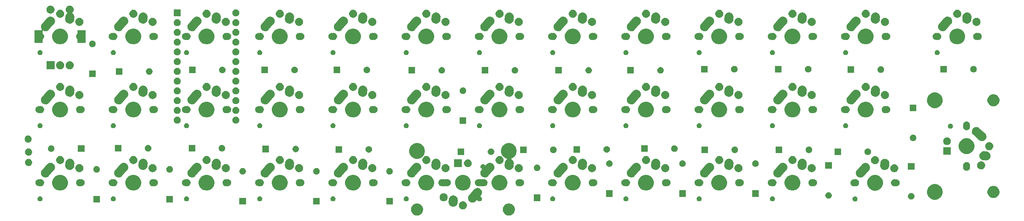
<source format=gts>
G04 #@! TF.GenerationSoftware,KiCad,Pcbnew,(5.0.1)-3*
G04 #@! TF.CreationDate,2020-01-05T19:02:12+02:00*
G04 #@! TF.ProjectId,Memekeeb,4D656D656B6565622E6B696361645F70,rev?*
G04 #@! TF.SameCoordinates,Original*
G04 #@! TF.FileFunction,Soldermask,Top*
G04 #@! TF.FilePolarity,Negative*
%FSLAX46Y46*%
G04 Gerber Fmt 4.6, Leading zero omitted, Abs format (unit mm)*
G04 Created by KiCad (PCBNEW (5.0.1)-3) date 01/05/20 19:02:12*
%MOMM*%
%LPD*%
G01*
G04 APERTURE LIST*
%ADD10C,0.100000*%
G04 APERTURE END LIST*
D10*
G36*
X178846106Y-110198025D02*
X179084911Y-110245526D01*
X179152424Y-110273491D01*
X179371541Y-110364252D01*
X179629507Y-110536619D01*
X179848881Y-110755993D01*
X180021248Y-111013959D01*
X180139974Y-111300590D01*
X180200500Y-111604875D01*
X180200500Y-111915125D01*
X180139974Y-112219410D01*
X180021248Y-112506041D01*
X179848881Y-112764007D01*
X179629507Y-112983381D01*
X179371541Y-113155748D01*
X179203637Y-113225296D01*
X179084911Y-113274474D01*
X178932767Y-113304737D01*
X178780625Y-113335000D01*
X178470375Y-113335000D01*
X178318233Y-113304737D01*
X178166089Y-113274474D01*
X178047363Y-113225296D01*
X177879459Y-113155748D01*
X177621493Y-112983381D01*
X177402119Y-112764007D01*
X177229752Y-112506041D01*
X177111026Y-112219410D01*
X177050500Y-111915125D01*
X177050500Y-111604875D01*
X177111026Y-111300590D01*
X177229752Y-111013959D01*
X177402119Y-110755993D01*
X177621493Y-110536619D01*
X177879459Y-110364252D01*
X178098576Y-110273491D01*
X178166089Y-110245526D01*
X178404894Y-110198025D01*
X178470375Y-110185000D01*
X178780625Y-110185000D01*
X178846106Y-110198025D01*
X178846106Y-110198025D01*
G37*
G36*
X154970106Y-110198025D02*
X155208911Y-110245526D01*
X155276424Y-110273491D01*
X155495541Y-110364252D01*
X155753507Y-110536619D01*
X155972881Y-110755993D01*
X156145248Y-111013959D01*
X156263974Y-111300590D01*
X156324500Y-111604875D01*
X156324500Y-111915125D01*
X156263974Y-112219410D01*
X156145248Y-112506041D01*
X155972881Y-112764007D01*
X155753507Y-112983381D01*
X155495541Y-113155748D01*
X155327637Y-113225296D01*
X155208911Y-113274474D01*
X155056767Y-113304737D01*
X154904625Y-113335000D01*
X154594375Y-113335000D01*
X154442233Y-113304737D01*
X154290089Y-113274474D01*
X154171363Y-113225296D01*
X154003459Y-113155748D01*
X153745493Y-112983381D01*
X153526119Y-112764007D01*
X153353752Y-112506041D01*
X153235026Y-112219410D01*
X153174500Y-111915125D01*
X153174500Y-111604875D01*
X153235026Y-111300590D01*
X153353752Y-111013959D01*
X153526119Y-110755993D01*
X153745493Y-110536619D01*
X154003459Y-110364252D01*
X154222576Y-110273491D01*
X154290089Y-110245526D01*
X154528894Y-110198025D01*
X154594375Y-110185000D01*
X154904625Y-110185000D01*
X154970106Y-110198025D01*
X154970106Y-110198025D01*
G37*
G36*
X166994065Y-109664389D02*
X167185334Y-109743615D01*
X167357476Y-109858637D01*
X167503863Y-110005024D01*
X167618885Y-110177166D01*
X167698111Y-110368435D01*
X167738500Y-110571484D01*
X167738500Y-110778516D01*
X167698111Y-110981565D01*
X167618885Y-111172834D01*
X167503863Y-111344976D01*
X167357476Y-111491363D01*
X167185334Y-111606385D01*
X166994065Y-111685611D01*
X166791016Y-111726000D01*
X166583984Y-111726000D01*
X166380935Y-111685611D01*
X166189666Y-111606385D01*
X166017524Y-111491363D01*
X165871137Y-111344976D01*
X165756115Y-111172834D01*
X165676889Y-110981565D01*
X165636500Y-110778516D01*
X165636500Y-110571484D01*
X165676889Y-110368435D01*
X165756115Y-110177166D01*
X165871137Y-110005024D01*
X166017524Y-109858637D01*
X166189666Y-109743615D01*
X166380935Y-109664389D01*
X166583984Y-109624000D01*
X166791016Y-109624000D01*
X166994065Y-109664389D01*
X166994065Y-109664389D01*
G37*
G36*
X164496329Y-108134380D02*
X164712919Y-108216547D01*
X164909318Y-108339389D01*
X165077977Y-108498186D01*
X165212415Y-108686836D01*
X165304200Y-108890827D01*
X165307468Y-108898092D01*
X165359480Y-109123826D01*
X165361469Y-109189890D01*
X165364706Y-109297348D01*
X165323788Y-109897554D01*
X165323500Y-109906032D01*
X165323500Y-109970826D01*
X165316698Y-110005024D01*
X165307676Y-110050377D01*
X165307011Y-110054006D01*
X165288578Y-110163861D01*
X165284963Y-110173389D01*
X165279242Y-110193327D01*
X165278307Y-110198027D01*
X165247029Y-110273539D01*
X165245675Y-110276953D01*
X165206411Y-110380451D01*
X165201074Y-110388983D01*
X165191574Y-110407419D01*
X165189658Y-110412045D01*
X165189656Y-110412048D01*
X165143635Y-110480923D01*
X165141596Y-110484077D01*
X165083569Y-110576850D01*
X165076820Y-110584019D01*
X165063905Y-110600248D01*
X165060959Y-110604657D01*
X165001204Y-110664412D01*
X164998646Y-110667047D01*
X164924772Y-110745509D01*
X164917009Y-110751041D01*
X164901177Y-110764439D01*
X164897160Y-110768456D01*
X164897157Y-110768458D01*
X164897156Y-110768459D01*
X164825128Y-110816587D01*
X164822083Y-110818689D01*
X164736123Y-110879947D01*
X164736120Y-110879949D01*
X164727802Y-110883691D01*
X164709649Y-110893747D01*
X164704545Y-110897158D01*
X164622223Y-110931257D01*
X164618800Y-110932736D01*
X164524876Y-110974997D01*
X164524870Y-110974999D01*
X164516416Y-110976947D01*
X164496662Y-110983266D01*
X164490527Y-110985807D01*
X164400467Y-111003721D01*
X164396787Y-111004511D01*
X164299133Y-111027011D01*
X164290978Y-111027257D01*
X164270356Y-111029602D01*
X164263326Y-111031000D01*
X164168560Y-111031000D01*
X164164803Y-111031057D01*
X164067587Y-111033985D01*
X164060059Y-111032722D01*
X164039388Y-111031000D01*
X164031673Y-111031000D01*
X163935796Y-111011929D01*
X163932145Y-111011259D01*
X163839129Y-110995652D01*
X163832498Y-110993136D01*
X163812572Y-110987418D01*
X163804473Y-110985807D01*
X163756296Y-110965852D01*
X163711450Y-110947276D01*
X163707953Y-110945889D01*
X163622539Y-110913485D01*
X163616985Y-110910012D01*
X163598544Y-110900509D01*
X163590455Y-110897158D01*
X163504420Y-110839671D01*
X163501263Y-110837630D01*
X163426140Y-110790643D01*
X163421733Y-110786493D01*
X163405502Y-110773576D01*
X163397844Y-110768459D01*
X163397843Y-110768458D01*
X163397840Y-110768456D01*
X163322912Y-110693528D01*
X163320278Y-110690971D01*
X163257481Y-110631846D01*
X163254220Y-110627270D01*
X163240823Y-110611439D01*
X163234043Y-110604659D01*
X163215460Y-110576847D01*
X163173987Y-110514780D01*
X163171902Y-110511759D01*
X163123043Y-110443197D01*
X163120893Y-110438418D01*
X163110836Y-110420267D01*
X163105342Y-110412045D01*
X163063346Y-110310657D01*
X163061862Y-110307222D01*
X163046685Y-110273491D01*
X163027991Y-110231944D01*
X163026880Y-110227122D01*
X163020558Y-110207358D01*
X163016693Y-110198027D01*
X163014102Y-110185000D01*
X162995061Y-110089275D01*
X162994275Y-110085614D01*
X162975978Y-110006206D01*
X162975835Y-110001454D01*
X162973491Y-109980835D01*
X162971500Y-109970825D01*
X162971500Y-109859359D01*
X162971444Y-109855653D01*
X162970752Y-109832685D01*
X162971212Y-109825934D01*
X162971500Y-109817468D01*
X162971500Y-109739172D01*
X162978495Y-109704004D01*
X162980607Y-109688131D01*
X163018153Y-109137379D01*
X163046880Y-108966171D01*
X163129046Y-108749581D01*
X163251889Y-108553182D01*
X163410686Y-108384523D01*
X163599335Y-108250085D01*
X163810588Y-108155033D01*
X163810590Y-108155033D01*
X163810591Y-108155032D01*
X164036325Y-108103020D01*
X164159287Y-108099317D01*
X164267871Y-108096047D01*
X164496329Y-108134380D01*
X164496329Y-108134380D01*
G37*
G36*
X110251000Y-110451000D02*
X108549000Y-110451000D01*
X108549000Y-108749000D01*
X110251000Y-108749000D01*
X110251000Y-110451000D01*
X110251000Y-110451000D01*
G37*
G36*
X148451000Y-110451000D02*
X146749000Y-110451000D01*
X146749000Y-108749000D01*
X148451000Y-108749000D01*
X148451000Y-110451000D01*
X148451000Y-110451000D01*
G37*
G36*
X129451000Y-110451000D02*
X127749000Y-110451000D01*
X127749000Y-108749000D01*
X129451000Y-108749000D01*
X129451000Y-110451000D01*
X129451000Y-110451000D01*
G37*
G36*
X170665022Y-106145245D02*
X170890011Y-106200404D01*
X171099916Y-106298396D01*
X171286671Y-106435455D01*
X171443097Y-106606315D01*
X171443098Y-106606317D01*
X171443100Y-106606319D01*
X171446645Y-106612167D01*
X171563186Y-106804409D01*
X171642321Y-107022125D01*
X171677460Y-107251096D01*
X171667255Y-107482522D01*
X171612096Y-107707512D01*
X171514104Y-107917417D01*
X171411391Y-108057372D01*
X171342295Y-108134381D01*
X171275125Y-108209243D01*
X171260627Y-108228998D01*
X171250261Y-108251202D01*
X171244426Y-108275001D01*
X171243347Y-108299482D01*
X171247064Y-108323703D01*
X171255435Y-108346733D01*
X171268138Y-108367687D01*
X171284685Y-108385761D01*
X171298717Y-108396655D01*
X171407489Y-108469335D01*
X171498162Y-108560008D01*
X171569411Y-108666639D01*
X171618483Y-108785110D01*
X171643500Y-108910881D01*
X171643500Y-109039119D01*
X171618483Y-109164890D01*
X171569411Y-109283361D01*
X171569409Y-109283364D01*
X171552705Y-109308364D01*
X171498162Y-109389992D01*
X171407492Y-109480662D01*
X171407489Y-109480664D01*
X171407488Y-109480665D01*
X171370077Y-109505662D01*
X171300861Y-109551911D01*
X171182390Y-109600983D01*
X171056619Y-109626000D01*
X170928381Y-109626000D01*
X170802610Y-109600983D01*
X170684139Y-109551911D01*
X170614923Y-109505662D01*
X170577512Y-109480665D01*
X170577511Y-109480664D01*
X170577508Y-109480662D01*
X170486835Y-109389989D01*
X170460554Y-109350657D01*
X170445009Y-109331715D01*
X170426067Y-109316170D01*
X170404456Y-109304619D01*
X170381007Y-109297506D01*
X170356620Y-109295104D01*
X170332234Y-109297506D01*
X170308785Y-109304619D01*
X170287174Y-109316171D01*
X170263586Y-109336622D01*
X170124658Y-109491460D01*
X170113767Y-109505488D01*
X170100959Y-109524657D01*
X170044109Y-109581507D01*
X170039461Y-109586413D01*
X170024239Y-109603378D01*
X170002566Y-109623220D01*
X169998607Y-109627009D01*
X169937159Y-109688457D01*
X169923435Y-109697627D01*
X169908472Y-109709365D01*
X169896194Y-109720606D01*
X169821462Y-109765910D01*
X169816816Y-109768868D01*
X169744545Y-109817158D01*
X169729287Y-109823478D01*
X169712346Y-109832059D01*
X169698101Y-109840694D01*
X169615948Y-109870555D01*
X169610894Y-109872518D01*
X169530527Y-109905807D01*
X169530526Y-109905807D01*
X169530524Y-109905808D01*
X169519340Y-109908032D01*
X169514331Y-109909029D01*
X169496026Y-109914143D01*
X169480385Y-109919828D01*
X169480381Y-109919829D01*
X169480380Y-109919829D01*
X169394051Y-109933078D01*
X169388627Y-109934033D01*
X169303327Y-109951000D01*
X169286800Y-109951000D01*
X169267855Y-109952445D01*
X169251414Y-109954968D01*
X169164140Y-109951120D01*
X169158700Y-109951000D01*
X169071672Y-109951000D01*
X169055453Y-109947774D01*
X169036595Y-109945495D01*
X169019989Y-109944763D01*
X168935193Y-109923974D01*
X168929868Y-109922793D01*
X168844473Y-109905807D01*
X168829179Y-109899472D01*
X168811120Y-109893556D01*
X168794999Y-109889604D01*
X168715968Y-109852709D01*
X168710957Y-109850503D01*
X168630455Y-109817158D01*
X168616676Y-109807951D01*
X168600114Y-109798624D01*
X168585094Y-109791612D01*
X168550073Y-109765910D01*
X168514843Y-109740055D01*
X168510332Y-109736894D01*
X168437841Y-109688457D01*
X168426118Y-109676734D01*
X168411687Y-109664349D01*
X168398345Y-109654557D01*
X168398344Y-109654556D01*
X168398340Y-109654553D01*
X168339510Y-109590295D01*
X168335724Y-109586340D01*
X168274041Y-109524657D01*
X168264818Y-109510854D01*
X168253082Y-109495894D01*
X168241916Y-109483697D01*
X168241915Y-109483695D01*
X168241913Y-109483693D01*
X168196777Y-109409238D01*
X168193839Y-109404625D01*
X168145342Y-109332045D01*
X168138983Y-109316693D01*
X168130400Y-109299745D01*
X168121824Y-109285599D01*
X168092102Y-109203826D01*
X168090131Y-109198754D01*
X168056693Y-109118027D01*
X168053449Y-109101717D01*
X168048332Y-109083405D01*
X168042689Y-109067880D01*
X168029502Y-108981954D01*
X168028547Y-108976530D01*
X168011500Y-108890827D01*
X168011500Y-108874180D01*
X168010053Y-108855219D01*
X168007551Y-108838917D01*
X168007550Y-108838912D01*
X168011380Y-108752046D01*
X168011500Y-108746606D01*
X168011500Y-108659173D01*
X168014749Y-108642839D01*
X168017028Y-108623980D01*
X168017755Y-108607487D01*
X168038455Y-108523055D01*
X168039632Y-108517747D01*
X168043523Y-108498187D01*
X168056693Y-108431973D01*
X168063071Y-108416576D01*
X168068987Y-108398516D01*
X168072914Y-108382497D01*
X168109660Y-108303785D01*
X168111867Y-108298772D01*
X168131571Y-108251202D01*
X168145342Y-108217955D01*
X168154606Y-108204091D01*
X168163935Y-108187525D01*
X168170906Y-108172592D01*
X168222290Y-108102577D01*
X168225437Y-108098085D01*
X168274043Y-108025341D01*
X168331227Y-107968157D01*
X168335878Y-107963248D01*
X169660766Y-106486634D01*
X169788815Y-106369402D01*
X169866820Y-106322114D01*
X169986908Y-106249314D01*
X170204624Y-106170179D01*
X170433595Y-106135040D01*
X170665022Y-106145245D01*
X170665022Y-106145245D01*
G37*
G36*
X72251000Y-109951000D02*
X70549000Y-109951000D01*
X70549000Y-108249000D01*
X72251000Y-108249000D01*
X72251000Y-109951000D01*
X72251000Y-109951000D01*
G37*
G36*
X91251000Y-109951000D02*
X89549000Y-109951000D01*
X89549000Y-108249000D01*
X91251000Y-108249000D01*
X91251000Y-109951000D01*
X91251000Y-109951000D01*
G37*
G36*
X268869890Y-108374017D02*
X268988361Y-108423089D01*
X268988364Y-108423091D01*
X269090820Y-108491550D01*
X269094992Y-108494338D01*
X269185662Y-108585008D01*
X269185664Y-108585011D01*
X269185665Y-108585012D01*
X269248141Y-108678514D01*
X269256911Y-108691639D01*
X269305983Y-108810110D01*
X269331000Y-108935881D01*
X269331000Y-109064119D01*
X269305983Y-109189890D01*
X269256911Y-109308361D01*
X269256909Y-109308364D01*
X269189484Y-109409273D01*
X269185662Y-109414992D01*
X269094992Y-109505662D01*
X269094989Y-109505664D01*
X269094988Y-109505665D01*
X269027139Y-109551000D01*
X268988361Y-109576911D01*
X268869890Y-109625983D01*
X268744119Y-109651000D01*
X268615881Y-109651000D01*
X268490110Y-109625983D01*
X268371639Y-109576911D01*
X268332861Y-109551000D01*
X268265012Y-109505665D01*
X268265011Y-109505664D01*
X268265008Y-109505662D01*
X268174338Y-109414992D01*
X268170517Y-109409273D01*
X268103091Y-109308364D01*
X268103089Y-109308361D01*
X268054017Y-109189890D01*
X268029000Y-109064119D01*
X268029000Y-108935881D01*
X268054017Y-108810110D01*
X268103089Y-108691639D01*
X268111859Y-108678514D01*
X268174335Y-108585012D01*
X268174336Y-108585011D01*
X268174338Y-108585008D01*
X268265008Y-108494338D01*
X268269181Y-108491550D01*
X268371636Y-108423091D01*
X268371639Y-108423089D01*
X268490110Y-108374017D01*
X268615881Y-108349000D01*
X268744119Y-108349000D01*
X268869890Y-108374017D01*
X268869890Y-108374017D01*
G37*
G36*
X152132390Y-108349017D02*
X152250861Y-108398089D01*
X152250864Y-108398091D01*
X152330048Y-108451000D01*
X152357492Y-108469338D01*
X152448162Y-108560008D01*
X152519411Y-108666639D01*
X152568483Y-108785110D01*
X152593500Y-108910881D01*
X152593500Y-109039119D01*
X152568483Y-109164890D01*
X152519411Y-109283361D01*
X152519409Y-109283364D01*
X152502705Y-109308364D01*
X152448162Y-109389992D01*
X152357492Y-109480662D01*
X152357489Y-109480664D01*
X152357488Y-109480665D01*
X152320077Y-109505662D01*
X152250861Y-109551911D01*
X152132390Y-109600983D01*
X152006619Y-109626000D01*
X151878381Y-109626000D01*
X151752610Y-109600983D01*
X151634139Y-109551911D01*
X151564923Y-109505662D01*
X151527512Y-109480665D01*
X151527511Y-109480664D01*
X151527508Y-109480662D01*
X151436838Y-109389992D01*
X151382296Y-109308364D01*
X151365591Y-109283364D01*
X151365589Y-109283361D01*
X151316517Y-109164890D01*
X151291500Y-109039119D01*
X151291500Y-108910881D01*
X151316517Y-108785110D01*
X151365589Y-108666639D01*
X151436838Y-108560008D01*
X151527508Y-108469338D01*
X151554953Y-108451000D01*
X151634136Y-108398091D01*
X151634139Y-108398089D01*
X151752610Y-108349017D01*
X151878381Y-108324000D01*
X152006619Y-108324000D01*
X152132390Y-108349017D01*
X152132390Y-108349017D01*
G37*
G36*
X161994065Y-107564389D02*
X162185334Y-107643615D01*
X162357476Y-107758637D01*
X162503863Y-107905024D01*
X162618885Y-108077166D01*
X162698111Y-108268435D01*
X162738500Y-108471484D01*
X162738500Y-108678516D01*
X162698111Y-108881565D01*
X162618885Y-109072834D01*
X162503863Y-109244976D01*
X162357476Y-109391363D01*
X162185334Y-109506385D01*
X161994065Y-109585611D01*
X161791016Y-109626000D01*
X161583984Y-109626000D01*
X161380935Y-109585611D01*
X161189666Y-109506385D01*
X161017524Y-109391363D01*
X160871137Y-109244976D01*
X160756115Y-109072834D01*
X160676889Y-108881565D01*
X160636500Y-108678516D01*
X160636500Y-108471484D01*
X160676889Y-108268435D01*
X160756115Y-108077166D01*
X160871137Y-107905024D01*
X161017524Y-107758637D01*
X161189666Y-107643615D01*
X161380935Y-107564389D01*
X161583984Y-107524000D01*
X161791016Y-107524000D01*
X161994065Y-107564389D01*
X161994065Y-107564389D01*
G37*
G36*
X209282390Y-108349017D02*
X209400861Y-108398089D01*
X209400864Y-108398091D01*
X209480048Y-108451000D01*
X209507492Y-108469338D01*
X209598162Y-108560008D01*
X209669411Y-108666639D01*
X209718483Y-108785110D01*
X209743500Y-108910881D01*
X209743500Y-109039119D01*
X209718483Y-109164890D01*
X209669411Y-109283361D01*
X209669409Y-109283364D01*
X209652705Y-109308364D01*
X209598162Y-109389992D01*
X209507492Y-109480662D01*
X209507489Y-109480664D01*
X209507488Y-109480665D01*
X209470077Y-109505662D01*
X209400861Y-109551911D01*
X209282390Y-109600983D01*
X209156619Y-109626000D01*
X209028381Y-109626000D01*
X208902610Y-109600983D01*
X208784139Y-109551911D01*
X208714923Y-109505662D01*
X208677512Y-109480665D01*
X208677511Y-109480664D01*
X208677508Y-109480662D01*
X208586838Y-109389992D01*
X208532296Y-109308364D01*
X208515591Y-109283364D01*
X208515589Y-109283361D01*
X208466517Y-109164890D01*
X208441500Y-109039119D01*
X208441500Y-108910881D01*
X208466517Y-108785110D01*
X208515589Y-108666639D01*
X208586838Y-108560008D01*
X208677508Y-108469338D01*
X208704953Y-108451000D01*
X208784136Y-108398091D01*
X208784139Y-108398089D01*
X208902610Y-108349017D01*
X209028381Y-108324000D01*
X209156619Y-108324000D01*
X209282390Y-108349017D01*
X209282390Y-108349017D01*
G37*
G36*
X133082390Y-108349017D02*
X133200861Y-108398089D01*
X133200864Y-108398091D01*
X133280048Y-108451000D01*
X133307492Y-108469338D01*
X133398162Y-108560008D01*
X133469411Y-108666639D01*
X133518483Y-108785110D01*
X133543500Y-108910881D01*
X133543500Y-109039119D01*
X133518483Y-109164890D01*
X133469411Y-109283361D01*
X133469409Y-109283364D01*
X133452705Y-109308364D01*
X133398162Y-109389992D01*
X133307492Y-109480662D01*
X133307489Y-109480664D01*
X133307488Y-109480665D01*
X133270077Y-109505662D01*
X133200861Y-109551911D01*
X133082390Y-109600983D01*
X132956619Y-109626000D01*
X132828381Y-109626000D01*
X132702610Y-109600983D01*
X132584139Y-109551911D01*
X132514923Y-109505662D01*
X132477512Y-109480665D01*
X132477511Y-109480664D01*
X132477508Y-109480662D01*
X132386838Y-109389992D01*
X132332296Y-109308364D01*
X132315591Y-109283364D01*
X132315589Y-109283361D01*
X132266517Y-109164890D01*
X132241500Y-109039119D01*
X132241500Y-108910881D01*
X132266517Y-108785110D01*
X132315589Y-108666639D01*
X132386838Y-108560008D01*
X132477508Y-108469338D01*
X132504953Y-108451000D01*
X132584136Y-108398091D01*
X132584139Y-108398089D01*
X132702610Y-108349017D01*
X132828381Y-108324000D01*
X132956619Y-108324000D01*
X133082390Y-108349017D01*
X133082390Y-108349017D01*
G37*
G36*
X56882390Y-108349017D02*
X57000861Y-108398089D01*
X57000864Y-108398091D01*
X57080048Y-108451000D01*
X57107492Y-108469338D01*
X57198162Y-108560008D01*
X57269411Y-108666639D01*
X57318483Y-108785110D01*
X57343500Y-108910881D01*
X57343500Y-109039119D01*
X57318483Y-109164890D01*
X57269411Y-109283361D01*
X57269409Y-109283364D01*
X57252705Y-109308364D01*
X57198162Y-109389992D01*
X57107492Y-109480662D01*
X57107489Y-109480664D01*
X57107488Y-109480665D01*
X57070077Y-109505662D01*
X57000861Y-109551911D01*
X56882390Y-109600983D01*
X56756619Y-109626000D01*
X56628381Y-109626000D01*
X56502610Y-109600983D01*
X56384139Y-109551911D01*
X56314923Y-109505662D01*
X56277512Y-109480665D01*
X56277511Y-109480664D01*
X56277508Y-109480662D01*
X56186838Y-109389992D01*
X56132296Y-109308364D01*
X56115591Y-109283364D01*
X56115589Y-109283361D01*
X56066517Y-109164890D01*
X56041500Y-109039119D01*
X56041500Y-108910881D01*
X56066517Y-108785110D01*
X56115589Y-108666639D01*
X56186838Y-108560008D01*
X56277508Y-108469338D01*
X56304953Y-108451000D01*
X56384136Y-108398091D01*
X56384139Y-108398089D01*
X56502610Y-108349017D01*
X56628381Y-108324000D01*
X56756619Y-108324000D01*
X56882390Y-108349017D01*
X56882390Y-108349017D01*
G37*
G36*
X247382390Y-108349017D02*
X247500861Y-108398089D01*
X247500864Y-108398091D01*
X247580048Y-108451000D01*
X247607492Y-108469338D01*
X247698162Y-108560008D01*
X247769411Y-108666639D01*
X247818483Y-108785110D01*
X247843500Y-108910881D01*
X247843500Y-109039119D01*
X247818483Y-109164890D01*
X247769411Y-109283361D01*
X247769409Y-109283364D01*
X247752705Y-109308364D01*
X247698162Y-109389992D01*
X247607492Y-109480662D01*
X247607489Y-109480664D01*
X247607488Y-109480665D01*
X247570077Y-109505662D01*
X247500861Y-109551911D01*
X247382390Y-109600983D01*
X247256619Y-109626000D01*
X247128381Y-109626000D01*
X247002610Y-109600983D01*
X246884139Y-109551911D01*
X246814923Y-109505662D01*
X246777512Y-109480665D01*
X246777511Y-109480664D01*
X246777508Y-109480662D01*
X246686838Y-109389992D01*
X246632296Y-109308364D01*
X246615591Y-109283364D01*
X246615589Y-109283361D01*
X246566517Y-109164890D01*
X246541500Y-109039119D01*
X246541500Y-108910881D01*
X246566517Y-108785110D01*
X246615589Y-108666639D01*
X246686838Y-108560008D01*
X246777508Y-108469338D01*
X246804953Y-108451000D01*
X246884136Y-108398091D01*
X246884139Y-108398089D01*
X247002610Y-108349017D01*
X247128381Y-108324000D01*
X247256619Y-108324000D01*
X247382390Y-108349017D01*
X247382390Y-108349017D01*
G37*
G36*
X114032390Y-108349017D02*
X114150861Y-108398089D01*
X114150864Y-108398091D01*
X114230048Y-108451000D01*
X114257492Y-108469338D01*
X114348162Y-108560008D01*
X114419411Y-108666639D01*
X114468483Y-108785110D01*
X114493500Y-108910881D01*
X114493500Y-109039119D01*
X114468483Y-109164890D01*
X114419411Y-109283361D01*
X114419409Y-109283364D01*
X114402705Y-109308364D01*
X114348162Y-109389992D01*
X114257492Y-109480662D01*
X114257489Y-109480664D01*
X114257488Y-109480665D01*
X114220077Y-109505662D01*
X114150861Y-109551911D01*
X114032390Y-109600983D01*
X113906619Y-109626000D01*
X113778381Y-109626000D01*
X113652610Y-109600983D01*
X113534139Y-109551911D01*
X113464923Y-109505662D01*
X113427512Y-109480665D01*
X113427511Y-109480664D01*
X113427508Y-109480662D01*
X113336838Y-109389992D01*
X113282296Y-109308364D01*
X113265591Y-109283364D01*
X113265589Y-109283361D01*
X113216517Y-109164890D01*
X113191500Y-109039119D01*
X113191500Y-108910881D01*
X113216517Y-108785110D01*
X113265589Y-108666639D01*
X113336838Y-108560008D01*
X113427508Y-108469338D01*
X113454953Y-108451000D01*
X113534136Y-108398091D01*
X113534139Y-108398089D01*
X113652610Y-108349017D01*
X113778381Y-108324000D01*
X113906619Y-108324000D01*
X114032390Y-108349017D01*
X114032390Y-108349017D01*
G37*
G36*
X94982390Y-108349017D02*
X95100861Y-108398089D01*
X95100864Y-108398091D01*
X95180048Y-108451000D01*
X95207492Y-108469338D01*
X95298162Y-108560008D01*
X95369411Y-108666639D01*
X95418483Y-108785110D01*
X95443500Y-108910881D01*
X95443500Y-109039119D01*
X95418483Y-109164890D01*
X95369411Y-109283361D01*
X95369409Y-109283364D01*
X95352705Y-109308364D01*
X95298162Y-109389992D01*
X95207492Y-109480662D01*
X95207489Y-109480664D01*
X95207488Y-109480665D01*
X95170077Y-109505662D01*
X95100861Y-109551911D01*
X94982390Y-109600983D01*
X94856619Y-109626000D01*
X94728381Y-109626000D01*
X94602610Y-109600983D01*
X94484139Y-109551911D01*
X94414923Y-109505662D01*
X94377512Y-109480665D01*
X94377511Y-109480664D01*
X94377508Y-109480662D01*
X94286838Y-109389992D01*
X94232296Y-109308364D01*
X94215591Y-109283364D01*
X94215589Y-109283361D01*
X94166517Y-109164890D01*
X94141500Y-109039119D01*
X94141500Y-108910881D01*
X94166517Y-108785110D01*
X94215589Y-108666639D01*
X94286838Y-108560008D01*
X94377508Y-108469338D01*
X94404953Y-108451000D01*
X94484136Y-108398091D01*
X94484139Y-108398089D01*
X94602610Y-108349017D01*
X94728381Y-108324000D01*
X94856619Y-108324000D01*
X94982390Y-108349017D01*
X94982390Y-108349017D01*
G37*
G36*
X75932390Y-108349017D02*
X76050861Y-108398089D01*
X76050864Y-108398091D01*
X76130048Y-108451000D01*
X76157492Y-108469338D01*
X76248162Y-108560008D01*
X76319411Y-108666639D01*
X76368483Y-108785110D01*
X76393500Y-108910881D01*
X76393500Y-109039119D01*
X76368483Y-109164890D01*
X76319411Y-109283361D01*
X76319409Y-109283364D01*
X76302705Y-109308364D01*
X76248162Y-109389992D01*
X76157492Y-109480662D01*
X76157489Y-109480664D01*
X76157488Y-109480665D01*
X76120077Y-109505662D01*
X76050861Y-109551911D01*
X75932390Y-109600983D01*
X75806619Y-109626000D01*
X75678381Y-109626000D01*
X75552610Y-109600983D01*
X75434139Y-109551911D01*
X75364923Y-109505662D01*
X75327512Y-109480665D01*
X75327511Y-109480664D01*
X75327508Y-109480662D01*
X75236838Y-109389992D01*
X75182296Y-109308364D01*
X75165591Y-109283364D01*
X75165589Y-109283361D01*
X75116517Y-109164890D01*
X75091500Y-109039119D01*
X75091500Y-108910881D01*
X75116517Y-108785110D01*
X75165589Y-108666639D01*
X75236838Y-108560008D01*
X75327508Y-108469338D01*
X75354953Y-108451000D01*
X75434136Y-108398091D01*
X75434139Y-108398089D01*
X75552610Y-108349017D01*
X75678381Y-108324000D01*
X75806619Y-108324000D01*
X75932390Y-108349017D01*
X75932390Y-108349017D01*
G37*
G36*
X190232390Y-108349017D02*
X190350861Y-108398089D01*
X190350864Y-108398091D01*
X190430048Y-108451000D01*
X190457492Y-108469338D01*
X190548162Y-108560008D01*
X190619411Y-108666639D01*
X190668483Y-108785110D01*
X190693500Y-108910881D01*
X190693500Y-109039119D01*
X190668483Y-109164890D01*
X190619411Y-109283361D01*
X190619409Y-109283364D01*
X190602705Y-109308364D01*
X190548162Y-109389992D01*
X190457492Y-109480662D01*
X190457489Y-109480664D01*
X190457488Y-109480665D01*
X190420077Y-109505662D01*
X190350861Y-109551911D01*
X190232390Y-109600983D01*
X190106619Y-109626000D01*
X189978381Y-109626000D01*
X189852610Y-109600983D01*
X189734139Y-109551911D01*
X189664923Y-109505662D01*
X189627512Y-109480665D01*
X189627511Y-109480664D01*
X189627508Y-109480662D01*
X189536838Y-109389992D01*
X189482296Y-109308364D01*
X189465591Y-109283364D01*
X189465589Y-109283361D01*
X189416517Y-109164890D01*
X189391500Y-109039119D01*
X189391500Y-108910881D01*
X189416517Y-108785110D01*
X189465589Y-108666639D01*
X189536838Y-108560008D01*
X189627508Y-108469338D01*
X189654953Y-108451000D01*
X189734136Y-108398091D01*
X189734139Y-108398089D01*
X189852610Y-108349017D01*
X189978381Y-108324000D01*
X190106619Y-108324000D01*
X190232390Y-108349017D01*
X190232390Y-108349017D01*
G37*
G36*
X228332390Y-108349017D02*
X228450861Y-108398089D01*
X228450864Y-108398091D01*
X228530048Y-108451000D01*
X228557492Y-108469338D01*
X228648162Y-108560008D01*
X228719411Y-108666639D01*
X228768483Y-108785110D01*
X228793500Y-108910881D01*
X228793500Y-109039119D01*
X228768483Y-109164890D01*
X228719411Y-109283361D01*
X228719409Y-109283364D01*
X228702705Y-109308364D01*
X228648162Y-109389992D01*
X228557492Y-109480662D01*
X228557489Y-109480664D01*
X228557488Y-109480665D01*
X228520077Y-109505662D01*
X228450861Y-109551911D01*
X228332390Y-109600983D01*
X228206619Y-109626000D01*
X228078381Y-109626000D01*
X227952610Y-109600983D01*
X227834139Y-109551911D01*
X227764923Y-109505662D01*
X227727512Y-109480665D01*
X227727511Y-109480664D01*
X227727508Y-109480662D01*
X227636838Y-109389992D01*
X227582296Y-109308364D01*
X227565591Y-109283364D01*
X227565589Y-109283361D01*
X227516517Y-109164890D01*
X227491500Y-109039119D01*
X227491500Y-108910881D01*
X227516517Y-108785110D01*
X227565589Y-108666639D01*
X227636838Y-108560008D01*
X227727508Y-108469338D01*
X227754953Y-108451000D01*
X227834136Y-108398091D01*
X227834139Y-108398089D01*
X227952610Y-108349017D01*
X228078381Y-108324000D01*
X228206619Y-108324000D01*
X228332390Y-108349017D01*
X228332390Y-108349017D01*
G37*
G36*
X186851000Y-109551000D02*
X185149000Y-109551000D01*
X185149000Y-107849000D01*
X186851000Y-107849000D01*
X186851000Y-109551000D01*
X186851000Y-109551000D01*
G37*
G36*
X290041472Y-105221684D02*
X290041474Y-105221685D01*
X290041475Y-105221685D01*
X290413623Y-105375833D01*
X290748548Y-105599623D01*
X291033377Y-105884452D01*
X291257167Y-106219377D01*
X291349363Y-106441959D01*
X291411316Y-106591528D01*
X291489900Y-106986594D01*
X291489900Y-107389406D01*
X291455094Y-107564389D01*
X291411315Y-107784475D01*
X291257167Y-108156623D01*
X291033377Y-108491548D01*
X290748548Y-108776377D01*
X290413623Y-109000167D01*
X290041475Y-109154315D01*
X290041474Y-109154315D01*
X290041472Y-109154316D01*
X289646406Y-109232900D01*
X289243594Y-109232900D01*
X288848528Y-109154316D01*
X288848526Y-109154315D01*
X288848525Y-109154315D01*
X288476377Y-109000167D01*
X288141452Y-108776377D01*
X287856623Y-108491548D01*
X287632833Y-108156623D01*
X287478685Y-107784475D01*
X287434907Y-107564389D01*
X287400100Y-107389406D01*
X287400100Y-106986594D01*
X287478684Y-106591528D01*
X287540637Y-106441959D01*
X287632833Y-106219377D01*
X287856623Y-105884452D01*
X288141452Y-105599623D01*
X288476377Y-105375833D01*
X288848525Y-105221685D01*
X288848526Y-105221685D01*
X288848528Y-105221684D01*
X289243594Y-105143100D01*
X289646406Y-105143100D01*
X290041472Y-105221684D01*
X290041472Y-105221684D01*
G37*
G36*
X283548228Y-107481703D02*
X283703100Y-107545853D01*
X283842481Y-107638985D01*
X283961015Y-107757519D01*
X284054147Y-107896900D01*
X284118297Y-108051772D01*
X284151000Y-108216184D01*
X284151000Y-108383816D01*
X284118297Y-108548228D01*
X284054147Y-108703100D01*
X283961015Y-108842481D01*
X283842481Y-108961015D01*
X283703100Y-109054147D01*
X283548228Y-109118297D01*
X283383816Y-109151000D01*
X283216184Y-109151000D01*
X283051772Y-109118297D01*
X282896900Y-109054147D01*
X282757519Y-108961015D01*
X282638985Y-108842481D01*
X282545853Y-108703100D01*
X282481703Y-108548228D01*
X282449000Y-108383816D01*
X282449000Y-108216184D01*
X282481703Y-108051772D01*
X282545853Y-107896900D01*
X282638985Y-107757519D01*
X282757519Y-107638985D01*
X282896900Y-107545853D01*
X283051772Y-107481703D01*
X283216184Y-107449000D01*
X283383816Y-107449000D01*
X283548228Y-107481703D01*
X283548228Y-107481703D01*
G37*
G36*
X262048228Y-107281703D02*
X262203100Y-107345853D01*
X262342481Y-107438985D01*
X262461015Y-107557519D01*
X262554147Y-107696900D01*
X262618297Y-107851772D01*
X262651000Y-108016184D01*
X262651000Y-108183816D01*
X262618297Y-108348228D01*
X262554147Y-108503100D01*
X262461015Y-108642481D01*
X262342481Y-108761015D01*
X262203100Y-108854147D01*
X262048228Y-108918297D01*
X261883816Y-108951000D01*
X261716184Y-108951000D01*
X261551772Y-108918297D01*
X261396900Y-108854147D01*
X261257519Y-108761015D01*
X261138985Y-108642481D01*
X261045853Y-108503100D01*
X260981703Y-108348228D01*
X260949000Y-108183816D01*
X260949000Y-108016184D01*
X260981703Y-107851772D01*
X261045853Y-107696900D01*
X261138985Y-107557519D01*
X261257519Y-107438985D01*
X261396900Y-107345853D01*
X261551772Y-107281703D01*
X261716184Y-107249000D01*
X261883816Y-107249000D01*
X262048228Y-107281703D01*
X262048228Y-107281703D01*
G37*
G36*
X304982776Y-105641375D02*
X305144411Y-105673526D01*
X305263137Y-105722704D01*
X305431041Y-105792252D01*
X305689007Y-105964619D01*
X305908381Y-106183993D01*
X306080748Y-106441959D01*
X306140894Y-106587166D01*
X306199474Y-106728589D01*
X306229737Y-106880733D01*
X306260000Y-107032875D01*
X306260000Y-107343125D01*
X306199474Y-107647410D01*
X306080748Y-107934041D01*
X305908381Y-108192007D01*
X305689007Y-108411381D01*
X305431041Y-108583748D01*
X305289246Y-108642481D01*
X305144411Y-108702474D01*
X305035221Y-108724193D01*
X304840125Y-108763000D01*
X304529875Y-108763000D01*
X304334779Y-108724193D01*
X304225589Y-108702474D01*
X304080754Y-108642481D01*
X303938959Y-108583748D01*
X303680993Y-108411381D01*
X303461619Y-108192007D01*
X303289252Y-107934041D01*
X303170526Y-107647410D01*
X303110000Y-107343125D01*
X303110000Y-107032875D01*
X303140263Y-106880733D01*
X303170526Y-106728589D01*
X303229106Y-106587166D01*
X303289252Y-106441959D01*
X303461619Y-106183993D01*
X303680993Y-105964619D01*
X303938959Y-105792252D01*
X304106863Y-105722704D01*
X304225589Y-105673526D01*
X304387224Y-105641375D01*
X304529875Y-105613000D01*
X304840125Y-105613000D01*
X304982776Y-105641375D01*
X304982776Y-105641375D01*
G37*
G36*
X205651000Y-108451000D02*
X203949000Y-108451000D01*
X203949000Y-106749000D01*
X205651000Y-106749000D01*
X205651000Y-108451000D01*
X205651000Y-108451000D01*
G37*
G36*
X243651000Y-108451000D02*
X241949000Y-108451000D01*
X241949000Y-106749000D01*
X243651000Y-106749000D01*
X243651000Y-108451000D01*
X243651000Y-108451000D01*
G37*
G36*
X224651000Y-108451000D02*
X222949000Y-108451000D01*
X222949000Y-106749000D01*
X224651000Y-106749000D01*
X224651000Y-108451000D01*
X224651000Y-108451000D01*
G37*
G36*
X274496472Y-102833684D02*
X274496474Y-102833685D01*
X274496475Y-102833685D01*
X274868623Y-102987833D01*
X275203548Y-103211623D01*
X275488377Y-103496452D01*
X275712167Y-103831377D01*
X275855961Y-104178528D01*
X275866316Y-104203528D01*
X275944900Y-104598594D01*
X275944900Y-105001406D01*
X275870716Y-105374354D01*
X275866315Y-105396475D01*
X275712167Y-105768623D01*
X275488377Y-106103548D01*
X275203548Y-106388377D01*
X274868623Y-106612167D01*
X274496475Y-106766315D01*
X274496474Y-106766315D01*
X274496472Y-106766316D01*
X274101406Y-106844900D01*
X273698594Y-106844900D01*
X273303528Y-106766316D01*
X273303526Y-106766315D01*
X273303525Y-106766315D01*
X272931377Y-106612167D01*
X272596452Y-106388377D01*
X272311623Y-106103548D01*
X272087833Y-105768623D01*
X271933685Y-105396475D01*
X271929285Y-105374354D01*
X271855100Y-105001406D01*
X271855100Y-104598594D01*
X271933684Y-104203528D01*
X271944039Y-104178528D01*
X272087833Y-103831377D01*
X272311623Y-103496452D01*
X272596452Y-103211623D01*
X272931377Y-102987833D01*
X273303525Y-102833685D01*
X273303526Y-102833685D01*
X273303528Y-102833684D01*
X273698594Y-102755100D01*
X274101406Y-102755100D01*
X274496472Y-102833684D01*
X274496472Y-102833684D01*
G37*
G36*
X62508972Y-102808684D02*
X62508974Y-102808685D01*
X62508975Y-102808685D01*
X62881123Y-102962833D01*
X63216048Y-103186623D01*
X63500877Y-103471452D01*
X63724667Y-103806377D01*
X63846350Y-104100147D01*
X63878816Y-104178528D01*
X63957400Y-104573594D01*
X63957400Y-104976406D01*
X63883216Y-105349354D01*
X63878815Y-105371475D01*
X63724667Y-105743623D01*
X63500877Y-106078548D01*
X63216048Y-106363377D01*
X62881123Y-106587167D01*
X62508975Y-106741315D01*
X62508974Y-106741315D01*
X62508972Y-106741316D01*
X62113906Y-106819900D01*
X61711094Y-106819900D01*
X61316028Y-106741316D01*
X61316026Y-106741315D01*
X61316025Y-106741315D01*
X60943877Y-106587167D01*
X60608952Y-106363377D01*
X60324123Y-106078548D01*
X60100333Y-105743623D01*
X59946185Y-105371475D01*
X59941785Y-105349354D01*
X59867600Y-104976406D01*
X59867600Y-104573594D01*
X59946184Y-104178528D01*
X59978650Y-104100147D01*
X60100333Y-103806377D01*
X60324123Y-103471452D01*
X60608952Y-103186623D01*
X60943877Y-102962833D01*
X61316025Y-102808685D01*
X61316026Y-102808685D01*
X61316028Y-102808684D01*
X61711094Y-102730100D01*
X62113906Y-102730100D01*
X62508972Y-102808684D01*
X62508972Y-102808684D01*
G37*
G36*
X119658972Y-102808684D02*
X119658974Y-102808685D01*
X119658975Y-102808685D01*
X120031123Y-102962833D01*
X120366048Y-103186623D01*
X120650877Y-103471452D01*
X120874667Y-103806377D01*
X120996350Y-104100147D01*
X121028816Y-104178528D01*
X121107400Y-104573594D01*
X121107400Y-104976406D01*
X121033216Y-105349354D01*
X121028815Y-105371475D01*
X120874667Y-105743623D01*
X120650877Y-106078548D01*
X120366048Y-106363377D01*
X120031123Y-106587167D01*
X119658975Y-106741315D01*
X119658974Y-106741315D01*
X119658972Y-106741316D01*
X119263906Y-106819900D01*
X118861094Y-106819900D01*
X118466028Y-106741316D01*
X118466026Y-106741315D01*
X118466025Y-106741315D01*
X118093877Y-106587167D01*
X117758952Y-106363377D01*
X117474123Y-106078548D01*
X117250333Y-105743623D01*
X117096185Y-105371475D01*
X117091785Y-105349354D01*
X117017600Y-104976406D01*
X117017600Y-104573594D01*
X117096184Y-104178528D01*
X117128650Y-104100147D01*
X117250333Y-103806377D01*
X117474123Y-103471452D01*
X117758952Y-103186623D01*
X118093877Y-102962833D01*
X118466025Y-102808685D01*
X118466026Y-102808685D01*
X118466028Y-102808684D01*
X118861094Y-102730100D01*
X119263906Y-102730100D01*
X119658972Y-102808684D01*
X119658972Y-102808684D01*
G37*
G36*
X100608972Y-102808684D02*
X100608974Y-102808685D01*
X100608975Y-102808685D01*
X100981123Y-102962833D01*
X101316048Y-103186623D01*
X101600877Y-103471452D01*
X101824667Y-103806377D01*
X101946350Y-104100147D01*
X101978816Y-104178528D01*
X102057400Y-104573594D01*
X102057400Y-104976406D01*
X101983216Y-105349354D01*
X101978815Y-105371475D01*
X101824667Y-105743623D01*
X101600877Y-106078548D01*
X101316048Y-106363377D01*
X100981123Y-106587167D01*
X100608975Y-106741315D01*
X100608974Y-106741315D01*
X100608972Y-106741316D01*
X100213906Y-106819900D01*
X99811094Y-106819900D01*
X99416028Y-106741316D01*
X99416026Y-106741315D01*
X99416025Y-106741315D01*
X99043877Y-106587167D01*
X98708952Y-106363377D01*
X98424123Y-106078548D01*
X98200333Y-105743623D01*
X98046185Y-105371475D01*
X98041785Y-105349354D01*
X97967600Y-104976406D01*
X97967600Y-104573594D01*
X98046184Y-104178528D01*
X98078650Y-104100147D01*
X98200333Y-103806377D01*
X98424123Y-103471452D01*
X98708952Y-103186623D01*
X99043877Y-102962833D01*
X99416025Y-102808685D01*
X99416026Y-102808685D01*
X99416028Y-102808684D01*
X99811094Y-102730100D01*
X100213906Y-102730100D01*
X100608972Y-102808684D01*
X100608972Y-102808684D01*
G37*
G36*
X195858972Y-102808684D02*
X195858974Y-102808685D01*
X195858975Y-102808685D01*
X196231123Y-102962833D01*
X196566048Y-103186623D01*
X196850877Y-103471452D01*
X197074667Y-103806377D01*
X197196350Y-104100147D01*
X197228816Y-104178528D01*
X197307400Y-104573594D01*
X197307400Y-104976406D01*
X197233216Y-105349354D01*
X197228815Y-105371475D01*
X197074667Y-105743623D01*
X196850877Y-106078548D01*
X196566048Y-106363377D01*
X196231123Y-106587167D01*
X195858975Y-106741315D01*
X195858974Y-106741315D01*
X195858972Y-106741316D01*
X195463906Y-106819900D01*
X195061094Y-106819900D01*
X194666028Y-106741316D01*
X194666026Y-106741315D01*
X194666025Y-106741315D01*
X194293877Y-106587167D01*
X193958952Y-106363377D01*
X193674123Y-106078548D01*
X193450333Y-105743623D01*
X193296185Y-105371475D01*
X193291785Y-105349354D01*
X193217600Y-104976406D01*
X193217600Y-104573594D01*
X193296184Y-104178528D01*
X193328650Y-104100147D01*
X193450333Y-103806377D01*
X193674123Y-103471452D01*
X193958952Y-103186623D01*
X194293877Y-102962833D01*
X194666025Y-102808685D01*
X194666026Y-102808685D01*
X194666028Y-102808684D01*
X195061094Y-102730100D01*
X195463906Y-102730100D01*
X195858972Y-102808684D01*
X195858972Y-102808684D01*
G37*
G36*
X214908972Y-102808684D02*
X214908974Y-102808685D01*
X214908975Y-102808685D01*
X215281123Y-102962833D01*
X215616048Y-103186623D01*
X215900877Y-103471452D01*
X216124667Y-103806377D01*
X216246350Y-104100147D01*
X216278816Y-104178528D01*
X216357400Y-104573594D01*
X216357400Y-104976406D01*
X216283216Y-105349354D01*
X216278815Y-105371475D01*
X216124667Y-105743623D01*
X215900877Y-106078548D01*
X215616048Y-106363377D01*
X215281123Y-106587167D01*
X214908975Y-106741315D01*
X214908974Y-106741315D01*
X214908972Y-106741316D01*
X214513906Y-106819900D01*
X214111094Y-106819900D01*
X213716028Y-106741316D01*
X213716026Y-106741315D01*
X213716025Y-106741315D01*
X213343877Y-106587167D01*
X213008952Y-106363377D01*
X212724123Y-106078548D01*
X212500333Y-105743623D01*
X212346185Y-105371475D01*
X212341785Y-105349354D01*
X212267600Y-104976406D01*
X212267600Y-104573594D01*
X212346184Y-104178528D01*
X212378650Y-104100147D01*
X212500333Y-103806377D01*
X212724123Y-103471452D01*
X213008952Y-103186623D01*
X213343877Y-102962833D01*
X213716025Y-102808685D01*
X213716026Y-102808685D01*
X213716028Y-102808684D01*
X214111094Y-102730100D01*
X214513906Y-102730100D01*
X214908972Y-102808684D01*
X214908972Y-102808684D01*
G37*
G36*
X176808972Y-102808684D02*
X176808974Y-102808685D01*
X176808975Y-102808685D01*
X177181123Y-102962833D01*
X177516048Y-103186623D01*
X177800877Y-103471452D01*
X178024667Y-103806377D01*
X178146350Y-104100147D01*
X178178816Y-104178528D01*
X178257400Y-104573594D01*
X178257400Y-104976406D01*
X178183216Y-105349354D01*
X178178815Y-105371475D01*
X178024667Y-105743623D01*
X177800877Y-106078548D01*
X177516048Y-106363377D01*
X177181123Y-106587167D01*
X176808975Y-106741315D01*
X176808974Y-106741315D01*
X176808972Y-106741316D01*
X176413906Y-106819900D01*
X176011094Y-106819900D01*
X175616028Y-106741316D01*
X175616026Y-106741315D01*
X175616025Y-106741315D01*
X175243877Y-106587167D01*
X174908952Y-106363377D01*
X174624123Y-106078548D01*
X174400333Y-105743623D01*
X174246185Y-105371475D01*
X174241785Y-105349354D01*
X174167600Y-104976406D01*
X174167600Y-104573594D01*
X174246184Y-104178528D01*
X174278650Y-104100147D01*
X174400333Y-103806377D01*
X174624123Y-103471452D01*
X174908952Y-103186623D01*
X175243877Y-102962833D01*
X175616025Y-102808685D01*
X175616026Y-102808685D01*
X175616028Y-102808684D01*
X176011094Y-102730100D01*
X176413906Y-102730100D01*
X176808972Y-102808684D01*
X176808972Y-102808684D01*
G37*
G36*
X233958972Y-102808684D02*
X233958974Y-102808685D01*
X233958975Y-102808685D01*
X234331123Y-102962833D01*
X234666048Y-103186623D01*
X234950877Y-103471452D01*
X235174667Y-103806377D01*
X235296350Y-104100147D01*
X235328816Y-104178528D01*
X235407400Y-104573594D01*
X235407400Y-104976406D01*
X235333216Y-105349354D01*
X235328815Y-105371475D01*
X235174667Y-105743623D01*
X234950877Y-106078548D01*
X234666048Y-106363377D01*
X234331123Y-106587167D01*
X233958975Y-106741315D01*
X233958974Y-106741315D01*
X233958972Y-106741316D01*
X233563906Y-106819900D01*
X233161094Y-106819900D01*
X232766028Y-106741316D01*
X232766026Y-106741315D01*
X232766025Y-106741315D01*
X232393877Y-106587167D01*
X232058952Y-106363377D01*
X231774123Y-106078548D01*
X231550333Y-105743623D01*
X231396185Y-105371475D01*
X231391785Y-105349354D01*
X231317600Y-104976406D01*
X231317600Y-104573594D01*
X231396184Y-104178528D01*
X231428650Y-104100147D01*
X231550333Y-103806377D01*
X231774123Y-103471452D01*
X232058952Y-103186623D01*
X232393877Y-102962833D01*
X232766025Y-102808685D01*
X232766026Y-102808685D01*
X232766028Y-102808684D01*
X233161094Y-102730100D01*
X233563906Y-102730100D01*
X233958972Y-102808684D01*
X233958972Y-102808684D01*
G37*
G36*
X253008972Y-102808684D02*
X253008974Y-102808685D01*
X253008975Y-102808685D01*
X253381123Y-102962833D01*
X253716048Y-103186623D01*
X254000877Y-103471452D01*
X254224667Y-103806377D01*
X254346350Y-104100147D01*
X254378816Y-104178528D01*
X254457400Y-104573594D01*
X254457400Y-104976406D01*
X254383216Y-105349354D01*
X254378815Y-105371475D01*
X254224667Y-105743623D01*
X254000877Y-106078548D01*
X253716048Y-106363377D01*
X253381123Y-106587167D01*
X253008975Y-106741315D01*
X253008974Y-106741315D01*
X253008972Y-106741316D01*
X252613906Y-106819900D01*
X252211094Y-106819900D01*
X251816028Y-106741316D01*
X251816026Y-106741315D01*
X251816025Y-106741315D01*
X251443877Y-106587167D01*
X251108952Y-106363377D01*
X250824123Y-106078548D01*
X250600333Y-105743623D01*
X250446185Y-105371475D01*
X250441785Y-105349354D01*
X250367600Y-104976406D01*
X250367600Y-104573594D01*
X250446184Y-104178528D01*
X250478650Y-104100147D01*
X250600333Y-103806377D01*
X250824123Y-103471452D01*
X251108952Y-103186623D01*
X251443877Y-102962833D01*
X251816025Y-102808685D01*
X251816026Y-102808685D01*
X251816028Y-102808684D01*
X252211094Y-102730100D01*
X252613906Y-102730100D01*
X253008972Y-102808684D01*
X253008972Y-102808684D01*
G37*
G36*
X81558972Y-102808684D02*
X81558974Y-102808685D01*
X81558975Y-102808685D01*
X81931123Y-102962833D01*
X82266048Y-103186623D01*
X82550877Y-103471452D01*
X82774667Y-103806377D01*
X82896350Y-104100147D01*
X82928816Y-104178528D01*
X83007400Y-104573594D01*
X83007400Y-104976406D01*
X82933216Y-105349354D01*
X82928815Y-105371475D01*
X82774667Y-105743623D01*
X82550877Y-106078548D01*
X82266048Y-106363377D01*
X81931123Y-106587167D01*
X81558975Y-106741315D01*
X81558974Y-106741315D01*
X81558972Y-106741316D01*
X81163906Y-106819900D01*
X80761094Y-106819900D01*
X80366028Y-106741316D01*
X80366026Y-106741315D01*
X80366025Y-106741315D01*
X79993877Y-106587167D01*
X79658952Y-106363377D01*
X79374123Y-106078548D01*
X79150333Y-105743623D01*
X78996185Y-105371475D01*
X78991785Y-105349354D01*
X78917600Y-104976406D01*
X78917600Y-104573594D01*
X78996184Y-104178528D01*
X79028650Y-104100147D01*
X79150333Y-103806377D01*
X79374123Y-103471452D01*
X79658952Y-103186623D01*
X79993877Y-102962833D01*
X80366025Y-102808685D01*
X80366026Y-102808685D01*
X80366028Y-102808684D01*
X80761094Y-102730100D01*
X81163906Y-102730100D01*
X81558972Y-102808684D01*
X81558972Y-102808684D01*
G37*
G36*
X138708972Y-102808684D02*
X138708974Y-102808685D01*
X138708975Y-102808685D01*
X139081123Y-102962833D01*
X139416048Y-103186623D01*
X139700877Y-103471452D01*
X139924667Y-103806377D01*
X140046350Y-104100147D01*
X140078816Y-104178528D01*
X140157400Y-104573594D01*
X140157400Y-104976406D01*
X140083216Y-105349354D01*
X140078815Y-105371475D01*
X139924667Y-105743623D01*
X139700877Y-106078548D01*
X139416048Y-106363377D01*
X139081123Y-106587167D01*
X138708975Y-106741315D01*
X138708974Y-106741315D01*
X138708972Y-106741316D01*
X138313906Y-106819900D01*
X137911094Y-106819900D01*
X137516028Y-106741316D01*
X137516026Y-106741315D01*
X137516025Y-106741315D01*
X137143877Y-106587167D01*
X136808952Y-106363377D01*
X136524123Y-106078548D01*
X136300333Y-105743623D01*
X136146185Y-105371475D01*
X136141785Y-105349354D01*
X136067600Y-104976406D01*
X136067600Y-104573594D01*
X136146184Y-104178528D01*
X136178650Y-104100147D01*
X136300333Y-103806377D01*
X136524123Y-103471452D01*
X136808952Y-103186623D01*
X137143877Y-102962833D01*
X137516025Y-102808685D01*
X137516026Y-102808685D01*
X137516028Y-102808684D01*
X137911094Y-102730100D01*
X138313906Y-102730100D01*
X138708972Y-102808684D01*
X138708972Y-102808684D01*
G37*
G36*
X167283972Y-102808684D02*
X167283974Y-102808685D01*
X167283975Y-102808685D01*
X167656123Y-102962833D01*
X167991048Y-103186623D01*
X168275877Y-103471452D01*
X168499667Y-103806377D01*
X168621350Y-104100147D01*
X168653816Y-104178528D01*
X168732400Y-104573594D01*
X168732400Y-104976406D01*
X168658216Y-105349354D01*
X168653815Y-105371475D01*
X168499667Y-105743623D01*
X168275877Y-106078548D01*
X167991048Y-106363377D01*
X167656123Y-106587167D01*
X167283975Y-106741315D01*
X167283974Y-106741315D01*
X167283972Y-106741316D01*
X166888906Y-106819900D01*
X166486094Y-106819900D01*
X166091028Y-106741316D01*
X166091026Y-106741315D01*
X166091025Y-106741315D01*
X165718877Y-106587167D01*
X165383952Y-106363377D01*
X165099123Y-106078548D01*
X164875333Y-105743623D01*
X164721185Y-105371475D01*
X164716785Y-105349354D01*
X164642600Y-104976406D01*
X164642600Y-104573594D01*
X164721184Y-104178528D01*
X164753650Y-104100147D01*
X164875333Y-103806377D01*
X165099123Y-103471452D01*
X165383952Y-103186623D01*
X165718877Y-102962833D01*
X166091025Y-102808685D01*
X166091026Y-102808685D01*
X166091028Y-102808684D01*
X166486094Y-102730100D01*
X166888906Y-102730100D01*
X167283972Y-102808684D01*
X167283972Y-102808684D01*
G37*
G36*
X157758972Y-102808684D02*
X157758974Y-102808685D01*
X157758975Y-102808685D01*
X158131123Y-102962833D01*
X158466048Y-103186623D01*
X158750877Y-103471452D01*
X158974667Y-103806377D01*
X159096350Y-104100147D01*
X159128816Y-104178528D01*
X159207400Y-104573594D01*
X159207400Y-104976406D01*
X159133216Y-105349354D01*
X159128815Y-105371475D01*
X158974667Y-105743623D01*
X158750877Y-106078548D01*
X158466048Y-106363377D01*
X158131123Y-106587167D01*
X157758975Y-106741315D01*
X157758974Y-106741315D01*
X157758972Y-106741316D01*
X157363906Y-106819900D01*
X156961094Y-106819900D01*
X156566028Y-106741316D01*
X156566026Y-106741315D01*
X156566025Y-106741315D01*
X156193877Y-106587167D01*
X155858952Y-106363377D01*
X155574123Y-106078548D01*
X155350333Y-105743623D01*
X155196185Y-105371475D01*
X155191785Y-105349354D01*
X155117600Y-104976406D01*
X155117600Y-104573594D01*
X155196184Y-104178528D01*
X155228650Y-104100147D01*
X155350333Y-103806377D01*
X155574123Y-103471452D01*
X155858952Y-103186623D01*
X156193877Y-102962833D01*
X156566025Y-102808685D01*
X156566026Y-102808685D01*
X156566028Y-102808684D01*
X156961094Y-102730100D01*
X157363906Y-102730100D01*
X157758972Y-102808684D01*
X157758972Y-102808684D01*
G37*
G36*
X279229700Y-103905526D02*
X279254071Y-103907927D01*
X279278450Y-103905526D01*
X279311259Y-103899000D01*
X279488741Y-103899000D01*
X279662812Y-103933624D01*
X279826784Y-104001544D01*
X279974354Y-104100147D01*
X280099853Y-104225646D01*
X280198456Y-104373216D01*
X280266376Y-104537188D01*
X280301000Y-104711259D01*
X280301000Y-104888741D01*
X280266376Y-105062812D01*
X280198456Y-105226784D01*
X280099853Y-105374354D01*
X279974354Y-105499853D01*
X279826784Y-105598456D01*
X279662812Y-105666376D01*
X279488741Y-105701000D01*
X279311259Y-105701000D01*
X279278450Y-105694474D01*
X279254074Y-105692073D01*
X279229700Y-105694474D01*
X279071203Y-105726000D01*
X278888797Y-105726000D01*
X278709896Y-105690415D01*
X278541374Y-105620611D01*
X278389709Y-105519272D01*
X278260728Y-105390291D01*
X278159389Y-105238626D01*
X278089585Y-105070104D01*
X278054000Y-104891203D01*
X278054000Y-104708797D01*
X278089585Y-104529896D01*
X278159389Y-104361374D01*
X278260728Y-104209709D01*
X278389709Y-104080728D01*
X278541374Y-103979389D01*
X278709896Y-103909585D01*
X278888797Y-103874000D01*
X279071203Y-103874000D01*
X279229700Y-103905526D01*
X279229700Y-103905526D01*
G37*
G36*
X269090104Y-103909585D02*
X269258626Y-103979389D01*
X269410291Y-104080728D01*
X269539272Y-104209709D01*
X269640611Y-104361374D01*
X269710415Y-104529896D01*
X269746000Y-104708797D01*
X269746000Y-104891203D01*
X269710415Y-105070104D01*
X269640611Y-105238626D01*
X269539272Y-105390291D01*
X269410291Y-105519272D01*
X269258626Y-105620611D01*
X269090104Y-105690415D01*
X268911203Y-105726000D01*
X268728797Y-105726000D01*
X268570300Y-105694474D01*
X268545929Y-105692073D01*
X268521550Y-105694474D01*
X268488741Y-105701000D01*
X268311259Y-105701000D01*
X268137188Y-105666376D01*
X267973216Y-105598456D01*
X267825646Y-105499853D01*
X267700147Y-105374354D01*
X267601544Y-105226784D01*
X267533624Y-105062812D01*
X267499000Y-104888741D01*
X267499000Y-104711259D01*
X267533624Y-104537188D01*
X267601544Y-104373216D01*
X267700147Y-104225646D01*
X267825646Y-104100147D01*
X267973216Y-104001544D01*
X268137188Y-103933624D01*
X268311259Y-103899000D01*
X268488741Y-103899000D01*
X268521550Y-103905526D01*
X268545926Y-103907927D01*
X268570300Y-103905526D01*
X268728797Y-103874000D01*
X268911203Y-103874000D01*
X269090104Y-103909585D01*
X269090104Y-103909585D01*
G37*
G36*
X247602604Y-103884585D02*
X247771126Y-103954389D01*
X247922791Y-104055728D01*
X248051772Y-104184709D01*
X248153111Y-104336374D01*
X248222915Y-104504896D01*
X248258500Y-104683797D01*
X248258500Y-104866203D01*
X248222915Y-105045104D01*
X248153111Y-105213626D01*
X248051772Y-105365291D01*
X247922791Y-105494272D01*
X247771126Y-105595611D01*
X247602604Y-105665415D01*
X247423703Y-105701000D01*
X247241297Y-105701000D01*
X247082800Y-105669474D01*
X247058429Y-105667073D01*
X247034050Y-105669474D01*
X247001241Y-105676000D01*
X246823759Y-105676000D01*
X246649688Y-105641376D01*
X246485716Y-105573456D01*
X246338146Y-105474853D01*
X246212647Y-105349354D01*
X246114044Y-105201784D01*
X246046124Y-105037812D01*
X246011500Y-104863741D01*
X246011500Y-104686259D01*
X246046124Y-104512188D01*
X246114044Y-104348216D01*
X246212647Y-104200646D01*
X246338146Y-104075147D01*
X246485716Y-103976544D01*
X246649688Y-103908624D01*
X246823759Y-103874000D01*
X247001241Y-103874000D01*
X247034050Y-103880526D01*
X247058426Y-103882927D01*
X247082800Y-103880526D01*
X247241297Y-103849000D01*
X247423703Y-103849000D01*
X247602604Y-103884585D01*
X247602604Y-103884585D01*
G37*
G36*
X105342200Y-103880526D02*
X105366571Y-103882927D01*
X105390950Y-103880526D01*
X105423759Y-103874000D01*
X105601241Y-103874000D01*
X105775312Y-103908624D01*
X105939284Y-103976544D01*
X106086854Y-104075147D01*
X106212353Y-104200646D01*
X106310956Y-104348216D01*
X106378876Y-104512188D01*
X106413500Y-104686259D01*
X106413500Y-104863741D01*
X106378876Y-105037812D01*
X106310956Y-105201784D01*
X106212353Y-105349354D01*
X106086854Y-105474853D01*
X105939284Y-105573456D01*
X105775312Y-105641376D01*
X105601241Y-105676000D01*
X105423759Y-105676000D01*
X105390950Y-105669474D01*
X105366574Y-105667073D01*
X105342200Y-105669474D01*
X105183703Y-105701000D01*
X105001297Y-105701000D01*
X104822396Y-105665415D01*
X104653874Y-105595611D01*
X104502209Y-105494272D01*
X104373228Y-105365291D01*
X104271889Y-105213626D01*
X104202085Y-105045104D01*
X104166500Y-104866203D01*
X104166500Y-104683797D01*
X104202085Y-104504896D01*
X104271889Y-104336374D01*
X104373228Y-104184709D01*
X104502209Y-104055728D01*
X104653874Y-103954389D01*
X104822396Y-103884585D01*
X105001297Y-103849000D01*
X105183703Y-103849000D01*
X105342200Y-103880526D01*
X105342200Y-103880526D01*
G37*
G36*
X133302604Y-103884585D02*
X133471126Y-103954389D01*
X133622791Y-104055728D01*
X133751772Y-104184709D01*
X133853111Y-104336374D01*
X133922915Y-104504896D01*
X133958500Y-104683797D01*
X133958500Y-104866203D01*
X133922915Y-105045104D01*
X133853111Y-105213626D01*
X133751772Y-105365291D01*
X133622791Y-105494272D01*
X133471126Y-105595611D01*
X133302604Y-105665415D01*
X133123703Y-105701000D01*
X132941297Y-105701000D01*
X132782800Y-105669474D01*
X132758429Y-105667073D01*
X132734050Y-105669474D01*
X132701241Y-105676000D01*
X132523759Y-105676000D01*
X132349688Y-105641376D01*
X132185716Y-105573456D01*
X132038146Y-105474853D01*
X131912647Y-105349354D01*
X131814044Y-105201784D01*
X131746124Y-105037812D01*
X131711500Y-104863741D01*
X131711500Y-104686259D01*
X131746124Y-104512188D01*
X131814044Y-104348216D01*
X131912647Y-104200646D01*
X132038146Y-104075147D01*
X132185716Y-103976544D01*
X132349688Y-103908624D01*
X132523759Y-103874000D01*
X132701241Y-103874000D01*
X132734050Y-103880526D01*
X132758426Y-103882927D01*
X132782800Y-103880526D01*
X132941297Y-103849000D01*
X133123703Y-103849000D01*
X133302604Y-103884585D01*
X133302604Y-103884585D01*
G37*
G36*
X143442200Y-103880526D02*
X143466571Y-103882927D01*
X143490950Y-103880526D01*
X143523759Y-103874000D01*
X143701241Y-103874000D01*
X143875312Y-103908624D01*
X144039284Y-103976544D01*
X144186854Y-104075147D01*
X144312353Y-104200646D01*
X144410956Y-104348216D01*
X144478876Y-104512188D01*
X144513500Y-104686259D01*
X144513500Y-104863741D01*
X144478876Y-105037812D01*
X144410956Y-105201784D01*
X144312353Y-105349354D01*
X144186854Y-105474853D01*
X144039284Y-105573456D01*
X143875312Y-105641376D01*
X143701241Y-105676000D01*
X143523759Y-105676000D01*
X143490950Y-105669474D01*
X143466574Y-105667073D01*
X143442200Y-105669474D01*
X143283703Y-105701000D01*
X143101297Y-105701000D01*
X142922396Y-105665415D01*
X142753874Y-105595611D01*
X142602209Y-105494272D01*
X142473228Y-105365291D01*
X142371889Y-105213626D01*
X142302085Y-105045104D01*
X142266500Y-104866203D01*
X142266500Y-104683797D01*
X142302085Y-104504896D01*
X142371889Y-104336374D01*
X142473228Y-104184709D01*
X142602209Y-104055728D01*
X142753874Y-103954389D01*
X142922396Y-103884585D01*
X143101297Y-103849000D01*
X143283703Y-103849000D01*
X143442200Y-103880526D01*
X143442200Y-103880526D01*
G37*
G36*
X171402604Y-103884585D02*
X171402610Y-103884588D01*
X171403065Y-103884678D01*
X171425618Y-103891518D01*
X171450004Y-103893919D01*
X171474390Y-103891516D01*
X171496936Y-103884678D01*
X171497389Y-103884588D01*
X171497396Y-103884585D01*
X171676297Y-103849000D01*
X171858703Y-103849000D01*
X172017200Y-103880526D01*
X172041571Y-103882927D01*
X172065950Y-103880526D01*
X172098759Y-103874000D01*
X172276241Y-103874000D01*
X172450312Y-103908624D01*
X172614284Y-103976544D01*
X172761854Y-104075147D01*
X172887353Y-104200646D01*
X172985956Y-104348216D01*
X173053876Y-104512188D01*
X173088500Y-104686259D01*
X173088500Y-104863741D01*
X173053876Y-105037812D01*
X172985956Y-105201784D01*
X172887353Y-105349354D01*
X172761854Y-105474853D01*
X172614284Y-105573456D01*
X172450312Y-105641376D01*
X172276241Y-105676000D01*
X172098759Y-105676000D01*
X172065950Y-105669474D01*
X172041574Y-105667073D01*
X172017200Y-105669474D01*
X171858703Y-105701000D01*
X171676297Y-105701000D01*
X171497396Y-105665415D01*
X171497390Y-105665412D01*
X171496935Y-105665322D01*
X171474382Y-105658482D01*
X171449996Y-105656081D01*
X171425610Y-105658484D01*
X171403064Y-105665322D01*
X171402611Y-105665412D01*
X171402604Y-105665415D01*
X171223703Y-105701000D01*
X171041297Y-105701000D01*
X170882800Y-105669474D01*
X170858429Y-105667073D01*
X170834050Y-105669474D01*
X170801241Y-105676000D01*
X170623759Y-105676000D01*
X170449688Y-105641376D01*
X170285716Y-105573456D01*
X170138146Y-105474853D01*
X170012647Y-105349354D01*
X169914044Y-105201784D01*
X169846124Y-105037812D01*
X169811500Y-104863741D01*
X169811500Y-104686259D01*
X169846124Y-104512188D01*
X169914044Y-104348216D01*
X170012647Y-104200646D01*
X170138146Y-104075147D01*
X170285716Y-103976544D01*
X170449688Y-103908624D01*
X170623759Y-103874000D01*
X170801241Y-103874000D01*
X170834050Y-103880526D01*
X170858426Y-103882927D01*
X170882800Y-103880526D01*
X171041297Y-103849000D01*
X171223703Y-103849000D01*
X171402604Y-103884585D01*
X171402604Y-103884585D01*
G37*
G36*
X190452604Y-103884585D02*
X190621126Y-103954389D01*
X190772791Y-104055728D01*
X190901772Y-104184709D01*
X191003111Y-104336374D01*
X191072915Y-104504896D01*
X191108500Y-104683797D01*
X191108500Y-104866203D01*
X191072915Y-105045104D01*
X191003111Y-105213626D01*
X190901772Y-105365291D01*
X190772791Y-105494272D01*
X190621126Y-105595611D01*
X190452604Y-105665415D01*
X190273703Y-105701000D01*
X190091297Y-105701000D01*
X189932800Y-105669474D01*
X189908429Y-105667073D01*
X189884050Y-105669474D01*
X189851241Y-105676000D01*
X189673759Y-105676000D01*
X189499688Y-105641376D01*
X189335716Y-105573456D01*
X189188146Y-105474853D01*
X189062647Y-105349354D01*
X188964044Y-105201784D01*
X188896124Y-105037812D01*
X188861500Y-104863741D01*
X188861500Y-104686259D01*
X188896124Y-104512188D01*
X188964044Y-104348216D01*
X189062647Y-104200646D01*
X189188146Y-104075147D01*
X189335716Y-103976544D01*
X189499688Y-103908624D01*
X189673759Y-103874000D01*
X189851241Y-103874000D01*
X189884050Y-103880526D01*
X189908426Y-103882927D01*
X189932800Y-103880526D01*
X190091297Y-103849000D01*
X190273703Y-103849000D01*
X190452604Y-103884585D01*
X190452604Y-103884585D01*
G37*
G36*
X219642200Y-103880526D02*
X219666571Y-103882927D01*
X219690950Y-103880526D01*
X219723759Y-103874000D01*
X219901241Y-103874000D01*
X220075312Y-103908624D01*
X220239284Y-103976544D01*
X220386854Y-104075147D01*
X220512353Y-104200646D01*
X220610956Y-104348216D01*
X220678876Y-104512188D01*
X220713500Y-104686259D01*
X220713500Y-104863741D01*
X220678876Y-105037812D01*
X220610956Y-105201784D01*
X220512353Y-105349354D01*
X220386854Y-105474853D01*
X220239284Y-105573456D01*
X220075312Y-105641376D01*
X219901241Y-105676000D01*
X219723759Y-105676000D01*
X219690950Y-105669474D01*
X219666574Y-105667073D01*
X219642200Y-105669474D01*
X219483703Y-105701000D01*
X219301297Y-105701000D01*
X219122396Y-105665415D01*
X218953874Y-105595611D01*
X218802209Y-105494272D01*
X218673228Y-105365291D01*
X218571889Y-105213626D01*
X218502085Y-105045104D01*
X218466500Y-104866203D01*
X218466500Y-104683797D01*
X218502085Y-104504896D01*
X218571889Y-104336374D01*
X218673228Y-104184709D01*
X218802209Y-104055728D01*
X218953874Y-103954389D01*
X219122396Y-103884585D01*
X219301297Y-103849000D01*
X219483703Y-103849000D01*
X219642200Y-103880526D01*
X219642200Y-103880526D01*
G37*
G36*
X95202604Y-103884585D02*
X95371126Y-103954389D01*
X95522791Y-104055728D01*
X95651772Y-104184709D01*
X95753111Y-104336374D01*
X95822915Y-104504896D01*
X95858500Y-104683797D01*
X95858500Y-104866203D01*
X95822915Y-105045104D01*
X95753111Y-105213626D01*
X95651772Y-105365291D01*
X95522791Y-105494272D01*
X95371126Y-105595611D01*
X95202604Y-105665415D01*
X95023703Y-105701000D01*
X94841297Y-105701000D01*
X94682800Y-105669474D01*
X94658429Y-105667073D01*
X94634050Y-105669474D01*
X94601241Y-105676000D01*
X94423759Y-105676000D01*
X94249688Y-105641376D01*
X94085716Y-105573456D01*
X93938146Y-105474853D01*
X93812647Y-105349354D01*
X93714044Y-105201784D01*
X93646124Y-105037812D01*
X93611500Y-104863741D01*
X93611500Y-104686259D01*
X93646124Y-104512188D01*
X93714044Y-104348216D01*
X93812647Y-104200646D01*
X93938146Y-104075147D01*
X94085716Y-103976544D01*
X94249688Y-103908624D01*
X94423759Y-103874000D01*
X94601241Y-103874000D01*
X94634050Y-103880526D01*
X94658426Y-103882927D01*
X94682800Y-103880526D01*
X94841297Y-103849000D01*
X95023703Y-103849000D01*
X95202604Y-103884585D01*
X95202604Y-103884585D01*
G37*
G36*
X257742200Y-103880526D02*
X257766571Y-103882927D01*
X257790950Y-103880526D01*
X257823759Y-103874000D01*
X258001241Y-103874000D01*
X258175312Y-103908624D01*
X258339284Y-103976544D01*
X258486854Y-104075147D01*
X258612353Y-104200646D01*
X258710956Y-104348216D01*
X258778876Y-104512188D01*
X258813500Y-104686259D01*
X258813500Y-104863741D01*
X258778876Y-105037812D01*
X258710956Y-105201784D01*
X258612353Y-105349354D01*
X258486854Y-105474853D01*
X258339284Y-105573456D01*
X258175312Y-105641376D01*
X258001241Y-105676000D01*
X257823759Y-105676000D01*
X257790950Y-105669474D01*
X257766574Y-105667073D01*
X257742200Y-105669474D01*
X257583703Y-105701000D01*
X257401297Y-105701000D01*
X257222396Y-105665415D01*
X257053874Y-105595611D01*
X256902209Y-105494272D01*
X256773228Y-105365291D01*
X256671889Y-105213626D01*
X256602085Y-105045104D01*
X256566500Y-104866203D01*
X256566500Y-104683797D01*
X256602085Y-104504896D01*
X256671889Y-104336374D01*
X256773228Y-104184709D01*
X256902209Y-104055728D01*
X257053874Y-103954389D01*
X257222396Y-103884585D01*
X257401297Y-103849000D01*
X257583703Y-103849000D01*
X257742200Y-103880526D01*
X257742200Y-103880526D01*
G37*
G36*
X181542200Y-103880526D02*
X181566571Y-103882927D01*
X181590950Y-103880526D01*
X181623759Y-103874000D01*
X181801241Y-103874000D01*
X181975312Y-103908624D01*
X182139284Y-103976544D01*
X182286854Y-104075147D01*
X182412353Y-104200646D01*
X182510956Y-104348216D01*
X182578876Y-104512188D01*
X182613500Y-104686259D01*
X182613500Y-104863741D01*
X182578876Y-105037812D01*
X182510956Y-105201784D01*
X182412353Y-105349354D01*
X182286854Y-105474853D01*
X182139284Y-105573456D01*
X181975312Y-105641376D01*
X181801241Y-105676000D01*
X181623759Y-105676000D01*
X181590950Y-105669474D01*
X181566574Y-105667073D01*
X181542200Y-105669474D01*
X181383703Y-105701000D01*
X181201297Y-105701000D01*
X181022396Y-105665415D01*
X180853874Y-105595611D01*
X180702209Y-105494272D01*
X180573228Y-105365291D01*
X180471889Y-105213626D01*
X180402085Y-105045104D01*
X180366500Y-104866203D01*
X180366500Y-104683797D01*
X180402085Y-104504896D01*
X180471889Y-104336374D01*
X180573228Y-104184709D01*
X180702209Y-104055728D01*
X180853874Y-103954389D01*
X181022396Y-103884585D01*
X181201297Y-103849000D01*
X181383703Y-103849000D01*
X181542200Y-103880526D01*
X181542200Y-103880526D01*
G37*
G36*
X161877604Y-103884585D02*
X161877610Y-103884588D01*
X161878065Y-103884678D01*
X161900618Y-103891518D01*
X161925004Y-103893919D01*
X161949390Y-103891516D01*
X161971936Y-103884678D01*
X161972389Y-103884588D01*
X161972396Y-103884585D01*
X162151297Y-103849000D01*
X162333703Y-103849000D01*
X162492200Y-103880526D01*
X162516571Y-103882927D01*
X162540950Y-103880526D01*
X162573759Y-103874000D01*
X162751241Y-103874000D01*
X162925312Y-103908624D01*
X163089284Y-103976544D01*
X163236854Y-104075147D01*
X163362353Y-104200646D01*
X163460956Y-104348216D01*
X163528876Y-104512188D01*
X163563500Y-104686259D01*
X163563500Y-104863741D01*
X163528876Y-105037812D01*
X163460956Y-105201784D01*
X163362353Y-105349354D01*
X163236854Y-105474853D01*
X163089284Y-105573456D01*
X162925312Y-105641376D01*
X162751241Y-105676000D01*
X162573759Y-105676000D01*
X162540950Y-105669474D01*
X162516574Y-105667073D01*
X162492200Y-105669474D01*
X162333703Y-105701000D01*
X162151297Y-105701000D01*
X161972396Y-105665415D01*
X161972390Y-105665412D01*
X161971935Y-105665322D01*
X161949382Y-105658482D01*
X161924996Y-105656081D01*
X161900610Y-105658484D01*
X161878064Y-105665322D01*
X161877611Y-105665412D01*
X161877604Y-105665415D01*
X161698703Y-105701000D01*
X161516297Y-105701000D01*
X161357800Y-105669474D01*
X161333429Y-105667073D01*
X161309050Y-105669474D01*
X161276241Y-105676000D01*
X161098759Y-105676000D01*
X160924688Y-105641376D01*
X160760716Y-105573456D01*
X160613146Y-105474853D01*
X160487647Y-105349354D01*
X160389044Y-105201784D01*
X160321124Y-105037812D01*
X160286500Y-104863741D01*
X160286500Y-104686259D01*
X160321124Y-104512188D01*
X160389044Y-104348216D01*
X160487647Y-104200646D01*
X160613146Y-104075147D01*
X160760716Y-103976544D01*
X160924688Y-103908624D01*
X161098759Y-103874000D01*
X161276241Y-103874000D01*
X161309050Y-103880526D01*
X161333426Y-103882927D01*
X161357800Y-103880526D01*
X161516297Y-103849000D01*
X161698703Y-103849000D01*
X161877604Y-103884585D01*
X161877604Y-103884585D01*
G37*
G36*
X114252604Y-103884585D02*
X114421126Y-103954389D01*
X114572791Y-104055728D01*
X114701772Y-104184709D01*
X114803111Y-104336374D01*
X114872915Y-104504896D01*
X114908500Y-104683797D01*
X114908500Y-104866203D01*
X114872915Y-105045104D01*
X114803111Y-105213626D01*
X114701772Y-105365291D01*
X114572791Y-105494272D01*
X114421126Y-105595611D01*
X114252604Y-105665415D01*
X114073703Y-105701000D01*
X113891297Y-105701000D01*
X113732800Y-105669474D01*
X113708429Y-105667073D01*
X113684050Y-105669474D01*
X113651241Y-105676000D01*
X113473759Y-105676000D01*
X113299688Y-105641376D01*
X113135716Y-105573456D01*
X112988146Y-105474853D01*
X112862647Y-105349354D01*
X112764044Y-105201784D01*
X112696124Y-105037812D01*
X112661500Y-104863741D01*
X112661500Y-104686259D01*
X112696124Y-104512188D01*
X112764044Y-104348216D01*
X112862647Y-104200646D01*
X112988146Y-104075147D01*
X113135716Y-103976544D01*
X113299688Y-103908624D01*
X113473759Y-103874000D01*
X113651241Y-103874000D01*
X113684050Y-103880526D01*
X113708426Y-103882927D01*
X113732800Y-103880526D01*
X113891297Y-103849000D01*
X114073703Y-103849000D01*
X114252604Y-103884585D01*
X114252604Y-103884585D01*
G37*
G36*
X152352604Y-103884585D02*
X152521126Y-103954389D01*
X152672791Y-104055728D01*
X152801772Y-104184709D01*
X152903111Y-104336374D01*
X152972915Y-104504896D01*
X153008500Y-104683797D01*
X153008500Y-104866203D01*
X152972915Y-105045104D01*
X152903111Y-105213626D01*
X152801772Y-105365291D01*
X152672791Y-105494272D01*
X152521126Y-105595611D01*
X152352604Y-105665415D01*
X152173703Y-105701000D01*
X151991297Y-105701000D01*
X151832800Y-105669474D01*
X151808429Y-105667073D01*
X151784050Y-105669474D01*
X151751241Y-105676000D01*
X151573759Y-105676000D01*
X151399688Y-105641376D01*
X151235716Y-105573456D01*
X151088146Y-105474853D01*
X150962647Y-105349354D01*
X150864044Y-105201784D01*
X150796124Y-105037812D01*
X150761500Y-104863741D01*
X150761500Y-104686259D01*
X150796124Y-104512188D01*
X150864044Y-104348216D01*
X150962647Y-104200646D01*
X151088146Y-104075147D01*
X151235716Y-103976544D01*
X151399688Y-103908624D01*
X151573759Y-103874000D01*
X151751241Y-103874000D01*
X151784050Y-103880526D01*
X151808426Y-103882927D01*
X151832800Y-103880526D01*
X151991297Y-103849000D01*
X152173703Y-103849000D01*
X152352604Y-103884585D01*
X152352604Y-103884585D01*
G37*
G36*
X86292200Y-103880526D02*
X86316571Y-103882927D01*
X86340950Y-103880526D01*
X86373759Y-103874000D01*
X86551241Y-103874000D01*
X86725312Y-103908624D01*
X86889284Y-103976544D01*
X87036854Y-104075147D01*
X87162353Y-104200646D01*
X87260956Y-104348216D01*
X87328876Y-104512188D01*
X87363500Y-104686259D01*
X87363500Y-104863741D01*
X87328876Y-105037812D01*
X87260956Y-105201784D01*
X87162353Y-105349354D01*
X87036854Y-105474853D01*
X86889284Y-105573456D01*
X86725312Y-105641376D01*
X86551241Y-105676000D01*
X86373759Y-105676000D01*
X86340950Y-105669474D01*
X86316574Y-105667073D01*
X86292200Y-105669474D01*
X86133703Y-105701000D01*
X85951297Y-105701000D01*
X85772396Y-105665415D01*
X85603874Y-105595611D01*
X85452209Y-105494272D01*
X85323228Y-105365291D01*
X85221889Y-105213626D01*
X85152085Y-105045104D01*
X85116500Y-104866203D01*
X85116500Y-104683797D01*
X85152085Y-104504896D01*
X85221889Y-104336374D01*
X85323228Y-104184709D01*
X85452209Y-104055728D01*
X85603874Y-103954389D01*
X85772396Y-103884585D01*
X85951297Y-103849000D01*
X86133703Y-103849000D01*
X86292200Y-103880526D01*
X86292200Y-103880526D01*
G37*
G36*
X209502604Y-103884585D02*
X209671126Y-103954389D01*
X209822791Y-104055728D01*
X209951772Y-104184709D01*
X210053111Y-104336374D01*
X210122915Y-104504896D01*
X210158500Y-104683797D01*
X210158500Y-104866203D01*
X210122915Y-105045104D01*
X210053111Y-105213626D01*
X209951772Y-105365291D01*
X209822791Y-105494272D01*
X209671126Y-105595611D01*
X209502604Y-105665415D01*
X209323703Y-105701000D01*
X209141297Y-105701000D01*
X208982800Y-105669474D01*
X208958429Y-105667073D01*
X208934050Y-105669474D01*
X208901241Y-105676000D01*
X208723759Y-105676000D01*
X208549688Y-105641376D01*
X208385716Y-105573456D01*
X208238146Y-105474853D01*
X208112647Y-105349354D01*
X208014044Y-105201784D01*
X207946124Y-105037812D01*
X207911500Y-104863741D01*
X207911500Y-104686259D01*
X207946124Y-104512188D01*
X208014044Y-104348216D01*
X208112647Y-104200646D01*
X208238146Y-104075147D01*
X208385716Y-103976544D01*
X208549688Y-103908624D01*
X208723759Y-103874000D01*
X208901241Y-103874000D01*
X208934050Y-103880526D01*
X208958426Y-103882927D01*
X208982800Y-103880526D01*
X209141297Y-103849000D01*
X209323703Y-103849000D01*
X209502604Y-103884585D01*
X209502604Y-103884585D01*
G37*
G36*
X124392200Y-103880526D02*
X124416571Y-103882927D01*
X124440950Y-103880526D01*
X124473759Y-103874000D01*
X124651241Y-103874000D01*
X124825312Y-103908624D01*
X124989284Y-103976544D01*
X125136854Y-104075147D01*
X125262353Y-104200646D01*
X125360956Y-104348216D01*
X125428876Y-104512188D01*
X125463500Y-104686259D01*
X125463500Y-104863741D01*
X125428876Y-105037812D01*
X125360956Y-105201784D01*
X125262353Y-105349354D01*
X125136854Y-105474853D01*
X124989284Y-105573456D01*
X124825312Y-105641376D01*
X124651241Y-105676000D01*
X124473759Y-105676000D01*
X124440950Y-105669474D01*
X124416574Y-105667073D01*
X124392200Y-105669474D01*
X124233703Y-105701000D01*
X124051297Y-105701000D01*
X123872396Y-105665415D01*
X123703874Y-105595611D01*
X123552209Y-105494272D01*
X123423228Y-105365291D01*
X123321889Y-105213626D01*
X123252085Y-105045104D01*
X123216500Y-104866203D01*
X123216500Y-104683797D01*
X123252085Y-104504896D01*
X123321889Y-104336374D01*
X123423228Y-104184709D01*
X123552209Y-104055728D01*
X123703874Y-103954389D01*
X123872396Y-103884585D01*
X124051297Y-103849000D01*
X124233703Y-103849000D01*
X124392200Y-103880526D01*
X124392200Y-103880526D01*
G37*
G36*
X200592200Y-103880526D02*
X200616571Y-103882927D01*
X200640950Y-103880526D01*
X200673759Y-103874000D01*
X200851241Y-103874000D01*
X201025312Y-103908624D01*
X201189284Y-103976544D01*
X201336854Y-104075147D01*
X201462353Y-104200646D01*
X201560956Y-104348216D01*
X201628876Y-104512188D01*
X201663500Y-104686259D01*
X201663500Y-104863741D01*
X201628876Y-105037812D01*
X201560956Y-105201784D01*
X201462353Y-105349354D01*
X201336854Y-105474853D01*
X201189284Y-105573456D01*
X201025312Y-105641376D01*
X200851241Y-105676000D01*
X200673759Y-105676000D01*
X200640950Y-105669474D01*
X200616574Y-105667073D01*
X200592200Y-105669474D01*
X200433703Y-105701000D01*
X200251297Y-105701000D01*
X200072396Y-105665415D01*
X199903874Y-105595611D01*
X199752209Y-105494272D01*
X199623228Y-105365291D01*
X199521889Y-105213626D01*
X199452085Y-105045104D01*
X199416500Y-104866203D01*
X199416500Y-104683797D01*
X199452085Y-104504896D01*
X199521889Y-104336374D01*
X199623228Y-104184709D01*
X199752209Y-104055728D01*
X199903874Y-103954389D01*
X200072396Y-103884585D01*
X200251297Y-103849000D01*
X200433703Y-103849000D01*
X200592200Y-103880526D01*
X200592200Y-103880526D01*
G37*
G36*
X57102604Y-103884585D02*
X57271126Y-103954389D01*
X57422791Y-104055728D01*
X57551772Y-104184709D01*
X57653111Y-104336374D01*
X57722915Y-104504896D01*
X57758500Y-104683797D01*
X57758500Y-104866203D01*
X57722915Y-105045104D01*
X57653111Y-105213626D01*
X57551772Y-105365291D01*
X57422791Y-105494272D01*
X57271126Y-105595611D01*
X57102604Y-105665415D01*
X56923703Y-105701000D01*
X56741297Y-105701000D01*
X56582800Y-105669474D01*
X56558429Y-105667073D01*
X56534050Y-105669474D01*
X56501241Y-105676000D01*
X56323759Y-105676000D01*
X56149688Y-105641376D01*
X55985716Y-105573456D01*
X55838146Y-105474853D01*
X55712647Y-105349354D01*
X55614044Y-105201784D01*
X55546124Y-105037812D01*
X55511500Y-104863741D01*
X55511500Y-104686259D01*
X55546124Y-104512188D01*
X55614044Y-104348216D01*
X55712647Y-104200646D01*
X55838146Y-104075147D01*
X55985716Y-103976544D01*
X56149688Y-103908624D01*
X56323759Y-103874000D01*
X56501241Y-103874000D01*
X56534050Y-103880526D01*
X56558426Y-103882927D01*
X56582800Y-103880526D01*
X56741297Y-103849000D01*
X56923703Y-103849000D01*
X57102604Y-103884585D01*
X57102604Y-103884585D01*
G37*
G36*
X67242200Y-103880526D02*
X67266571Y-103882927D01*
X67290950Y-103880526D01*
X67323759Y-103874000D01*
X67501241Y-103874000D01*
X67675312Y-103908624D01*
X67839284Y-103976544D01*
X67986854Y-104075147D01*
X68112353Y-104200646D01*
X68210956Y-104348216D01*
X68278876Y-104512188D01*
X68313500Y-104686259D01*
X68313500Y-104863741D01*
X68278876Y-105037812D01*
X68210956Y-105201784D01*
X68112353Y-105349354D01*
X67986854Y-105474853D01*
X67839284Y-105573456D01*
X67675312Y-105641376D01*
X67501241Y-105676000D01*
X67323759Y-105676000D01*
X67290950Y-105669474D01*
X67266574Y-105667073D01*
X67242200Y-105669474D01*
X67083703Y-105701000D01*
X66901297Y-105701000D01*
X66722396Y-105665415D01*
X66553874Y-105595611D01*
X66402209Y-105494272D01*
X66273228Y-105365291D01*
X66171889Y-105213626D01*
X66102085Y-105045104D01*
X66066500Y-104866203D01*
X66066500Y-104683797D01*
X66102085Y-104504896D01*
X66171889Y-104336374D01*
X66273228Y-104184709D01*
X66402209Y-104055728D01*
X66553874Y-103954389D01*
X66722396Y-103884585D01*
X66901297Y-103849000D01*
X67083703Y-103849000D01*
X67242200Y-103880526D01*
X67242200Y-103880526D01*
G37*
G36*
X238692200Y-103880526D02*
X238716571Y-103882927D01*
X238740950Y-103880526D01*
X238773759Y-103874000D01*
X238951241Y-103874000D01*
X239125312Y-103908624D01*
X239289284Y-103976544D01*
X239436854Y-104075147D01*
X239562353Y-104200646D01*
X239660956Y-104348216D01*
X239728876Y-104512188D01*
X239763500Y-104686259D01*
X239763500Y-104863741D01*
X239728876Y-105037812D01*
X239660956Y-105201784D01*
X239562353Y-105349354D01*
X239436854Y-105474853D01*
X239289284Y-105573456D01*
X239125312Y-105641376D01*
X238951241Y-105676000D01*
X238773759Y-105676000D01*
X238740950Y-105669474D01*
X238716574Y-105667073D01*
X238692200Y-105669474D01*
X238533703Y-105701000D01*
X238351297Y-105701000D01*
X238172396Y-105665415D01*
X238003874Y-105595611D01*
X237852209Y-105494272D01*
X237723228Y-105365291D01*
X237621889Y-105213626D01*
X237552085Y-105045104D01*
X237516500Y-104866203D01*
X237516500Y-104683797D01*
X237552085Y-104504896D01*
X237621889Y-104336374D01*
X237723228Y-104184709D01*
X237852209Y-104055728D01*
X238003874Y-103954389D01*
X238172396Y-103884585D01*
X238351297Y-103849000D01*
X238533703Y-103849000D01*
X238692200Y-103880526D01*
X238692200Y-103880526D01*
G37*
G36*
X76152604Y-103884585D02*
X76321126Y-103954389D01*
X76472791Y-104055728D01*
X76601772Y-104184709D01*
X76703111Y-104336374D01*
X76772915Y-104504896D01*
X76808500Y-104683797D01*
X76808500Y-104866203D01*
X76772915Y-105045104D01*
X76703111Y-105213626D01*
X76601772Y-105365291D01*
X76472791Y-105494272D01*
X76321126Y-105595611D01*
X76152604Y-105665415D01*
X75973703Y-105701000D01*
X75791297Y-105701000D01*
X75632800Y-105669474D01*
X75608429Y-105667073D01*
X75584050Y-105669474D01*
X75551241Y-105676000D01*
X75373759Y-105676000D01*
X75199688Y-105641376D01*
X75035716Y-105573456D01*
X74888146Y-105474853D01*
X74762647Y-105349354D01*
X74664044Y-105201784D01*
X74596124Y-105037812D01*
X74561500Y-104863741D01*
X74561500Y-104686259D01*
X74596124Y-104512188D01*
X74664044Y-104348216D01*
X74762647Y-104200646D01*
X74888146Y-104075147D01*
X75035716Y-103976544D01*
X75199688Y-103908624D01*
X75373759Y-103874000D01*
X75551241Y-103874000D01*
X75584050Y-103880526D01*
X75608426Y-103882927D01*
X75632800Y-103880526D01*
X75791297Y-103849000D01*
X75973703Y-103849000D01*
X76152604Y-103884585D01*
X76152604Y-103884585D01*
G37*
G36*
X228552604Y-103884585D02*
X228721126Y-103954389D01*
X228872791Y-104055728D01*
X229001772Y-104184709D01*
X229103111Y-104336374D01*
X229172915Y-104504896D01*
X229208500Y-104683797D01*
X229208500Y-104866203D01*
X229172915Y-105045104D01*
X229103111Y-105213626D01*
X229001772Y-105365291D01*
X228872791Y-105494272D01*
X228721126Y-105595611D01*
X228552604Y-105665415D01*
X228373703Y-105701000D01*
X228191297Y-105701000D01*
X228032800Y-105669474D01*
X228008429Y-105667073D01*
X227984050Y-105669474D01*
X227951241Y-105676000D01*
X227773759Y-105676000D01*
X227599688Y-105641376D01*
X227435716Y-105573456D01*
X227288146Y-105474853D01*
X227162647Y-105349354D01*
X227064044Y-105201784D01*
X226996124Y-105037812D01*
X226961500Y-104863741D01*
X226961500Y-104686259D01*
X226996124Y-104512188D01*
X227064044Y-104348216D01*
X227162647Y-104200646D01*
X227288146Y-104075147D01*
X227435716Y-103976544D01*
X227599688Y-103908624D01*
X227773759Y-103874000D01*
X227951241Y-103874000D01*
X227984050Y-103880526D01*
X228008426Y-103882927D01*
X228032800Y-103880526D01*
X228191297Y-103849000D01*
X228373703Y-103849000D01*
X228552604Y-103884585D01*
X228552604Y-103884585D01*
G37*
G36*
X271423350Y-99623880D02*
X271428809Y-99624000D01*
X271515827Y-99624000D01*
X271532040Y-99627225D01*
X271550910Y-99629505D01*
X271567512Y-99630237D01*
X271652328Y-99651031D01*
X271657623Y-99652205D01*
X271741901Y-99668969D01*
X271743027Y-99669193D01*
X271758319Y-99675527D01*
X271776386Y-99681445D01*
X271780999Y-99682576D01*
X271792501Y-99685396D01*
X271871536Y-99722293D01*
X271876534Y-99724493D01*
X271957045Y-99757842D01*
X271970824Y-99767049D01*
X271987388Y-99776377D01*
X272002406Y-99783388D01*
X272039795Y-99810828D01*
X272072664Y-99834950D01*
X272077174Y-99838109D01*
X272149657Y-99886541D01*
X272161382Y-99898266D01*
X272175813Y-99910651D01*
X272189161Y-99920447D01*
X272248004Y-99984719D01*
X272251776Y-99988660D01*
X272313459Y-100050343D01*
X272322682Y-100064146D01*
X272334418Y-100079106D01*
X272345586Y-100091304D01*
X272375550Y-100140732D01*
X272387238Y-100160012D01*
X272390705Y-100165732D01*
X272393654Y-100170364D01*
X272442158Y-100242955D01*
X272448515Y-100258303D01*
X272457107Y-100275265D01*
X272465676Y-100289401D01*
X272495403Y-100371187D01*
X272497370Y-100376248D01*
X272530807Y-100456973D01*
X272531611Y-100461015D01*
X272534051Y-100473282D01*
X272539164Y-100491582D01*
X272544811Y-100507117D01*
X272556654Y-100584289D01*
X272557998Y-100593046D01*
X272558953Y-100598470D01*
X272576000Y-100684173D01*
X272576000Y-100700820D01*
X272577447Y-100719775D01*
X272579950Y-100736088D01*
X272576120Y-100822955D01*
X272576000Y-100828394D01*
X272576000Y-100915827D01*
X272572751Y-100932161D01*
X272570472Y-100951020D01*
X272569745Y-100967514D01*
X272549048Y-101051937D01*
X272547869Y-101057252D01*
X272530807Y-101143027D01*
X272524428Y-101158428D01*
X272518514Y-101176482D01*
X272514586Y-101192504D01*
X272477834Y-101271229D01*
X272475641Y-101276210D01*
X272442158Y-101357045D01*
X272442157Y-101357046D01*
X272432898Y-101370903D01*
X272423572Y-101387461D01*
X272416594Y-101402409D01*
X272365204Y-101472432D01*
X272362056Y-101476926D01*
X272313458Y-101549658D01*
X272256281Y-101606835D01*
X272251630Y-101611744D01*
X270949161Y-103063370D01*
X270926729Y-103088370D01*
X270825992Y-103180597D01*
X270798684Y-103205598D01*
X270722795Y-103251603D01*
X270600591Y-103325686D01*
X270451656Y-103379820D01*
X270383060Y-103404753D01*
X270382875Y-103404820D01*
X270153904Y-103439960D01*
X269922479Y-103429755D01*
X269697489Y-103374596D01*
X269487584Y-103276604D01*
X269487582Y-103276603D01*
X269300835Y-103139549D01*
X269300834Y-103139548D01*
X269300830Y-103139545D01*
X269144403Y-102968685D01*
X269144402Y-102968683D01*
X269144400Y-102968681D01*
X269062563Y-102833685D01*
X269024314Y-102770591D01*
X268945180Y-102552875D01*
X268910040Y-102323904D01*
X268920245Y-102092479D01*
X268975404Y-101867489D01*
X269073396Y-101657584D01*
X269176109Y-101517629D01*
X269616435Y-101026877D01*
X270462840Y-100083542D01*
X270473734Y-100069510D01*
X270486541Y-100050343D01*
X270543382Y-99993502D01*
X270548033Y-99988593D01*
X270563251Y-99971632D01*
X270563257Y-99971627D01*
X270563261Y-99971622D01*
X270584949Y-99951766D01*
X270588904Y-99947980D01*
X270650341Y-99886543D01*
X270664062Y-99877375D01*
X270679025Y-99865637D01*
X270683130Y-99861879D01*
X270691304Y-99854395D01*
X270766096Y-99809054D01*
X270770655Y-99806151D01*
X270842955Y-99757842D01*
X270858213Y-99751522D01*
X270875153Y-99742941D01*
X270889398Y-99734306D01*
X270971571Y-99704438D01*
X270976617Y-99702477D01*
X271056973Y-99669193D01*
X271073169Y-99665971D01*
X271091467Y-99660858D01*
X271107114Y-99655171D01*
X271193518Y-99641911D01*
X271198875Y-99640967D01*
X271284173Y-99624000D01*
X271300700Y-99624000D01*
X271319642Y-99622555D01*
X271336085Y-99620032D01*
X271423350Y-99623880D01*
X271423350Y-99623880D01*
G37*
G36*
X59435850Y-99598880D02*
X59441309Y-99599000D01*
X59528327Y-99599000D01*
X59544540Y-99602225D01*
X59563410Y-99604505D01*
X59580012Y-99605237D01*
X59664828Y-99626031D01*
X59670123Y-99627205D01*
X59744115Y-99641923D01*
X59755527Y-99644193D01*
X59770819Y-99650527D01*
X59788886Y-99656445D01*
X59793499Y-99657576D01*
X59805001Y-99660396D01*
X59884036Y-99697293D01*
X59889034Y-99699493D01*
X59969545Y-99732842D01*
X59983324Y-99742049D01*
X59999888Y-99751377D01*
X60014906Y-99758388D01*
X60049920Y-99784085D01*
X60085164Y-99809950D01*
X60089674Y-99813109D01*
X60162157Y-99861541D01*
X60173882Y-99873266D01*
X60188313Y-99885651D01*
X60201661Y-99895447D01*
X60260504Y-99959719D01*
X60264276Y-99963660D01*
X60325959Y-100025343D01*
X60335182Y-100039146D01*
X60346918Y-100054106D01*
X60358086Y-100066304D01*
X60403205Y-100140732D01*
X60406154Y-100145364D01*
X60454658Y-100217955D01*
X60455621Y-100220281D01*
X60461015Y-100233303D01*
X60469607Y-100250265D01*
X60478176Y-100264401D01*
X60507903Y-100346187D01*
X60509870Y-100351248D01*
X60543307Y-100431973D01*
X60543307Y-100431975D01*
X60546551Y-100448282D01*
X60551664Y-100466582D01*
X60557311Y-100482117D01*
X60561148Y-100507120D01*
X60570498Y-100568046D01*
X60571453Y-100573470D01*
X60588500Y-100659173D01*
X60588500Y-100675820D01*
X60589947Y-100694775D01*
X60592450Y-100711088D01*
X60588620Y-100797955D01*
X60588500Y-100803394D01*
X60588500Y-100890827D01*
X60585251Y-100907161D01*
X60582972Y-100926020D01*
X60582245Y-100942514D01*
X60561548Y-101026937D01*
X60560369Y-101032252D01*
X60543307Y-101118027D01*
X60536928Y-101133428D01*
X60531014Y-101151482D01*
X60527086Y-101167504D01*
X60490334Y-101246229D01*
X60488141Y-101251210D01*
X60454658Y-101332045D01*
X60448837Y-101340757D01*
X60445398Y-101345903D01*
X60436072Y-101362461D01*
X60429094Y-101377409D01*
X60377704Y-101447432D01*
X60374556Y-101451926D01*
X60325958Y-101524658D01*
X60268781Y-101581835D01*
X60264130Y-101586744D01*
X59007005Y-102987833D01*
X58939229Y-103063370D01*
X58856025Y-103139545D01*
X58811184Y-103180598D01*
X58733179Y-103227886D01*
X58613091Y-103300686D01*
X58544310Y-103325686D01*
X58409748Y-103374596D01*
X58395375Y-103379820D01*
X58166404Y-103414960D01*
X57934979Y-103404755D01*
X57709989Y-103349596D01*
X57500084Y-103251604D01*
X57500082Y-103251603D01*
X57313335Y-103114549D01*
X57313334Y-103114548D01*
X57313330Y-103114545D01*
X57156903Y-102943685D01*
X57156902Y-102943683D01*
X57156900Y-102943681D01*
X57075063Y-102808685D01*
X57036814Y-102745591D01*
X56957680Y-102527875D01*
X56922540Y-102298904D01*
X56932745Y-102067479D01*
X56987904Y-101842489D01*
X57085896Y-101632584D01*
X57188609Y-101492629D01*
X57619124Y-101012812D01*
X58475340Y-100058542D01*
X58486234Y-100044510D01*
X58499041Y-100025343D01*
X58555882Y-99968502D01*
X58560533Y-99963593D01*
X58575751Y-99946632D01*
X58575757Y-99946627D01*
X58575761Y-99946622D01*
X58597449Y-99926766D01*
X58601404Y-99922980D01*
X58662841Y-99861543D01*
X58676562Y-99852375D01*
X58691525Y-99840637D01*
X58696778Y-99835828D01*
X58703804Y-99829395D01*
X58778596Y-99784054D01*
X58783155Y-99781151D01*
X58855455Y-99732842D01*
X58870713Y-99726522D01*
X58887653Y-99717941D01*
X58901898Y-99709306D01*
X58984071Y-99679438D01*
X58989117Y-99677477D01*
X59069473Y-99644193D01*
X59085669Y-99640971D01*
X59103967Y-99635858D01*
X59119614Y-99630171D01*
X59206018Y-99616911D01*
X59211375Y-99615967D01*
X59296673Y-99599000D01*
X59313200Y-99599000D01*
X59332142Y-99597555D01*
X59348585Y-99595032D01*
X59435850Y-99598880D01*
X59435850Y-99598880D01*
G37*
G36*
X211835850Y-99598880D02*
X211841309Y-99599000D01*
X211928327Y-99599000D01*
X211944540Y-99602225D01*
X211963410Y-99604505D01*
X211980012Y-99605237D01*
X212064828Y-99626031D01*
X212070123Y-99627205D01*
X212144115Y-99641923D01*
X212155527Y-99644193D01*
X212170819Y-99650527D01*
X212188886Y-99656445D01*
X212193499Y-99657576D01*
X212205001Y-99660396D01*
X212284036Y-99697293D01*
X212289034Y-99699493D01*
X212369545Y-99732842D01*
X212383324Y-99742049D01*
X212399888Y-99751377D01*
X212414906Y-99758388D01*
X212449920Y-99784085D01*
X212485164Y-99809950D01*
X212489674Y-99813109D01*
X212562157Y-99861541D01*
X212573882Y-99873266D01*
X212588313Y-99885651D01*
X212601661Y-99895447D01*
X212660504Y-99959719D01*
X212664276Y-99963660D01*
X212725959Y-100025343D01*
X212735182Y-100039146D01*
X212746918Y-100054106D01*
X212758086Y-100066304D01*
X212803205Y-100140732D01*
X212806154Y-100145364D01*
X212854658Y-100217955D01*
X212855621Y-100220281D01*
X212861015Y-100233303D01*
X212869607Y-100250265D01*
X212878176Y-100264401D01*
X212907903Y-100346187D01*
X212909870Y-100351248D01*
X212943307Y-100431973D01*
X212943307Y-100431975D01*
X212946551Y-100448282D01*
X212951664Y-100466582D01*
X212957311Y-100482117D01*
X212961148Y-100507120D01*
X212970498Y-100568046D01*
X212971453Y-100573470D01*
X212988500Y-100659173D01*
X212988500Y-100675820D01*
X212989947Y-100694775D01*
X212992450Y-100711088D01*
X212988620Y-100797955D01*
X212988500Y-100803394D01*
X212988500Y-100890827D01*
X212985251Y-100907161D01*
X212982972Y-100926020D01*
X212982245Y-100942514D01*
X212961548Y-101026937D01*
X212960369Y-101032252D01*
X212943307Y-101118027D01*
X212936928Y-101133428D01*
X212931014Y-101151482D01*
X212927086Y-101167504D01*
X212890334Y-101246229D01*
X212888141Y-101251210D01*
X212854658Y-101332045D01*
X212848837Y-101340757D01*
X212845398Y-101345903D01*
X212836072Y-101362461D01*
X212829094Y-101377409D01*
X212777704Y-101447432D01*
X212774556Y-101451926D01*
X212725958Y-101524658D01*
X212668781Y-101581835D01*
X212664130Y-101586744D01*
X211407005Y-102987833D01*
X211339229Y-103063370D01*
X211256025Y-103139545D01*
X211211184Y-103180598D01*
X211133179Y-103227886D01*
X211013091Y-103300686D01*
X210944310Y-103325686D01*
X210809748Y-103374596D01*
X210795375Y-103379820D01*
X210566404Y-103414960D01*
X210334979Y-103404755D01*
X210109989Y-103349596D01*
X209900084Y-103251604D01*
X209900082Y-103251603D01*
X209713335Y-103114549D01*
X209713334Y-103114548D01*
X209713330Y-103114545D01*
X209556903Y-102943685D01*
X209556902Y-102943683D01*
X209556900Y-102943681D01*
X209475063Y-102808685D01*
X209436814Y-102745591D01*
X209357680Y-102527875D01*
X209322540Y-102298904D01*
X209332745Y-102067479D01*
X209387904Y-101842489D01*
X209485896Y-101632584D01*
X209588609Y-101492629D01*
X210019124Y-101012812D01*
X210875340Y-100058542D01*
X210886234Y-100044510D01*
X210899041Y-100025343D01*
X210955882Y-99968502D01*
X210960533Y-99963593D01*
X210975751Y-99946632D01*
X210975757Y-99946627D01*
X210975761Y-99946622D01*
X210997449Y-99926766D01*
X211001404Y-99922980D01*
X211062841Y-99861543D01*
X211076562Y-99852375D01*
X211091525Y-99840637D01*
X211096778Y-99835828D01*
X211103804Y-99829395D01*
X211178596Y-99784054D01*
X211183155Y-99781151D01*
X211255455Y-99732842D01*
X211270713Y-99726522D01*
X211287653Y-99717941D01*
X211301898Y-99709306D01*
X211384071Y-99679438D01*
X211389117Y-99677477D01*
X211469473Y-99644193D01*
X211485669Y-99640971D01*
X211503967Y-99635858D01*
X211519614Y-99630171D01*
X211606018Y-99616911D01*
X211611375Y-99615967D01*
X211696673Y-99599000D01*
X211713200Y-99599000D01*
X211732142Y-99597555D01*
X211748585Y-99595032D01*
X211835850Y-99598880D01*
X211835850Y-99598880D01*
G37*
G36*
X97535850Y-99598880D02*
X97541309Y-99599000D01*
X97628327Y-99599000D01*
X97644540Y-99602225D01*
X97663410Y-99604505D01*
X97680012Y-99605237D01*
X97764828Y-99626031D01*
X97770123Y-99627205D01*
X97844115Y-99641923D01*
X97855527Y-99644193D01*
X97870819Y-99650527D01*
X97888886Y-99656445D01*
X97893499Y-99657576D01*
X97905001Y-99660396D01*
X97984036Y-99697293D01*
X97989034Y-99699493D01*
X98069545Y-99732842D01*
X98083324Y-99742049D01*
X98099888Y-99751377D01*
X98114906Y-99758388D01*
X98149920Y-99784085D01*
X98185164Y-99809950D01*
X98189674Y-99813109D01*
X98262157Y-99861541D01*
X98273882Y-99873266D01*
X98288313Y-99885651D01*
X98301661Y-99895447D01*
X98360504Y-99959719D01*
X98364276Y-99963660D01*
X98425959Y-100025343D01*
X98435182Y-100039146D01*
X98446918Y-100054106D01*
X98458086Y-100066304D01*
X98503205Y-100140732D01*
X98506154Y-100145364D01*
X98554658Y-100217955D01*
X98555621Y-100220281D01*
X98561015Y-100233303D01*
X98569607Y-100250265D01*
X98578176Y-100264401D01*
X98607903Y-100346187D01*
X98609870Y-100351248D01*
X98643307Y-100431973D01*
X98643307Y-100431975D01*
X98646551Y-100448282D01*
X98651664Y-100466582D01*
X98657311Y-100482117D01*
X98661148Y-100507120D01*
X98670498Y-100568046D01*
X98671453Y-100573470D01*
X98688500Y-100659173D01*
X98688500Y-100675820D01*
X98689947Y-100694775D01*
X98692450Y-100711088D01*
X98688620Y-100797955D01*
X98688500Y-100803394D01*
X98688500Y-100890827D01*
X98685251Y-100907161D01*
X98682972Y-100926020D01*
X98682245Y-100942514D01*
X98661548Y-101026937D01*
X98660369Y-101032252D01*
X98643307Y-101118027D01*
X98636928Y-101133428D01*
X98631014Y-101151482D01*
X98627086Y-101167504D01*
X98590334Y-101246229D01*
X98588141Y-101251210D01*
X98554658Y-101332045D01*
X98548837Y-101340757D01*
X98545398Y-101345903D01*
X98536072Y-101362461D01*
X98529094Y-101377409D01*
X98477704Y-101447432D01*
X98474556Y-101451926D01*
X98425958Y-101524658D01*
X98368781Y-101581835D01*
X98364130Y-101586744D01*
X97107005Y-102987833D01*
X97039229Y-103063370D01*
X96956025Y-103139545D01*
X96911184Y-103180598D01*
X96833179Y-103227886D01*
X96713091Y-103300686D01*
X96644310Y-103325686D01*
X96509748Y-103374596D01*
X96495375Y-103379820D01*
X96266404Y-103414960D01*
X96034979Y-103404755D01*
X95809989Y-103349596D01*
X95600084Y-103251604D01*
X95600082Y-103251603D01*
X95413335Y-103114549D01*
X95413334Y-103114548D01*
X95413330Y-103114545D01*
X95256903Y-102943685D01*
X95256902Y-102943683D01*
X95256900Y-102943681D01*
X95175063Y-102808685D01*
X95136814Y-102745591D01*
X95057680Y-102527875D01*
X95022540Y-102298904D01*
X95032745Y-102067479D01*
X95087904Y-101842489D01*
X95185896Y-101632584D01*
X95288609Y-101492629D01*
X95719124Y-101012812D01*
X96575340Y-100058542D01*
X96586234Y-100044510D01*
X96599041Y-100025343D01*
X96655882Y-99968502D01*
X96660533Y-99963593D01*
X96675751Y-99946632D01*
X96675757Y-99946627D01*
X96675761Y-99946622D01*
X96697449Y-99926766D01*
X96701404Y-99922980D01*
X96762841Y-99861543D01*
X96776562Y-99852375D01*
X96791525Y-99840637D01*
X96796778Y-99835828D01*
X96803804Y-99829395D01*
X96878596Y-99784054D01*
X96883155Y-99781151D01*
X96955455Y-99732842D01*
X96970713Y-99726522D01*
X96987653Y-99717941D01*
X97001898Y-99709306D01*
X97084071Y-99679438D01*
X97089117Y-99677477D01*
X97169473Y-99644193D01*
X97185669Y-99640971D01*
X97203967Y-99635858D01*
X97219614Y-99630171D01*
X97306018Y-99616911D01*
X97311375Y-99615967D01*
X97396673Y-99599000D01*
X97413200Y-99599000D01*
X97432142Y-99597555D01*
X97448585Y-99595032D01*
X97535850Y-99598880D01*
X97535850Y-99598880D01*
G37*
G36*
X173735850Y-99598880D02*
X173741309Y-99599000D01*
X173828327Y-99599000D01*
X173844540Y-99602225D01*
X173863410Y-99604505D01*
X173880012Y-99605237D01*
X173964828Y-99626031D01*
X173970123Y-99627205D01*
X174044115Y-99641923D01*
X174055527Y-99644193D01*
X174070819Y-99650527D01*
X174088886Y-99656445D01*
X174093499Y-99657576D01*
X174105001Y-99660396D01*
X174184036Y-99697293D01*
X174189034Y-99699493D01*
X174269545Y-99732842D01*
X174283324Y-99742049D01*
X174299888Y-99751377D01*
X174314906Y-99758388D01*
X174349920Y-99784085D01*
X174385164Y-99809950D01*
X174389674Y-99813109D01*
X174462157Y-99861541D01*
X174473882Y-99873266D01*
X174488313Y-99885651D01*
X174501661Y-99895447D01*
X174560504Y-99959719D01*
X174564276Y-99963660D01*
X174625959Y-100025343D01*
X174635182Y-100039146D01*
X174646918Y-100054106D01*
X174658086Y-100066304D01*
X174703205Y-100140732D01*
X174706154Y-100145364D01*
X174754658Y-100217955D01*
X174755621Y-100220281D01*
X174761015Y-100233303D01*
X174769607Y-100250265D01*
X174778176Y-100264401D01*
X174807903Y-100346187D01*
X174809870Y-100351248D01*
X174843307Y-100431973D01*
X174843307Y-100431975D01*
X174846551Y-100448282D01*
X174851664Y-100466582D01*
X174857311Y-100482117D01*
X174861148Y-100507120D01*
X174870498Y-100568046D01*
X174871453Y-100573470D01*
X174888500Y-100659173D01*
X174888500Y-100675820D01*
X174889947Y-100694775D01*
X174892450Y-100711088D01*
X174888620Y-100797955D01*
X174888500Y-100803394D01*
X174888500Y-100890827D01*
X174885251Y-100907161D01*
X174882972Y-100926020D01*
X174882245Y-100942514D01*
X174861548Y-101026937D01*
X174860369Y-101032252D01*
X174843307Y-101118027D01*
X174836928Y-101133428D01*
X174831014Y-101151482D01*
X174827086Y-101167504D01*
X174790334Y-101246229D01*
X174788141Y-101251210D01*
X174754658Y-101332045D01*
X174748837Y-101340757D01*
X174745398Y-101345903D01*
X174736072Y-101362461D01*
X174729094Y-101377409D01*
X174677704Y-101447432D01*
X174674556Y-101451926D01*
X174625958Y-101524658D01*
X174568781Y-101581835D01*
X174564130Y-101586744D01*
X173307005Y-102987833D01*
X173239229Y-103063370D01*
X173156025Y-103139545D01*
X173111184Y-103180598D01*
X173033179Y-103227886D01*
X172913091Y-103300686D01*
X172844310Y-103325686D01*
X172709748Y-103374596D01*
X172695375Y-103379820D01*
X172466404Y-103414960D01*
X172234979Y-103404755D01*
X172009989Y-103349596D01*
X171800084Y-103251604D01*
X171800082Y-103251603D01*
X171613335Y-103114549D01*
X171613334Y-103114548D01*
X171613330Y-103114545D01*
X171456903Y-102943685D01*
X171456902Y-102943683D01*
X171456900Y-102943681D01*
X171375063Y-102808685D01*
X171336814Y-102745591D01*
X171257680Y-102527875D01*
X171222540Y-102298904D01*
X171232745Y-102067479D01*
X171287904Y-101842489D01*
X171385896Y-101632584D01*
X171488609Y-101492629D01*
X171624877Y-101340756D01*
X171639374Y-101321002D01*
X171649740Y-101298798D01*
X171655575Y-101274999D01*
X171656654Y-101250518D01*
X171652937Y-101226298D01*
X171644566Y-101203267D01*
X171631863Y-101182313D01*
X171615316Y-101164239D01*
X171601284Y-101153344D01*
X171599136Y-101151909D01*
X171492512Y-101080665D01*
X171492511Y-101080664D01*
X171492508Y-101080662D01*
X171401838Y-100989992D01*
X171386819Y-100967514D01*
X171330591Y-100883364D01*
X171330589Y-100883361D01*
X171281517Y-100764890D01*
X171256500Y-100639119D01*
X171256500Y-100510881D01*
X171281517Y-100385110D01*
X171330589Y-100266639D01*
X171344794Y-100245380D01*
X171401835Y-100160012D01*
X171401836Y-100160011D01*
X171401838Y-100160008D01*
X171492508Y-100069338D01*
X171493589Y-100068616D01*
X171599136Y-99998091D01*
X171599139Y-99998089D01*
X171717610Y-99949017D01*
X171843381Y-99924000D01*
X171971619Y-99924000D01*
X172097390Y-99949017D01*
X172215861Y-99998089D01*
X172215864Y-99998091D01*
X172321412Y-100068616D01*
X172322492Y-100069338D01*
X172413163Y-100160009D01*
X172439444Y-100199341D01*
X172454990Y-100218283D01*
X172473932Y-100233829D01*
X172495543Y-100245380D01*
X172518992Y-100252493D01*
X172543378Y-100254895D01*
X172567764Y-100252493D01*
X172591214Y-100245380D01*
X172612824Y-100233829D01*
X172636417Y-100213374D01*
X172775340Y-100058542D01*
X172786234Y-100044510D01*
X172799041Y-100025343D01*
X172855882Y-99968502D01*
X172860533Y-99963593D01*
X172875751Y-99946632D01*
X172875757Y-99946627D01*
X172875761Y-99946622D01*
X172897449Y-99926766D01*
X172901404Y-99922980D01*
X172962841Y-99861543D01*
X172976562Y-99852375D01*
X172991525Y-99840637D01*
X172996778Y-99835828D01*
X173003804Y-99829395D01*
X173078596Y-99784054D01*
X173083155Y-99781151D01*
X173155455Y-99732842D01*
X173170713Y-99726522D01*
X173187653Y-99717941D01*
X173201898Y-99709306D01*
X173284071Y-99679438D01*
X173289117Y-99677477D01*
X173369473Y-99644193D01*
X173385669Y-99640971D01*
X173403967Y-99635858D01*
X173419614Y-99630171D01*
X173506018Y-99616911D01*
X173511375Y-99615967D01*
X173596673Y-99599000D01*
X173613200Y-99599000D01*
X173632142Y-99597555D01*
X173648585Y-99595032D01*
X173735850Y-99598880D01*
X173735850Y-99598880D01*
G37*
G36*
X135635850Y-99598880D02*
X135641309Y-99599000D01*
X135728327Y-99599000D01*
X135744540Y-99602225D01*
X135763410Y-99604505D01*
X135780012Y-99605237D01*
X135864828Y-99626031D01*
X135870123Y-99627205D01*
X135944115Y-99641923D01*
X135955527Y-99644193D01*
X135970819Y-99650527D01*
X135988886Y-99656445D01*
X135993499Y-99657576D01*
X136005001Y-99660396D01*
X136084036Y-99697293D01*
X136089034Y-99699493D01*
X136169545Y-99732842D01*
X136183324Y-99742049D01*
X136199888Y-99751377D01*
X136214906Y-99758388D01*
X136249920Y-99784085D01*
X136285164Y-99809950D01*
X136289674Y-99813109D01*
X136362157Y-99861541D01*
X136373882Y-99873266D01*
X136388313Y-99885651D01*
X136401661Y-99895447D01*
X136460504Y-99959719D01*
X136464276Y-99963660D01*
X136525959Y-100025343D01*
X136535182Y-100039146D01*
X136546918Y-100054106D01*
X136558086Y-100066304D01*
X136603205Y-100140732D01*
X136606154Y-100145364D01*
X136654658Y-100217955D01*
X136655621Y-100220281D01*
X136661015Y-100233303D01*
X136669607Y-100250265D01*
X136678176Y-100264401D01*
X136707903Y-100346187D01*
X136709870Y-100351248D01*
X136743307Y-100431973D01*
X136743307Y-100431975D01*
X136746551Y-100448282D01*
X136751664Y-100466582D01*
X136757311Y-100482117D01*
X136761148Y-100507120D01*
X136770498Y-100568046D01*
X136771453Y-100573470D01*
X136788500Y-100659173D01*
X136788500Y-100675820D01*
X136789947Y-100694775D01*
X136792450Y-100711088D01*
X136788620Y-100797955D01*
X136788500Y-100803394D01*
X136788500Y-100890827D01*
X136785251Y-100907161D01*
X136782972Y-100926020D01*
X136782245Y-100942514D01*
X136761548Y-101026937D01*
X136760369Y-101032252D01*
X136743307Y-101118027D01*
X136736928Y-101133428D01*
X136731014Y-101151482D01*
X136727086Y-101167504D01*
X136690334Y-101246229D01*
X136688141Y-101251210D01*
X136654658Y-101332045D01*
X136648837Y-101340757D01*
X136645398Y-101345903D01*
X136636072Y-101362461D01*
X136629094Y-101377409D01*
X136577704Y-101447432D01*
X136574556Y-101451926D01*
X136525958Y-101524658D01*
X136468781Y-101581835D01*
X136464130Y-101586744D01*
X135207005Y-102987833D01*
X135139229Y-103063370D01*
X135056025Y-103139545D01*
X135011184Y-103180598D01*
X134933179Y-103227886D01*
X134813091Y-103300686D01*
X134744310Y-103325686D01*
X134609748Y-103374596D01*
X134595375Y-103379820D01*
X134366404Y-103414960D01*
X134134979Y-103404755D01*
X133909989Y-103349596D01*
X133700084Y-103251604D01*
X133700082Y-103251603D01*
X133513335Y-103114549D01*
X133513334Y-103114548D01*
X133513330Y-103114545D01*
X133356903Y-102943685D01*
X133356902Y-102943683D01*
X133356900Y-102943681D01*
X133275063Y-102808685D01*
X133236814Y-102745591D01*
X133157680Y-102527875D01*
X133122540Y-102298904D01*
X133132745Y-102067479D01*
X133187904Y-101842489D01*
X133285896Y-101632584D01*
X133388609Y-101492629D01*
X133819124Y-101012812D01*
X134675340Y-100058542D01*
X134686234Y-100044510D01*
X134699041Y-100025343D01*
X134755882Y-99968502D01*
X134760533Y-99963593D01*
X134775751Y-99946632D01*
X134775757Y-99946627D01*
X134775761Y-99946622D01*
X134797449Y-99926766D01*
X134801404Y-99922980D01*
X134862841Y-99861543D01*
X134876562Y-99852375D01*
X134891525Y-99840637D01*
X134896778Y-99835828D01*
X134903804Y-99829395D01*
X134978596Y-99784054D01*
X134983155Y-99781151D01*
X135055455Y-99732842D01*
X135070713Y-99726522D01*
X135087653Y-99717941D01*
X135101898Y-99709306D01*
X135184071Y-99679438D01*
X135189117Y-99677477D01*
X135269473Y-99644193D01*
X135285669Y-99640971D01*
X135303967Y-99635858D01*
X135319614Y-99630171D01*
X135406018Y-99616911D01*
X135411375Y-99615967D01*
X135496673Y-99599000D01*
X135513200Y-99599000D01*
X135532142Y-99597555D01*
X135548585Y-99595032D01*
X135635850Y-99598880D01*
X135635850Y-99598880D01*
G37*
G36*
X249935850Y-99598880D02*
X249941309Y-99599000D01*
X250028327Y-99599000D01*
X250044540Y-99602225D01*
X250063410Y-99604505D01*
X250080012Y-99605237D01*
X250164828Y-99626031D01*
X250170123Y-99627205D01*
X250244115Y-99641923D01*
X250255527Y-99644193D01*
X250270819Y-99650527D01*
X250288886Y-99656445D01*
X250293499Y-99657576D01*
X250305001Y-99660396D01*
X250384036Y-99697293D01*
X250389034Y-99699493D01*
X250469545Y-99732842D01*
X250483324Y-99742049D01*
X250499888Y-99751377D01*
X250514906Y-99758388D01*
X250549920Y-99784085D01*
X250585164Y-99809950D01*
X250589674Y-99813109D01*
X250662157Y-99861541D01*
X250673882Y-99873266D01*
X250688313Y-99885651D01*
X250701661Y-99895447D01*
X250760504Y-99959719D01*
X250764276Y-99963660D01*
X250825959Y-100025343D01*
X250835182Y-100039146D01*
X250846918Y-100054106D01*
X250858086Y-100066304D01*
X250903205Y-100140732D01*
X250906154Y-100145364D01*
X250954658Y-100217955D01*
X250955621Y-100220281D01*
X250961015Y-100233303D01*
X250969607Y-100250265D01*
X250978176Y-100264401D01*
X251007903Y-100346187D01*
X251009870Y-100351248D01*
X251043307Y-100431973D01*
X251043307Y-100431975D01*
X251046551Y-100448282D01*
X251051664Y-100466582D01*
X251057311Y-100482117D01*
X251061148Y-100507120D01*
X251070498Y-100568046D01*
X251071453Y-100573470D01*
X251088500Y-100659173D01*
X251088500Y-100675820D01*
X251089947Y-100694775D01*
X251092450Y-100711088D01*
X251088620Y-100797955D01*
X251088500Y-100803394D01*
X251088500Y-100890827D01*
X251085251Y-100907161D01*
X251082972Y-100926020D01*
X251082245Y-100942514D01*
X251061548Y-101026937D01*
X251060369Y-101032252D01*
X251043307Y-101118027D01*
X251036928Y-101133428D01*
X251031014Y-101151482D01*
X251027086Y-101167504D01*
X250990334Y-101246229D01*
X250988141Y-101251210D01*
X250954658Y-101332045D01*
X250948837Y-101340757D01*
X250945398Y-101345903D01*
X250936072Y-101362461D01*
X250929094Y-101377409D01*
X250877704Y-101447432D01*
X250874556Y-101451926D01*
X250825958Y-101524658D01*
X250768781Y-101581835D01*
X250764130Y-101586744D01*
X249507005Y-102987833D01*
X249439229Y-103063370D01*
X249356025Y-103139545D01*
X249311184Y-103180598D01*
X249233179Y-103227886D01*
X249113091Y-103300686D01*
X249044310Y-103325686D01*
X248909748Y-103374596D01*
X248895375Y-103379820D01*
X248666404Y-103414960D01*
X248434979Y-103404755D01*
X248209989Y-103349596D01*
X248000084Y-103251604D01*
X248000082Y-103251603D01*
X247813335Y-103114549D01*
X247813334Y-103114548D01*
X247813330Y-103114545D01*
X247656903Y-102943685D01*
X247656902Y-102943683D01*
X247656900Y-102943681D01*
X247575063Y-102808685D01*
X247536814Y-102745591D01*
X247457680Y-102527875D01*
X247422540Y-102298904D01*
X247432745Y-102067479D01*
X247487904Y-101842489D01*
X247585896Y-101632584D01*
X247688609Y-101492629D01*
X248119124Y-101012812D01*
X248975340Y-100058542D01*
X248986234Y-100044510D01*
X248999041Y-100025343D01*
X249055882Y-99968502D01*
X249060533Y-99963593D01*
X249075751Y-99946632D01*
X249075757Y-99946627D01*
X249075761Y-99946622D01*
X249097449Y-99926766D01*
X249101404Y-99922980D01*
X249162841Y-99861543D01*
X249176562Y-99852375D01*
X249191525Y-99840637D01*
X249196778Y-99835828D01*
X249203804Y-99829395D01*
X249278596Y-99784054D01*
X249283155Y-99781151D01*
X249355455Y-99732842D01*
X249370713Y-99726522D01*
X249387653Y-99717941D01*
X249401898Y-99709306D01*
X249484071Y-99679438D01*
X249489117Y-99677477D01*
X249569473Y-99644193D01*
X249585669Y-99640971D01*
X249603967Y-99635858D01*
X249619614Y-99630171D01*
X249706018Y-99616911D01*
X249711375Y-99615967D01*
X249796673Y-99599000D01*
X249813200Y-99599000D01*
X249832142Y-99597555D01*
X249848585Y-99595032D01*
X249935850Y-99598880D01*
X249935850Y-99598880D01*
G37*
G36*
X230885850Y-99598880D02*
X230891309Y-99599000D01*
X230978327Y-99599000D01*
X230994540Y-99602225D01*
X231013410Y-99604505D01*
X231030012Y-99605237D01*
X231114828Y-99626031D01*
X231120123Y-99627205D01*
X231194115Y-99641923D01*
X231205527Y-99644193D01*
X231220819Y-99650527D01*
X231238886Y-99656445D01*
X231243499Y-99657576D01*
X231255001Y-99660396D01*
X231334036Y-99697293D01*
X231339034Y-99699493D01*
X231419545Y-99732842D01*
X231433324Y-99742049D01*
X231449888Y-99751377D01*
X231464906Y-99758388D01*
X231499920Y-99784085D01*
X231535164Y-99809950D01*
X231539674Y-99813109D01*
X231612157Y-99861541D01*
X231623882Y-99873266D01*
X231638313Y-99885651D01*
X231651661Y-99895447D01*
X231710504Y-99959719D01*
X231714276Y-99963660D01*
X231775959Y-100025343D01*
X231785182Y-100039146D01*
X231796918Y-100054106D01*
X231808086Y-100066304D01*
X231853205Y-100140732D01*
X231856154Y-100145364D01*
X231904658Y-100217955D01*
X231905621Y-100220281D01*
X231911015Y-100233303D01*
X231919607Y-100250265D01*
X231928176Y-100264401D01*
X231957903Y-100346187D01*
X231959870Y-100351248D01*
X231993307Y-100431973D01*
X231993307Y-100431975D01*
X231996551Y-100448282D01*
X232001664Y-100466582D01*
X232007311Y-100482117D01*
X232011148Y-100507120D01*
X232020498Y-100568046D01*
X232021453Y-100573470D01*
X232038500Y-100659173D01*
X232038500Y-100675820D01*
X232039947Y-100694775D01*
X232042450Y-100711088D01*
X232038620Y-100797955D01*
X232038500Y-100803394D01*
X232038500Y-100890827D01*
X232035251Y-100907161D01*
X232032972Y-100926020D01*
X232032245Y-100942514D01*
X232011548Y-101026937D01*
X232010369Y-101032252D01*
X231993307Y-101118027D01*
X231986928Y-101133428D01*
X231981014Y-101151482D01*
X231977086Y-101167504D01*
X231940334Y-101246229D01*
X231938141Y-101251210D01*
X231904658Y-101332045D01*
X231898837Y-101340757D01*
X231895398Y-101345903D01*
X231886072Y-101362461D01*
X231879094Y-101377409D01*
X231827704Y-101447432D01*
X231824556Y-101451926D01*
X231775958Y-101524658D01*
X231718781Y-101581835D01*
X231714130Y-101586744D01*
X230457005Y-102987833D01*
X230389229Y-103063370D01*
X230306025Y-103139545D01*
X230261184Y-103180598D01*
X230183179Y-103227886D01*
X230063091Y-103300686D01*
X229994310Y-103325686D01*
X229859748Y-103374596D01*
X229845375Y-103379820D01*
X229616404Y-103414960D01*
X229384979Y-103404755D01*
X229159989Y-103349596D01*
X228950084Y-103251604D01*
X228950082Y-103251603D01*
X228763335Y-103114549D01*
X228763334Y-103114548D01*
X228763330Y-103114545D01*
X228606903Y-102943685D01*
X228606902Y-102943683D01*
X228606900Y-102943681D01*
X228525063Y-102808685D01*
X228486814Y-102745591D01*
X228407680Y-102527875D01*
X228372540Y-102298904D01*
X228382745Y-102067479D01*
X228437904Y-101842489D01*
X228535896Y-101632584D01*
X228638609Y-101492629D01*
X229069124Y-101012812D01*
X229925340Y-100058542D01*
X229936234Y-100044510D01*
X229949041Y-100025343D01*
X230005882Y-99968502D01*
X230010533Y-99963593D01*
X230025751Y-99946632D01*
X230025757Y-99946627D01*
X230025761Y-99946622D01*
X230047449Y-99926766D01*
X230051404Y-99922980D01*
X230112841Y-99861543D01*
X230126562Y-99852375D01*
X230141525Y-99840637D01*
X230146778Y-99835828D01*
X230153804Y-99829395D01*
X230228596Y-99784054D01*
X230233155Y-99781151D01*
X230305455Y-99732842D01*
X230320713Y-99726522D01*
X230337653Y-99717941D01*
X230351898Y-99709306D01*
X230434071Y-99679438D01*
X230439117Y-99677477D01*
X230519473Y-99644193D01*
X230535669Y-99640971D01*
X230553967Y-99635858D01*
X230569614Y-99630171D01*
X230656018Y-99616911D01*
X230661375Y-99615967D01*
X230746673Y-99599000D01*
X230763200Y-99599000D01*
X230782142Y-99597555D01*
X230798585Y-99595032D01*
X230885850Y-99598880D01*
X230885850Y-99598880D01*
G37*
G36*
X154685850Y-99598880D02*
X154691309Y-99599000D01*
X154778327Y-99599000D01*
X154794540Y-99602225D01*
X154813410Y-99604505D01*
X154830012Y-99605237D01*
X154914828Y-99626031D01*
X154920123Y-99627205D01*
X154994115Y-99641923D01*
X155005527Y-99644193D01*
X155020819Y-99650527D01*
X155038886Y-99656445D01*
X155043499Y-99657576D01*
X155055001Y-99660396D01*
X155134036Y-99697293D01*
X155139034Y-99699493D01*
X155219545Y-99732842D01*
X155233324Y-99742049D01*
X155249888Y-99751377D01*
X155264906Y-99758388D01*
X155299920Y-99784085D01*
X155335164Y-99809950D01*
X155339674Y-99813109D01*
X155412157Y-99861541D01*
X155423882Y-99873266D01*
X155438313Y-99885651D01*
X155451661Y-99895447D01*
X155510504Y-99959719D01*
X155514276Y-99963660D01*
X155575959Y-100025343D01*
X155585182Y-100039146D01*
X155596918Y-100054106D01*
X155608086Y-100066304D01*
X155653205Y-100140732D01*
X155656154Y-100145364D01*
X155704658Y-100217955D01*
X155705621Y-100220281D01*
X155711015Y-100233303D01*
X155719607Y-100250265D01*
X155728176Y-100264401D01*
X155757903Y-100346187D01*
X155759870Y-100351248D01*
X155793307Y-100431973D01*
X155793307Y-100431975D01*
X155796551Y-100448282D01*
X155801664Y-100466582D01*
X155807311Y-100482117D01*
X155811148Y-100507120D01*
X155820498Y-100568046D01*
X155821453Y-100573470D01*
X155838500Y-100659173D01*
X155838500Y-100675820D01*
X155839947Y-100694775D01*
X155842450Y-100711088D01*
X155838620Y-100797955D01*
X155838500Y-100803394D01*
X155838500Y-100890827D01*
X155835251Y-100907161D01*
X155832972Y-100926020D01*
X155832245Y-100942514D01*
X155811548Y-101026937D01*
X155810369Y-101032252D01*
X155793307Y-101118027D01*
X155786928Y-101133428D01*
X155781014Y-101151482D01*
X155777086Y-101167504D01*
X155740334Y-101246229D01*
X155738141Y-101251210D01*
X155704658Y-101332045D01*
X155698837Y-101340757D01*
X155695398Y-101345903D01*
X155686072Y-101362461D01*
X155679094Y-101377409D01*
X155627704Y-101447432D01*
X155624556Y-101451926D01*
X155575958Y-101524658D01*
X155518781Y-101581835D01*
X155514130Y-101586744D01*
X154257005Y-102987833D01*
X154189229Y-103063370D01*
X154106025Y-103139545D01*
X154061184Y-103180598D01*
X153983179Y-103227886D01*
X153863091Y-103300686D01*
X153794310Y-103325686D01*
X153659748Y-103374596D01*
X153645375Y-103379820D01*
X153416404Y-103414960D01*
X153184979Y-103404755D01*
X152959989Y-103349596D01*
X152750084Y-103251604D01*
X152750082Y-103251603D01*
X152563335Y-103114549D01*
X152563334Y-103114548D01*
X152563330Y-103114545D01*
X152406903Y-102943685D01*
X152406902Y-102943683D01*
X152406900Y-102943681D01*
X152325063Y-102808685D01*
X152286814Y-102745591D01*
X152207680Y-102527875D01*
X152172540Y-102298904D01*
X152182745Y-102067479D01*
X152237904Y-101842489D01*
X152335896Y-101632584D01*
X152438609Y-101492629D01*
X152869124Y-101012812D01*
X153725340Y-100058542D01*
X153736234Y-100044510D01*
X153749041Y-100025343D01*
X153805882Y-99968502D01*
X153810533Y-99963593D01*
X153825751Y-99946632D01*
X153825757Y-99946627D01*
X153825761Y-99946622D01*
X153847449Y-99926766D01*
X153851404Y-99922980D01*
X153912841Y-99861543D01*
X153926562Y-99852375D01*
X153941525Y-99840637D01*
X153946778Y-99835828D01*
X153953804Y-99829395D01*
X154028596Y-99784054D01*
X154033155Y-99781151D01*
X154105455Y-99732842D01*
X154120713Y-99726522D01*
X154137653Y-99717941D01*
X154151898Y-99709306D01*
X154234071Y-99679438D01*
X154239117Y-99677477D01*
X154319473Y-99644193D01*
X154335669Y-99640971D01*
X154353967Y-99635858D01*
X154369614Y-99630171D01*
X154456018Y-99616911D01*
X154461375Y-99615967D01*
X154546673Y-99599000D01*
X154563200Y-99599000D01*
X154582142Y-99597555D01*
X154598585Y-99595032D01*
X154685850Y-99598880D01*
X154685850Y-99598880D01*
G37*
G36*
X116585850Y-99598880D02*
X116591309Y-99599000D01*
X116678327Y-99599000D01*
X116694540Y-99602225D01*
X116713410Y-99604505D01*
X116730012Y-99605237D01*
X116814828Y-99626031D01*
X116820123Y-99627205D01*
X116894115Y-99641923D01*
X116905527Y-99644193D01*
X116920819Y-99650527D01*
X116938886Y-99656445D01*
X116943499Y-99657576D01*
X116955001Y-99660396D01*
X117034036Y-99697293D01*
X117039034Y-99699493D01*
X117119545Y-99732842D01*
X117133324Y-99742049D01*
X117149888Y-99751377D01*
X117164906Y-99758388D01*
X117199920Y-99784085D01*
X117235164Y-99809950D01*
X117239674Y-99813109D01*
X117312157Y-99861541D01*
X117323882Y-99873266D01*
X117338313Y-99885651D01*
X117351661Y-99895447D01*
X117410504Y-99959719D01*
X117414276Y-99963660D01*
X117475959Y-100025343D01*
X117485182Y-100039146D01*
X117496918Y-100054106D01*
X117508086Y-100066304D01*
X117553205Y-100140732D01*
X117556154Y-100145364D01*
X117604658Y-100217955D01*
X117605621Y-100220281D01*
X117611015Y-100233303D01*
X117619607Y-100250265D01*
X117628176Y-100264401D01*
X117657903Y-100346187D01*
X117659870Y-100351248D01*
X117693307Y-100431973D01*
X117693307Y-100431975D01*
X117696551Y-100448282D01*
X117701664Y-100466582D01*
X117707311Y-100482117D01*
X117711148Y-100507120D01*
X117720498Y-100568046D01*
X117721453Y-100573470D01*
X117738500Y-100659173D01*
X117738500Y-100675820D01*
X117739947Y-100694775D01*
X117742450Y-100711088D01*
X117738620Y-100797955D01*
X117738500Y-100803394D01*
X117738500Y-100890827D01*
X117735251Y-100907161D01*
X117732972Y-100926020D01*
X117732245Y-100942514D01*
X117711548Y-101026937D01*
X117710369Y-101032252D01*
X117693307Y-101118027D01*
X117686928Y-101133428D01*
X117681014Y-101151482D01*
X117677086Y-101167504D01*
X117640334Y-101246229D01*
X117638141Y-101251210D01*
X117604658Y-101332045D01*
X117598837Y-101340757D01*
X117595398Y-101345903D01*
X117586072Y-101362461D01*
X117579094Y-101377409D01*
X117527704Y-101447432D01*
X117524556Y-101451926D01*
X117475958Y-101524658D01*
X117418781Y-101581835D01*
X117414130Y-101586744D01*
X116157005Y-102987833D01*
X116089229Y-103063370D01*
X116006025Y-103139545D01*
X115961184Y-103180598D01*
X115883179Y-103227886D01*
X115763091Y-103300686D01*
X115694310Y-103325686D01*
X115559748Y-103374596D01*
X115545375Y-103379820D01*
X115316404Y-103414960D01*
X115084979Y-103404755D01*
X114859989Y-103349596D01*
X114650084Y-103251604D01*
X114650082Y-103251603D01*
X114463335Y-103114549D01*
X114463334Y-103114548D01*
X114463330Y-103114545D01*
X114306903Y-102943685D01*
X114306902Y-102943683D01*
X114306900Y-102943681D01*
X114225063Y-102808685D01*
X114186814Y-102745591D01*
X114107680Y-102527875D01*
X114072540Y-102298904D01*
X114082745Y-102067479D01*
X114137904Y-101842489D01*
X114235896Y-101632584D01*
X114338609Y-101492629D01*
X114769124Y-101012812D01*
X115625340Y-100058542D01*
X115636234Y-100044510D01*
X115649041Y-100025343D01*
X115705882Y-99968502D01*
X115710533Y-99963593D01*
X115725751Y-99946632D01*
X115725757Y-99946627D01*
X115725761Y-99946622D01*
X115747449Y-99926766D01*
X115751404Y-99922980D01*
X115812841Y-99861543D01*
X115826562Y-99852375D01*
X115841525Y-99840637D01*
X115846778Y-99835828D01*
X115853804Y-99829395D01*
X115928596Y-99784054D01*
X115933155Y-99781151D01*
X116005455Y-99732842D01*
X116020713Y-99726522D01*
X116037653Y-99717941D01*
X116051898Y-99709306D01*
X116134071Y-99679438D01*
X116139117Y-99677477D01*
X116219473Y-99644193D01*
X116235669Y-99640971D01*
X116253967Y-99635858D01*
X116269614Y-99630171D01*
X116356018Y-99616911D01*
X116361375Y-99615967D01*
X116446673Y-99599000D01*
X116463200Y-99599000D01*
X116482142Y-99597555D01*
X116498585Y-99595032D01*
X116585850Y-99598880D01*
X116585850Y-99598880D01*
G37*
G36*
X78485850Y-99598880D02*
X78491309Y-99599000D01*
X78578327Y-99599000D01*
X78594540Y-99602225D01*
X78613410Y-99604505D01*
X78630012Y-99605237D01*
X78714828Y-99626031D01*
X78720123Y-99627205D01*
X78794115Y-99641923D01*
X78805527Y-99644193D01*
X78820819Y-99650527D01*
X78838886Y-99656445D01*
X78843499Y-99657576D01*
X78855001Y-99660396D01*
X78934036Y-99697293D01*
X78939034Y-99699493D01*
X79019545Y-99732842D01*
X79033324Y-99742049D01*
X79049888Y-99751377D01*
X79064906Y-99758388D01*
X79099920Y-99784085D01*
X79135164Y-99809950D01*
X79139674Y-99813109D01*
X79212157Y-99861541D01*
X79223882Y-99873266D01*
X79238313Y-99885651D01*
X79251661Y-99895447D01*
X79310504Y-99959719D01*
X79314276Y-99963660D01*
X79375959Y-100025343D01*
X79385182Y-100039146D01*
X79396918Y-100054106D01*
X79408086Y-100066304D01*
X79453205Y-100140732D01*
X79456154Y-100145364D01*
X79504658Y-100217955D01*
X79505621Y-100220281D01*
X79511015Y-100233303D01*
X79519607Y-100250265D01*
X79528176Y-100264401D01*
X79557903Y-100346187D01*
X79559870Y-100351248D01*
X79593307Y-100431973D01*
X79593307Y-100431975D01*
X79596551Y-100448282D01*
X79601664Y-100466582D01*
X79607311Y-100482117D01*
X79611148Y-100507120D01*
X79620498Y-100568046D01*
X79621453Y-100573470D01*
X79638500Y-100659173D01*
X79638500Y-100675820D01*
X79639947Y-100694775D01*
X79642450Y-100711088D01*
X79638620Y-100797955D01*
X79638500Y-100803394D01*
X79638500Y-100890827D01*
X79635251Y-100907161D01*
X79632972Y-100926020D01*
X79632245Y-100942514D01*
X79611548Y-101026937D01*
X79610369Y-101032252D01*
X79593307Y-101118027D01*
X79586928Y-101133428D01*
X79581014Y-101151482D01*
X79577086Y-101167504D01*
X79540334Y-101246229D01*
X79538141Y-101251210D01*
X79504658Y-101332045D01*
X79498837Y-101340757D01*
X79495398Y-101345903D01*
X79486072Y-101362461D01*
X79479094Y-101377409D01*
X79427704Y-101447432D01*
X79424556Y-101451926D01*
X79375958Y-101524658D01*
X79318781Y-101581835D01*
X79314130Y-101586744D01*
X78057005Y-102987833D01*
X77989229Y-103063370D01*
X77906025Y-103139545D01*
X77861184Y-103180598D01*
X77783179Y-103227886D01*
X77663091Y-103300686D01*
X77594310Y-103325686D01*
X77459748Y-103374596D01*
X77445375Y-103379820D01*
X77216404Y-103414960D01*
X76984979Y-103404755D01*
X76759989Y-103349596D01*
X76550084Y-103251604D01*
X76550082Y-103251603D01*
X76363335Y-103114549D01*
X76363334Y-103114548D01*
X76363330Y-103114545D01*
X76206903Y-102943685D01*
X76206902Y-102943683D01*
X76206900Y-102943681D01*
X76125063Y-102808685D01*
X76086814Y-102745591D01*
X76007680Y-102527875D01*
X75972540Y-102298904D01*
X75982745Y-102067479D01*
X76037904Y-101842489D01*
X76135896Y-101632584D01*
X76238609Y-101492629D01*
X76669124Y-101012812D01*
X77525340Y-100058542D01*
X77536234Y-100044510D01*
X77549041Y-100025343D01*
X77605882Y-99968502D01*
X77610533Y-99963593D01*
X77625751Y-99946632D01*
X77625757Y-99946627D01*
X77625761Y-99946622D01*
X77647449Y-99926766D01*
X77651404Y-99922980D01*
X77712841Y-99861543D01*
X77726562Y-99852375D01*
X77741525Y-99840637D01*
X77746778Y-99835828D01*
X77753804Y-99829395D01*
X77828596Y-99784054D01*
X77833155Y-99781151D01*
X77905455Y-99732842D01*
X77920713Y-99726522D01*
X77937653Y-99717941D01*
X77951898Y-99709306D01*
X78034071Y-99679438D01*
X78039117Y-99677477D01*
X78119473Y-99644193D01*
X78135669Y-99640971D01*
X78153967Y-99635858D01*
X78169614Y-99630171D01*
X78256018Y-99616911D01*
X78261375Y-99615967D01*
X78346673Y-99599000D01*
X78363200Y-99599000D01*
X78382142Y-99597555D01*
X78398585Y-99595032D01*
X78485850Y-99598880D01*
X78485850Y-99598880D01*
G37*
G36*
X192785850Y-99598880D02*
X192791309Y-99599000D01*
X192878327Y-99599000D01*
X192894540Y-99602225D01*
X192913410Y-99604505D01*
X192930012Y-99605237D01*
X193014828Y-99626031D01*
X193020123Y-99627205D01*
X193094115Y-99641923D01*
X193105527Y-99644193D01*
X193120819Y-99650527D01*
X193138886Y-99656445D01*
X193143499Y-99657576D01*
X193155001Y-99660396D01*
X193234036Y-99697293D01*
X193239034Y-99699493D01*
X193319545Y-99732842D01*
X193333324Y-99742049D01*
X193349888Y-99751377D01*
X193364906Y-99758388D01*
X193399920Y-99784085D01*
X193435164Y-99809950D01*
X193439674Y-99813109D01*
X193512157Y-99861541D01*
X193523882Y-99873266D01*
X193538313Y-99885651D01*
X193551661Y-99895447D01*
X193610504Y-99959719D01*
X193614276Y-99963660D01*
X193675959Y-100025343D01*
X193685182Y-100039146D01*
X193696918Y-100054106D01*
X193708086Y-100066304D01*
X193753205Y-100140732D01*
X193756154Y-100145364D01*
X193804658Y-100217955D01*
X193805621Y-100220281D01*
X193811015Y-100233303D01*
X193819607Y-100250265D01*
X193828176Y-100264401D01*
X193857903Y-100346187D01*
X193859870Y-100351248D01*
X193893307Y-100431973D01*
X193893307Y-100431975D01*
X193896551Y-100448282D01*
X193901664Y-100466582D01*
X193907311Y-100482117D01*
X193911148Y-100507120D01*
X193920498Y-100568046D01*
X193921453Y-100573470D01*
X193938500Y-100659173D01*
X193938500Y-100675820D01*
X193939947Y-100694775D01*
X193942450Y-100711088D01*
X193938620Y-100797955D01*
X193938500Y-100803394D01*
X193938500Y-100890827D01*
X193935251Y-100907161D01*
X193932972Y-100926020D01*
X193932245Y-100942514D01*
X193911548Y-101026937D01*
X193910369Y-101032252D01*
X193893307Y-101118027D01*
X193886928Y-101133428D01*
X193881014Y-101151482D01*
X193877086Y-101167504D01*
X193840334Y-101246229D01*
X193838141Y-101251210D01*
X193804658Y-101332045D01*
X193798837Y-101340757D01*
X193795398Y-101345903D01*
X193786072Y-101362461D01*
X193779094Y-101377409D01*
X193727704Y-101447432D01*
X193724556Y-101451926D01*
X193675958Y-101524658D01*
X193618781Y-101581835D01*
X193614130Y-101586744D01*
X192357005Y-102987833D01*
X192289229Y-103063370D01*
X192206025Y-103139545D01*
X192161184Y-103180598D01*
X192083179Y-103227886D01*
X191963091Y-103300686D01*
X191894310Y-103325686D01*
X191759748Y-103374596D01*
X191745375Y-103379820D01*
X191516404Y-103414960D01*
X191284979Y-103404755D01*
X191059989Y-103349596D01*
X190850084Y-103251604D01*
X190850082Y-103251603D01*
X190663335Y-103114549D01*
X190663334Y-103114548D01*
X190663330Y-103114545D01*
X190506903Y-102943685D01*
X190506902Y-102943683D01*
X190506900Y-102943681D01*
X190425063Y-102808685D01*
X190386814Y-102745591D01*
X190307680Y-102527875D01*
X190272540Y-102298904D01*
X190282745Y-102067479D01*
X190337904Y-101842489D01*
X190435896Y-101632584D01*
X190538609Y-101492629D01*
X190969124Y-101012812D01*
X191825340Y-100058542D01*
X191836234Y-100044510D01*
X191849041Y-100025343D01*
X191905882Y-99968502D01*
X191910533Y-99963593D01*
X191925751Y-99946632D01*
X191925757Y-99946627D01*
X191925761Y-99946622D01*
X191947449Y-99926766D01*
X191951404Y-99922980D01*
X192012841Y-99861543D01*
X192026562Y-99852375D01*
X192041525Y-99840637D01*
X192046778Y-99835828D01*
X192053804Y-99829395D01*
X192128596Y-99784054D01*
X192133155Y-99781151D01*
X192205455Y-99732842D01*
X192220713Y-99726522D01*
X192237653Y-99717941D01*
X192251898Y-99709306D01*
X192334071Y-99679438D01*
X192339117Y-99677477D01*
X192419473Y-99644193D01*
X192435669Y-99640971D01*
X192453967Y-99635858D01*
X192469614Y-99630171D01*
X192556018Y-99616911D01*
X192561375Y-99615967D01*
X192646673Y-99599000D01*
X192663200Y-99599000D01*
X192682142Y-99597555D01*
X192698585Y-99595032D01*
X192785850Y-99598880D01*
X192785850Y-99598880D01*
G37*
G36*
X128848228Y-100981703D02*
X129003100Y-101045853D01*
X129142481Y-101138985D01*
X129261015Y-101257519D01*
X129354147Y-101396900D01*
X129418297Y-101551772D01*
X129451000Y-101716184D01*
X129451000Y-101883816D01*
X129418297Y-102048228D01*
X129354147Y-102203100D01*
X129261015Y-102342481D01*
X129142481Y-102461015D01*
X129003100Y-102554147D01*
X128848228Y-102618297D01*
X128683816Y-102651000D01*
X128516184Y-102651000D01*
X128351772Y-102618297D01*
X128196900Y-102554147D01*
X128057519Y-102461015D01*
X127938985Y-102342481D01*
X127845853Y-102203100D01*
X127781703Y-102048228D01*
X127749000Y-101883816D01*
X127749000Y-101716184D01*
X127781703Y-101551772D01*
X127845853Y-101396900D01*
X127938985Y-101257519D01*
X128057519Y-101138985D01*
X128196900Y-101045853D01*
X128351772Y-100981703D01*
X128516184Y-100949000D01*
X128683816Y-100949000D01*
X128848228Y-100981703D01*
X128848228Y-100981703D01*
G37*
G36*
X147848228Y-100981703D02*
X148003100Y-101045853D01*
X148142481Y-101138985D01*
X148261015Y-101257519D01*
X148354147Y-101396900D01*
X148418297Y-101551772D01*
X148451000Y-101716184D01*
X148451000Y-101883816D01*
X148418297Y-102048228D01*
X148354147Y-102203100D01*
X148261015Y-102342481D01*
X148142481Y-102461015D01*
X148003100Y-102554147D01*
X147848228Y-102618297D01*
X147683816Y-102651000D01*
X147516184Y-102651000D01*
X147351772Y-102618297D01*
X147196900Y-102554147D01*
X147057519Y-102461015D01*
X146938985Y-102342481D01*
X146845853Y-102203100D01*
X146781703Y-102048228D01*
X146749000Y-101883816D01*
X146749000Y-101716184D01*
X146781703Y-101551772D01*
X146845853Y-101396900D01*
X146938985Y-101257519D01*
X147057519Y-101138985D01*
X147196900Y-101045853D01*
X147351772Y-100981703D01*
X147516184Y-100949000D01*
X147683816Y-100949000D01*
X147848228Y-100981703D01*
X147848228Y-100981703D01*
G37*
G36*
X109648228Y-100981703D02*
X109803100Y-101045853D01*
X109942481Y-101138985D01*
X110061015Y-101257519D01*
X110154147Y-101396900D01*
X110218297Y-101551772D01*
X110251000Y-101716184D01*
X110251000Y-101883816D01*
X110218297Y-102048228D01*
X110154147Y-102203100D01*
X110061015Y-102342481D01*
X109942481Y-102461015D01*
X109803100Y-102554147D01*
X109648228Y-102618297D01*
X109483816Y-102651000D01*
X109316184Y-102651000D01*
X109151772Y-102618297D01*
X108996900Y-102554147D01*
X108857519Y-102461015D01*
X108738985Y-102342481D01*
X108645853Y-102203100D01*
X108581703Y-102048228D01*
X108549000Y-101883816D01*
X108549000Y-101716184D01*
X108581703Y-101551772D01*
X108645853Y-101396900D01*
X108738985Y-101257519D01*
X108857519Y-101138985D01*
X108996900Y-101045853D01*
X109151772Y-100981703D01*
X109316184Y-100949000D01*
X109483816Y-100949000D01*
X109648228Y-100981703D01*
X109648228Y-100981703D01*
G37*
G36*
X71648228Y-100481703D02*
X71803100Y-100545853D01*
X71942481Y-100638985D01*
X72061015Y-100757519D01*
X72154147Y-100896900D01*
X72218297Y-101051772D01*
X72251000Y-101216184D01*
X72251000Y-101383816D01*
X72218297Y-101548228D01*
X72154147Y-101703100D01*
X72061015Y-101842481D01*
X71942481Y-101961015D01*
X71803100Y-102054147D01*
X71648228Y-102118297D01*
X71483816Y-102151000D01*
X71316184Y-102151000D01*
X71151772Y-102118297D01*
X70996900Y-102054147D01*
X70857519Y-101961015D01*
X70738985Y-101842481D01*
X70645853Y-101703100D01*
X70581703Y-101548228D01*
X70549000Y-101383816D01*
X70549000Y-101216184D01*
X70581703Y-101051772D01*
X70645853Y-100896900D01*
X70738985Y-100757519D01*
X70857519Y-100638985D01*
X70996900Y-100545853D01*
X71151772Y-100481703D01*
X71316184Y-100449000D01*
X71483816Y-100449000D01*
X71648228Y-100481703D01*
X71648228Y-100481703D01*
G37*
G36*
X90648228Y-100481703D02*
X90803100Y-100545853D01*
X90942481Y-100638985D01*
X91061015Y-100757519D01*
X91154147Y-100896900D01*
X91218297Y-101051772D01*
X91251000Y-101216184D01*
X91251000Y-101383816D01*
X91218297Y-101548228D01*
X91154147Y-101703100D01*
X91061015Y-101842481D01*
X90942481Y-101961015D01*
X90803100Y-102054147D01*
X90648228Y-102118297D01*
X90483816Y-102151000D01*
X90316184Y-102151000D01*
X90151772Y-102118297D01*
X89996900Y-102054147D01*
X89857519Y-101961015D01*
X89738985Y-101842481D01*
X89645853Y-101703100D01*
X89581703Y-101548228D01*
X89549000Y-101383816D01*
X89549000Y-101216184D01*
X89581703Y-101051772D01*
X89645853Y-100896900D01*
X89738985Y-100757519D01*
X89857519Y-100638985D01*
X89996900Y-100545853D01*
X90151772Y-100481703D01*
X90316184Y-100449000D01*
X90483816Y-100449000D01*
X90648228Y-100481703D01*
X90648228Y-100481703D01*
G37*
G36*
X279206565Y-99989389D02*
X279397834Y-100068615D01*
X279569976Y-100183637D01*
X279716363Y-100330024D01*
X279831385Y-100502166D01*
X279910611Y-100693435D01*
X279951000Y-100896484D01*
X279951000Y-101103516D01*
X279910611Y-101306565D01*
X279831385Y-101497834D01*
X279716363Y-101669976D01*
X279569976Y-101816363D01*
X279397834Y-101931385D01*
X279206565Y-102010611D01*
X279003516Y-102051000D01*
X278796484Y-102051000D01*
X278593435Y-102010611D01*
X278402166Y-101931385D01*
X278230024Y-101816363D01*
X278083637Y-101669976D01*
X277968615Y-101497834D01*
X277889389Y-101306565D01*
X277849000Y-101103516D01*
X277849000Y-100896484D01*
X277889389Y-100693435D01*
X277968615Y-100502166D01*
X278083637Y-100330024D01*
X278230024Y-100183637D01*
X278402166Y-100068615D01*
X278593435Y-99989389D01*
X278796484Y-99949000D01*
X279003516Y-99949000D01*
X279206565Y-99989389D01*
X279206565Y-99989389D01*
G37*
G36*
X200569065Y-99964389D02*
X200760334Y-100043615D01*
X200932476Y-100158637D01*
X201078863Y-100305024D01*
X201193885Y-100477166D01*
X201273111Y-100668435D01*
X201313500Y-100871484D01*
X201313500Y-101078516D01*
X201273111Y-101281565D01*
X201193885Y-101472834D01*
X201078863Y-101644976D01*
X200932476Y-101791363D01*
X200760334Y-101906385D01*
X200569065Y-101985611D01*
X200366016Y-102026000D01*
X200158984Y-102026000D01*
X199955935Y-101985611D01*
X199764666Y-101906385D01*
X199592524Y-101791363D01*
X199446137Y-101644976D01*
X199331115Y-101472834D01*
X199251889Y-101281565D01*
X199211500Y-101078516D01*
X199211500Y-100871484D01*
X199251889Y-100668435D01*
X199331115Y-100477166D01*
X199446137Y-100305024D01*
X199592524Y-100158637D01*
X199764666Y-100043615D01*
X199955935Y-99964389D01*
X200158984Y-99924000D01*
X200366016Y-99924000D01*
X200569065Y-99964389D01*
X200569065Y-99964389D01*
G37*
G36*
X257719065Y-99964389D02*
X257910334Y-100043615D01*
X258082476Y-100158637D01*
X258228863Y-100305024D01*
X258343885Y-100477166D01*
X258423111Y-100668435D01*
X258463500Y-100871484D01*
X258463500Y-101078516D01*
X258423111Y-101281565D01*
X258343885Y-101472834D01*
X258228863Y-101644976D01*
X258082476Y-101791363D01*
X257910334Y-101906385D01*
X257719065Y-101985611D01*
X257516016Y-102026000D01*
X257308984Y-102026000D01*
X257105935Y-101985611D01*
X256914666Y-101906385D01*
X256742524Y-101791363D01*
X256596137Y-101644976D01*
X256481115Y-101472834D01*
X256401889Y-101281565D01*
X256361500Y-101078516D01*
X256361500Y-100871484D01*
X256401889Y-100668435D01*
X256481115Y-100477166D01*
X256596137Y-100305024D01*
X256742524Y-100158637D01*
X256914666Y-100043615D01*
X257105935Y-99964389D01*
X257308984Y-99924000D01*
X257516016Y-99924000D01*
X257719065Y-99964389D01*
X257719065Y-99964389D01*
G37*
G36*
X238669065Y-99964389D02*
X238860334Y-100043615D01*
X239032476Y-100158637D01*
X239178863Y-100305024D01*
X239293885Y-100477166D01*
X239373111Y-100668435D01*
X239413500Y-100871484D01*
X239413500Y-101078516D01*
X239373111Y-101281565D01*
X239293885Y-101472834D01*
X239178863Y-101644976D01*
X239032476Y-101791363D01*
X238860334Y-101906385D01*
X238669065Y-101985611D01*
X238466016Y-102026000D01*
X238258984Y-102026000D01*
X238055935Y-101985611D01*
X237864666Y-101906385D01*
X237692524Y-101791363D01*
X237546137Y-101644976D01*
X237431115Y-101472834D01*
X237351889Y-101281565D01*
X237311500Y-101078516D01*
X237311500Y-100871484D01*
X237351889Y-100668435D01*
X237431115Y-100477166D01*
X237546137Y-100305024D01*
X237692524Y-100158637D01*
X237864666Y-100043615D01*
X238055935Y-99964389D01*
X238258984Y-99924000D01*
X238466016Y-99924000D01*
X238669065Y-99964389D01*
X238669065Y-99964389D01*
G37*
G36*
X162469065Y-99964389D02*
X162660334Y-100043615D01*
X162832476Y-100158637D01*
X162978863Y-100305024D01*
X163093885Y-100477166D01*
X163173111Y-100668435D01*
X163213500Y-100871484D01*
X163213500Y-101078516D01*
X163173111Y-101281565D01*
X163093885Y-101472834D01*
X162978863Y-101644976D01*
X162832476Y-101791363D01*
X162660334Y-101906385D01*
X162469065Y-101985611D01*
X162266016Y-102026000D01*
X162058984Y-102026000D01*
X161855935Y-101985611D01*
X161664666Y-101906385D01*
X161492524Y-101791363D01*
X161346137Y-101644976D01*
X161231115Y-101472834D01*
X161151889Y-101281565D01*
X161111500Y-101078516D01*
X161111500Y-100871484D01*
X161151889Y-100668435D01*
X161231115Y-100477166D01*
X161346137Y-100305024D01*
X161492524Y-100158637D01*
X161664666Y-100043615D01*
X161855935Y-99964389D01*
X162058984Y-99924000D01*
X162266016Y-99924000D01*
X162469065Y-99964389D01*
X162469065Y-99964389D01*
G37*
G36*
X143419065Y-99964389D02*
X143610334Y-100043615D01*
X143782476Y-100158637D01*
X143928863Y-100305024D01*
X144043885Y-100477166D01*
X144123111Y-100668435D01*
X144163500Y-100871484D01*
X144163500Y-101078516D01*
X144123111Y-101281565D01*
X144043885Y-101472834D01*
X143928863Y-101644976D01*
X143782476Y-101791363D01*
X143610334Y-101906385D01*
X143419065Y-101985611D01*
X143216016Y-102026000D01*
X143008984Y-102026000D01*
X142805935Y-101985611D01*
X142614666Y-101906385D01*
X142442524Y-101791363D01*
X142296137Y-101644976D01*
X142181115Y-101472834D01*
X142101889Y-101281565D01*
X142061500Y-101078516D01*
X142061500Y-100871484D01*
X142101889Y-100668435D01*
X142181115Y-100477166D01*
X142296137Y-100305024D01*
X142442524Y-100158637D01*
X142614666Y-100043615D01*
X142805935Y-99964389D01*
X143008984Y-99924000D01*
X143216016Y-99924000D01*
X143419065Y-99964389D01*
X143419065Y-99964389D01*
G37*
G36*
X124369065Y-99964389D02*
X124560334Y-100043615D01*
X124732476Y-100158637D01*
X124878863Y-100305024D01*
X124993885Y-100477166D01*
X125073111Y-100668435D01*
X125113500Y-100871484D01*
X125113500Y-101078516D01*
X125073111Y-101281565D01*
X124993885Y-101472834D01*
X124878863Y-101644976D01*
X124732476Y-101791363D01*
X124560334Y-101906385D01*
X124369065Y-101985611D01*
X124166016Y-102026000D01*
X123958984Y-102026000D01*
X123755935Y-101985611D01*
X123564666Y-101906385D01*
X123392524Y-101791363D01*
X123246137Y-101644976D01*
X123131115Y-101472834D01*
X123051889Y-101281565D01*
X123011500Y-101078516D01*
X123011500Y-100871484D01*
X123051889Y-100668435D01*
X123131115Y-100477166D01*
X123246137Y-100305024D01*
X123392524Y-100158637D01*
X123564666Y-100043615D01*
X123755935Y-99964389D01*
X123958984Y-99924000D01*
X124166016Y-99924000D01*
X124369065Y-99964389D01*
X124369065Y-99964389D01*
G37*
G36*
X86269065Y-99964389D02*
X86460334Y-100043615D01*
X86632476Y-100158637D01*
X86778863Y-100305024D01*
X86893885Y-100477166D01*
X86973111Y-100668435D01*
X87013500Y-100871484D01*
X87013500Y-101078516D01*
X86973111Y-101281565D01*
X86893885Y-101472834D01*
X86778863Y-101644976D01*
X86632476Y-101791363D01*
X86460334Y-101906385D01*
X86269065Y-101985611D01*
X86066016Y-102026000D01*
X85858984Y-102026000D01*
X85655935Y-101985611D01*
X85464666Y-101906385D01*
X85292524Y-101791363D01*
X85146137Y-101644976D01*
X85031115Y-101472834D01*
X84951889Y-101281565D01*
X84911500Y-101078516D01*
X84911500Y-100871484D01*
X84951889Y-100668435D01*
X85031115Y-100477166D01*
X85146137Y-100305024D01*
X85292524Y-100158637D01*
X85464666Y-100043615D01*
X85655935Y-99964389D01*
X85858984Y-99924000D01*
X86066016Y-99924000D01*
X86269065Y-99964389D01*
X86269065Y-99964389D01*
G37*
G36*
X67219065Y-99964389D02*
X67410334Y-100043615D01*
X67582476Y-100158637D01*
X67728863Y-100305024D01*
X67843885Y-100477166D01*
X67923111Y-100668435D01*
X67963500Y-100871484D01*
X67963500Y-101078516D01*
X67923111Y-101281565D01*
X67843885Y-101472834D01*
X67728863Y-101644976D01*
X67582476Y-101791363D01*
X67410334Y-101906385D01*
X67219065Y-101985611D01*
X67016016Y-102026000D01*
X66808984Y-102026000D01*
X66605935Y-101985611D01*
X66414666Y-101906385D01*
X66242524Y-101791363D01*
X66096137Y-101644976D01*
X65981115Y-101472834D01*
X65901889Y-101281565D01*
X65861500Y-101078516D01*
X65861500Y-100871484D01*
X65901889Y-100668435D01*
X65981115Y-100477166D01*
X66096137Y-100305024D01*
X66242524Y-100158637D01*
X66414666Y-100043615D01*
X66605935Y-99964389D01*
X66808984Y-99924000D01*
X67016016Y-99924000D01*
X67219065Y-99964389D01*
X67219065Y-99964389D01*
G37*
G36*
X181519065Y-99964389D02*
X181710334Y-100043615D01*
X181882476Y-100158637D01*
X182028863Y-100305024D01*
X182143885Y-100477166D01*
X182223111Y-100668435D01*
X182263500Y-100871484D01*
X182263500Y-101078516D01*
X182223111Y-101281565D01*
X182143885Y-101472834D01*
X182028863Y-101644976D01*
X181882476Y-101791363D01*
X181710334Y-101906385D01*
X181519065Y-101985611D01*
X181316016Y-102026000D01*
X181108984Y-102026000D01*
X180905935Y-101985611D01*
X180714666Y-101906385D01*
X180542524Y-101791363D01*
X180396137Y-101644976D01*
X180281115Y-101472834D01*
X180201889Y-101281565D01*
X180161500Y-101078516D01*
X180161500Y-100871484D01*
X180201889Y-100668435D01*
X180281115Y-100477166D01*
X180396137Y-100305024D01*
X180542524Y-100158637D01*
X180714666Y-100043615D01*
X180905935Y-99964389D01*
X181108984Y-99924000D01*
X181316016Y-99924000D01*
X181519065Y-99964389D01*
X181519065Y-99964389D01*
G37*
G36*
X219619065Y-99964389D02*
X219810334Y-100043615D01*
X219982476Y-100158637D01*
X220128863Y-100305024D01*
X220243885Y-100477166D01*
X220323111Y-100668435D01*
X220363500Y-100871484D01*
X220363500Y-101078516D01*
X220323111Y-101281565D01*
X220243885Y-101472834D01*
X220128863Y-101644976D01*
X219982476Y-101791363D01*
X219810334Y-101906385D01*
X219619065Y-101985611D01*
X219416016Y-102026000D01*
X219208984Y-102026000D01*
X219005935Y-101985611D01*
X218814666Y-101906385D01*
X218642524Y-101791363D01*
X218496137Y-101644976D01*
X218381115Y-101472834D01*
X218301889Y-101281565D01*
X218261500Y-101078516D01*
X218261500Y-100871484D01*
X218301889Y-100668435D01*
X218381115Y-100477166D01*
X218496137Y-100305024D01*
X218642524Y-100158637D01*
X218814666Y-100043615D01*
X219005935Y-99964389D01*
X219208984Y-99924000D01*
X219416016Y-99924000D01*
X219619065Y-99964389D01*
X219619065Y-99964389D01*
G37*
G36*
X105319065Y-99964389D02*
X105510334Y-100043615D01*
X105682476Y-100158637D01*
X105828863Y-100305024D01*
X105943885Y-100477166D01*
X106023111Y-100668435D01*
X106063500Y-100871484D01*
X106063500Y-101078516D01*
X106023111Y-101281565D01*
X105943885Y-101472834D01*
X105828863Y-101644976D01*
X105682476Y-101791363D01*
X105510334Y-101906385D01*
X105319065Y-101985611D01*
X105116016Y-102026000D01*
X104908984Y-102026000D01*
X104705935Y-101985611D01*
X104514666Y-101906385D01*
X104342524Y-101791363D01*
X104196137Y-101644976D01*
X104081115Y-101472834D01*
X104001889Y-101281565D01*
X103961500Y-101078516D01*
X103961500Y-100871484D01*
X104001889Y-100668435D01*
X104081115Y-100477166D01*
X104196137Y-100305024D01*
X104342524Y-100158637D01*
X104514666Y-100043615D01*
X104705935Y-99964389D01*
X104908984Y-99924000D01*
X105116016Y-99924000D01*
X105319065Y-99964389D01*
X105319065Y-99964389D01*
G37*
G36*
X186248228Y-100081703D02*
X186403100Y-100145853D01*
X186542481Y-100238985D01*
X186661015Y-100357519D01*
X186754147Y-100496900D01*
X186818297Y-100651772D01*
X186851000Y-100816184D01*
X186851000Y-100983816D01*
X186818297Y-101148228D01*
X186754147Y-101303100D01*
X186661015Y-101442481D01*
X186542481Y-101561015D01*
X186403100Y-101654147D01*
X186248228Y-101718297D01*
X186083816Y-101751000D01*
X185916184Y-101751000D01*
X185751772Y-101718297D01*
X185596900Y-101654147D01*
X185457519Y-101561015D01*
X185338985Y-101442481D01*
X185245853Y-101303100D01*
X185181703Y-101148228D01*
X185149000Y-100983816D01*
X185149000Y-100816184D01*
X185181703Y-100651772D01*
X185245853Y-100496900D01*
X185338985Y-100357519D01*
X185457519Y-100238985D01*
X185596900Y-100145853D01*
X185751772Y-100081703D01*
X185916184Y-100049000D01*
X186083816Y-100049000D01*
X186248228Y-100081703D01*
X186248228Y-100081703D01*
G37*
G36*
X297970104Y-99439585D02*
X298138626Y-99509389D01*
X298290291Y-99610728D01*
X298419272Y-99739709D01*
X298520611Y-99891374D01*
X298590415Y-100059896D01*
X298626000Y-100238797D01*
X298626000Y-100421203D01*
X298594474Y-100579700D01*
X298592073Y-100604071D01*
X298594474Y-100628450D01*
X298601000Y-100661259D01*
X298601000Y-100838741D01*
X298566376Y-101012812D01*
X298498456Y-101176784D01*
X298399853Y-101324354D01*
X298274354Y-101449853D01*
X298126784Y-101548456D01*
X297962812Y-101616376D01*
X297788741Y-101651000D01*
X297611259Y-101651000D01*
X297437188Y-101616376D01*
X297273216Y-101548456D01*
X297125646Y-101449853D01*
X297000147Y-101324354D01*
X296901544Y-101176784D01*
X296833624Y-101012812D01*
X296799000Y-100838741D01*
X296799000Y-100661259D01*
X296805526Y-100628450D01*
X296807927Y-100604074D01*
X296805526Y-100579700D01*
X296774000Y-100421203D01*
X296774000Y-100238797D01*
X296809585Y-100059896D01*
X296879389Y-99891374D01*
X296980728Y-99739709D01*
X297109709Y-99610728D01*
X297261374Y-99509389D01*
X297429896Y-99439585D01*
X297608797Y-99404000D01*
X297791203Y-99404000D01*
X297970104Y-99439585D01*
X297970104Y-99439585D01*
G37*
G36*
X276527441Y-98542278D02*
X276548112Y-98544000D01*
X276555827Y-98544000D01*
X276651704Y-98563071D01*
X276655355Y-98563741D01*
X276748371Y-98579348D01*
X276754997Y-98581862D01*
X276774935Y-98587583D01*
X276783027Y-98589193D01*
X276819059Y-98604118D01*
X276876067Y-98627731D01*
X276879564Y-98629118D01*
X276933274Y-98649494D01*
X276964961Y-98661515D01*
X276970518Y-98664990D01*
X276988951Y-98674489D01*
X276997045Y-98677842D01*
X277083086Y-98735333D01*
X277086214Y-98737355D01*
X277161360Y-98784357D01*
X277165767Y-98788507D01*
X277181998Y-98801424D01*
X277189656Y-98806541D01*
X277189660Y-98806544D01*
X277264588Y-98881472D01*
X277267222Y-98884029D01*
X277330019Y-98943154D01*
X277333280Y-98947730D01*
X277346677Y-98963561D01*
X277353457Y-98970341D01*
X277353458Y-98970343D01*
X277353459Y-98970344D01*
X277403913Y-99045853D01*
X277413500Y-99060202D01*
X277415611Y-99063261D01*
X277446641Y-99106804D01*
X277464457Y-99131804D01*
X277466604Y-99136576D01*
X277476663Y-99154731D01*
X277482158Y-99162955D01*
X277524149Y-99264331D01*
X277525635Y-99267771D01*
X277559509Y-99343057D01*
X277560620Y-99347880D01*
X277566939Y-99367635D01*
X277570807Y-99376973D01*
X277577603Y-99411139D01*
X277592437Y-99485714D01*
X277593227Y-99489394D01*
X277611522Y-99568795D01*
X277611665Y-99573547D01*
X277614009Y-99594164D01*
X277614407Y-99596163D01*
X277616000Y-99604175D01*
X277616000Y-99715642D01*
X277616056Y-99719348D01*
X277616748Y-99742316D01*
X277616288Y-99749067D01*
X277616000Y-99757533D01*
X277616000Y-99835828D01*
X277609005Y-99870996D01*
X277606893Y-99886868D01*
X277569347Y-100437621D01*
X277540620Y-100608829D01*
X277458453Y-100825419D01*
X277458452Y-100825421D01*
X277442574Y-100850807D01*
X277335611Y-101021818D01*
X277176814Y-101190477D01*
X276988165Y-101324915D01*
X276776912Y-101419967D01*
X276776910Y-101419967D01*
X276776909Y-101419968D01*
X276551175Y-101471980D01*
X276428213Y-101475683D01*
X276319629Y-101478953D01*
X276091171Y-101440620D01*
X275874581Y-101358453D01*
X275678182Y-101235611D01*
X275509523Y-101076814D01*
X275375085Y-100888165D01*
X275280033Y-100676912D01*
X275279781Y-100675820D01*
X275228020Y-100451175D01*
X275225012Y-100351290D01*
X275222794Y-100277653D01*
X275263712Y-99677445D01*
X275264000Y-99668969D01*
X275264000Y-99604175D01*
X275265593Y-99596164D01*
X275279828Y-99524600D01*
X275280489Y-99520994D01*
X275298922Y-99411139D01*
X275302537Y-99401611D01*
X275308259Y-99381670D01*
X275309193Y-99376973D01*
X275340471Y-99301461D01*
X275341813Y-99298077D01*
X275381088Y-99194549D01*
X275386430Y-99186008D01*
X275395926Y-99167581D01*
X275397842Y-99162955D01*
X275443866Y-99094075D01*
X275445890Y-99090945D01*
X275503931Y-98998150D01*
X275510680Y-98990981D01*
X275523595Y-98974752D01*
X275526541Y-98970343D01*
X275586296Y-98910588D01*
X275588854Y-98907953D01*
X275662728Y-98829491D01*
X275670491Y-98823959D01*
X275686323Y-98810561D01*
X275690340Y-98806544D01*
X275690344Y-98806541D01*
X275762372Y-98758413D01*
X275765417Y-98756311D01*
X275851377Y-98695053D01*
X275851378Y-98695053D01*
X275851380Y-98695051D01*
X275859698Y-98691309D01*
X275877851Y-98681253D01*
X275882955Y-98677842D01*
X275965277Y-98643743D01*
X275968700Y-98642264D01*
X276062624Y-98600003D01*
X276062630Y-98600001D01*
X276071084Y-98598053D01*
X276090838Y-98591734D01*
X276096973Y-98589193D01*
X276187034Y-98571279D01*
X276190713Y-98570489D01*
X276288367Y-98547989D01*
X276296522Y-98547743D01*
X276317144Y-98545398D01*
X276324174Y-98544000D01*
X276418940Y-98544000D01*
X276422697Y-98543943D01*
X276519913Y-98541015D01*
X276527441Y-98542278D01*
X276527441Y-98542278D01*
G37*
G36*
X159789941Y-98517278D02*
X159810612Y-98519000D01*
X159818327Y-98519000D01*
X159914204Y-98538071D01*
X159917855Y-98538741D01*
X160010871Y-98554348D01*
X160017497Y-98556862D01*
X160037435Y-98562583D01*
X160045527Y-98564193D01*
X160088179Y-98581860D01*
X160138567Y-98602731D01*
X160142064Y-98604118D01*
X160192068Y-98623088D01*
X160227461Y-98636515D01*
X160233018Y-98639990D01*
X160251451Y-98649489D01*
X160259545Y-98652842D01*
X160322715Y-98695051D01*
X160345586Y-98710333D01*
X160348714Y-98712355D01*
X160423860Y-98759357D01*
X160428267Y-98763507D01*
X160444498Y-98776424D01*
X160449429Y-98779719D01*
X160452160Y-98781544D01*
X160527088Y-98856472D01*
X160529722Y-98859029D01*
X160592519Y-98918154D01*
X160595780Y-98922730D01*
X160609177Y-98938561D01*
X160615957Y-98945341D01*
X160615958Y-98945343D01*
X160615959Y-98945344D01*
X160638123Y-98978514D01*
X160676000Y-99035202D01*
X160678111Y-99038261D01*
X160715635Y-99090917D01*
X160726957Y-99106804D01*
X160729104Y-99111576D01*
X160739163Y-99129731D01*
X160744658Y-99137955D01*
X160773077Y-99206565D01*
X160786649Y-99239331D01*
X160788135Y-99242771D01*
X160822009Y-99318057D01*
X160823120Y-99322880D01*
X160829439Y-99342635D01*
X160833307Y-99351973D01*
X160849551Y-99433637D01*
X160854937Y-99460714D01*
X160855727Y-99464394D01*
X160874022Y-99543795D01*
X160874165Y-99548547D01*
X160876509Y-99569165D01*
X160878500Y-99579175D01*
X160878500Y-99690642D01*
X160878556Y-99694348D01*
X160879248Y-99717316D01*
X160878788Y-99724067D01*
X160878500Y-99732533D01*
X160878500Y-99810828D01*
X160871505Y-99845996D01*
X160869393Y-99861868D01*
X160831847Y-100412621D01*
X160803120Y-100583829D01*
X160720953Y-100800419D01*
X160720952Y-100800421D01*
X160696984Y-100838741D01*
X160598111Y-100996818D01*
X160439314Y-101165477D01*
X160250665Y-101299915D01*
X160039412Y-101394967D01*
X160039410Y-101394967D01*
X160039409Y-101394968D01*
X159813675Y-101446980D01*
X159690713Y-101450683D01*
X159582129Y-101453953D01*
X159353671Y-101415620D01*
X159137081Y-101333453D01*
X159123431Y-101324915D01*
X159054123Y-101281565D01*
X158940682Y-101210611D01*
X158772023Y-101051814D01*
X158637585Y-100863165D01*
X158542533Y-100651912D01*
X158542532Y-100651909D01*
X158490520Y-100426175D01*
X158486401Y-100289401D01*
X158485294Y-100252653D01*
X158526212Y-99652445D01*
X158526500Y-99643969D01*
X158526500Y-99579175D01*
X158532592Y-99548547D01*
X158542328Y-99499600D01*
X158542989Y-99495994D01*
X158561422Y-99386139D01*
X158565037Y-99376611D01*
X158570759Y-99356670D01*
X158571693Y-99351973D01*
X158602971Y-99276461D01*
X158604313Y-99273077D01*
X158643588Y-99169549D01*
X158648930Y-99161008D01*
X158658426Y-99142581D01*
X158660342Y-99137955D01*
X158706366Y-99069075D01*
X158708390Y-99065945D01*
X158766431Y-98973150D01*
X158773180Y-98965981D01*
X158786095Y-98949752D01*
X158789041Y-98945343D01*
X158848796Y-98885588D01*
X158851354Y-98882953D01*
X158925228Y-98804491D01*
X158932991Y-98798959D01*
X158948823Y-98785561D01*
X158952840Y-98781544D01*
X158955571Y-98779719D01*
X159024872Y-98733413D01*
X159027917Y-98731311D01*
X159113877Y-98670053D01*
X159113878Y-98670053D01*
X159113880Y-98670051D01*
X159122198Y-98666309D01*
X159140351Y-98656253D01*
X159145455Y-98652842D01*
X159227777Y-98618743D01*
X159231200Y-98617264D01*
X159325124Y-98575003D01*
X159325130Y-98575001D01*
X159333584Y-98573053D01*
X159353338Y-98566734D01*
X159359473Y-98564193D01*
X159449534Y-98546279D01*
X159453213Y-98545489D01*
X159550867Y-98522989D01*
X159559022Y-98522743D01*
X159579644Y-98520398D01*
X159586674Y-98519000D01*
X159681440Y-98519000D01*
X159685197Y-98518943D01*
X159782413Y-98516015D01*
X159789941Y-98517278D01*
X159789941Y-98517278D01*
G37*
G36*
X179221972Y-94553684D02*
X179221974Y-94553685D01*
X179221975Y-94553685D01*
X179594123Y-94707833D01*
X179929048Y-94931623D01*
X180213877Y-95216452D01*
X180437667Y-95551377D01*
X180590345Y-95919976D01*
X180591816Y-95923528D01*
X180670400Y-96318594D01*
X180670400Y-96721406D01*
X180592019Y-97115452D01*
X180591815Y-97116475D01*
X180437667Y-97488623D01*
X180213877Y-97823548D01*
X179929048Y-98108377D01*
X179594123Y-98332167D01*
X179485485Y-98377166D01*
X179338240Y-98438157D01*
X179316629Y-98449708D01*
X179297687Y-98465254D01*
X179282141Y-98484196D01*
X179270590Y-98505807D01*
X179263477Y-98529256D01*
X179261075Y-98553642D01*
X179263477Y-98578028D01*
X179270590Y-98601477D01*
X179282141Y-98623088D01*
X179297687Y-98642030D01*
X179316625Y-98657573D01*
X179372715Y-98695051D01*
X179395586Y-98710333D01*
X179398714Y-98712355D01*
X179473860Y-98759357D01*
X179478267Y-98763507D01*
X179494498Y-98776424D01*
X179499429Y-98779719D01*
X179502160Y-98781544D01*
X179577088Y-98856472D01*
X179579722Y-98859029D01*
X179642519Y-98918154D01*
X179645780Y-98922730D01*
X179659177Y-98938561D01*
X179665957Y-98945341D01*
X179665958Y-98945343D01*
X179665959Y-98945344D01*
X179688123Y-98978514D01*
X179726000Y-99035202D01*
X179728111Y-99038261D01*
X179765635Y-99090917D01*
X179776957Y-99106804D01*
X179779104Y-99111576D01*
X179789163Y-99129731D01*
X179794658Y-99137955D01*
X179823077Y-99206565D01*
X179836649Y-99239331D01*
X179838135Y-99242771D01*
X179872009Y-99318057D01*
X179873120Y-99322880D01*
X179879439Y-99342635D01*
X179883307Y-99351973D01*
X179899551Y-99433637D01*
X179904937Y-99460714D01*
X179905727Y-99464394D01*
X179924022Y-99543795D01*
X179924165Y-99548547D01*
X179926509Y-99569165D01*
X179928500Y-99579175D01*
X179928500Y-99690642D01*
X179928556Y-99694348D01*
X179929248Y-99717316D01*
X179928788Y-99724067D01*
X179928500Y-99732533D01*
X179928500Y-99810828D01*
X179921505Y-99845996D01*
X179919393Y-99861868D01*
X179881847Y-100412621D01*
X179853120Y-100583829D01*
X179770953Y-100800419D01*
X179770952Y-100800421D01*
X179746984Y-100838741D01*
X179648111Y-100996818D01*
X179489314Y-101165477D01*
X179300665Y-101299915D01*
X179089412Y-101394967D01*
X179089410Y-101394967D01*
X179089409Y-101394968D01*
X178863675Y-101446980D01*
X178740713Y-101450683D01*
X178632129Y-101453953D01*
X178403671Y-101415620D01*
X178187081Y-101333453D01*
X178173431Y-101324915D01*
X178104123Y-101281565D01*
X177990682Y-101210611D01*
X177822023Y-101051814D01*
X177687585Y-100863165D01*
X177592533Y-100651912D01*
X177592532Y-100651909D01*
X177540520Y-100426175D01*
X177536401Y-100289401D01*
X177535294Y-100252653D01*
X177576212Y-99652445D01*
X177576500Y-99643969D01*
X177576500Y-99579175D01*
X177582592Y-99548547D01*
X177592328Y-99499600D01*
X177592989Y-99495994D01*
X177611422Y-99386139D01*
X177615037Y-99376611D01*
X177620759Y-99356670D01*
X177621693Y-99351973D01*
X177652971Y-99276461D01*
X177654313Y-99273077D01*
X177693588Y-99169549D01*
X177698930Y-99161008D01*
X177708426Y-99142581D01*
X177710342Y-99137955D01*
X177756366Y-99069075D01*
X177758390Y-99065945D01*
X177816431Y-98973150D01*
X177823180Y-98965981D01*
X177836095Y-98949752D01*
X177839041Y-98945343D01*
X177898796Y-98885588D01*
X177901354Y-98882953D01*
X177975228Y-98804491D01*
X177982991Y-98798959D01*
X177998823Y-98785561D01*
X178002840Y-98781544D01*
X178005571Y-98779719D01*
X178074872Y-98733413D01*
X178077903Y-98731321D01*
X178100366Y-98715313D01*
X178118822Y-98699212D01*
X178133791Y-98679811D01*
X178144686Y-98657862D01*
X178151091Y-98634210D01*
X178152757Y-98609762D01*
X178149623Y-98585459D01*
X178141807Y-98562235D01*
X178129611Y-98540981D01*
X178113502Y-98522516D01*
X178094101Y-98507547D01*
X178072152Y-98496652D01*
X178052201Y-98490926D01*
X178029027Y-98486316D01*
X177900518Y-98433086D01*
X177656877Y-98332167D01*
X177321952Y-98108377D01*
X177037123Y-97823548D01*
X176813333Y-97488623D01*
X176659185Y-97116475D01*
X176658982Y-97115452D01*
X176580600Y-96721406D01*
X176580600Y-96318594D01*
X176659184Y-95923528D01*
X176660655Y-95919976D01*
X176813333Y-95551377D01*
X177037123Y-95216452D01*
X177321952Y-94931623D01*
X177656877Y-94707833D01*
X178029025Y-94553685D01*
X178029026Y-94553685D01*
X178029028Y-94553684D01*
X178424094Y-94475100D01*
X178826906Y-94475100D01*
X179221972Y-94553684D01*
X179221972Y-94553684D01*
G37*
G36*
X102639941Y-98517278D02*
X102660612Y-98519000D01*
X102668327Y-98519000D01*
X102764204Y-98538071D01*
X102767855Y-98538741D01*
X102860871Y-98554348D01*
X102867497Y-98556862D01*
X102887435Y-98562583D01*
X102895527Y-98564193D01*
X102938179Y-98581860D01*
X102988567Y-98602731D01*
X102992064Y-98604118D01*
X103042068Y-98623088D01*
X103077461Y-98636515D01*
X103083018Y-98639990D01*
X103101451Y-98649489D01*
X103109545Y-98652842D01*
X103172715Y-98695051D01*
X103195586Y-98710333D01*
X103198714Y-98712355D01*
X103273860Y-98759357D01*
X103278267Y-98763507D01*
X103294498Y-98776424D01*
X103299429Y-98779719D01*
X103302160Y-98781544D01*
X103377088Y-98856472D01*
X103379722Y-98859029D01*
X103442519Y-98918154D01*
X103445780Y-98922730D01*
X103459177Y-98938561D01*
X103465957Y-98945341D01*
X103465958Y-98945343D01*
X103465959Y-98945344D01*
X103488123Y-98978514D01*
X103526000Y-99035202D01*
X103528111Y-99038261D01*
X103565635Y-99090917D01*
X103576957Y-99106804D01*
X103579104Y-99111576D01*
X103589163Y-99129731D01*
X103594658Y-99137955D01*
X103623077Y-99206565D01*
X103636649Y-99239331D01*
X103638135Y-99242771D01*
X103672009Y-99318057D01*
X103673120Y-99322880D01*
X103679439Y-99342635D01*
X103683307Y-99351973D01*
X103699551Y-99433637D01*
X103704937Y-99460714D01*
X103705727Y-99464394D01*
X103724022Y-99543795D01*
X103724165Y-99548547D01*
X103726509Y-99569165D01*
X103728500Y-99579175D01*
X103728500Y-99690642D01*
X103728556Y-99694348D01*
X103729248Y-99717316D01*
X103728788Y-99724067D01*
X103728500Y-99732533D01*
X103728500Y-99810828D01*
X103721505Y-99845996D01*
X103719393Y-99861868D01*
X103681847Y-100412621D01*
X103653120Y-100583829D01*
X103570953Y-100800419D01*
X103570952Y-100800421D01*
X103546984Y-100838741D01*
X103448111Y-100996818D01*
X103289314Y-101165477D01*
X103100665Y-101299915D01*
X102889412Y-101394967D01*
X102889410Y-101394967D01*
X102889409Y-101394968D01*
X102663675Y-101446980D01*
X102540713Y-101450683D01*
X102432129Y-101453953D01*
X102203671Y-101415620D01*
X101987081Y-101333453D01*
X101973431Y-101324915D01*
X101904123Y-101281565D01*
X101790682Y-101210611D01*
X101622023Y-101051814D01*
X101487585Y-100863165D01*
X101392533Y-100651912D01*
X101392532Y-100651909D01*
X101340520Y-100426175D01*
X101336401Y-100289401D01*
X101335294Y-100252653D01*
X101376212Y-99652445D01*
X101376500Y-99643969D01*
X101376500Y-99579175D01*
X101382592Y-99548547D01*
X101392328Y-99499600D01*
X101392989Y-99495994D01*
X101411422Y-99386139D01*
X101415037Y-99376611D01*
X101420759Y-99356670D01*
X101421693Y-99351973D01*
X101452971Y-99276461D01*
X101454313Y-99273077D01*
X101493588Y-99169549D01*
X101498930Y-99161008D01*
X101508426Y-99142581D01*
X101510342Y-99137955D01*
X101556366Y-99069075D01*
X101558390Y-99065945D01*
X101616431Y-98973150D01*
X101623180Y-98965981D01*
X101636095Y-98949752D01*
X101639041Y-98945343D01*
X101698796Y-98885588D01*
X101701354Y-98882953D01*
X101775228Y-98804491D01*
X101782991Y-98798959D01*
X101798823Y-98785561D01*
X101802840Y-98781544D01*
X101805571Y-98779719D01*
X101874872Y-98733413D01*
X101877917Y-98731311D01*
X101963877Y-98670053D01*
X101963878Y-98670053D01*
X101963880Y-98670051D01*
X101972198Y-98666309D01*
X101990351Y-98656253D01*
X101995455Y-98652842D01*
X102077777Y-98618743D01*
X102081200Y-98617264D01*
X102175124Y-98575003D01*
X102175130Y-98575001D01*
X102183584Y-98573053D01*
X102203338Y-98566734D01*
X102209473Y-98564193D01*
X102299534Y-98546279D01*
X102303213Y-98545489D01*
X102400867Y-98522989D01*
X102409022Y-98522743D01*
X102429644Y-98520398D01*
X102436674Y-98519000D01*
X102531440Y-98519000D01*
X102535197Y-98518943D01*
X102632413Y-98516015D01*
X102639941Y-98517278D01*
X102639941Y-98517278D01*
G37*
G36*
X235989941Y-98517278D02*
X236010612Y-98519000D01*
X236018327Y-98519000D01*
X236114204Y-98538071D01*
X236117855Y-98538741D01*
X236210871Y-98554348D01*
X236217497Y-98556862D01*
X236237435Y-98562583D01*
X236245527Y-98564193D01*
X236288179Y-98581860D01*
X236338567Y-98602731D01*
X236342064Y-98604118D01*
X236392068Y-98623088D01*
X236427461Y-98636515D01*
X236433018Y-98639990D01*
X236451451Y-98649489D01*
X236459545Y-98652842D01*
X236522715Y-98695051D01*
X236545586Y-98710333D01*
X236548714Y-98712355D01*
X236623860Y-98759357D01*
X236628267Y-98763507D01*
X236644498Y-98776424D01*
X236649429Y-98779719D01*
X236652160Y-98781544D01*
X236727088Y-98856472D01*
X236729722Y-98859029D01*
X236792519Y-98918154D01*
X236795780Y-98922730D01*
X236809177Y-98938561D01*
X236815957Y-98945341D01*
X236815958Y-98945343D01*
X236815959Y-98945344D01*
X236838123Y-98978514D01*
X236876000Y-99035202D01*
X236878111Y-99038261D01*
X236915635Y-99090917D01*
X236926957Y-99106804D01*
X236929104Y-99111576D01*
X236939163Y-99129731D01*
X236944658Y-99137955D01*
X236973077Y-99206565D01*
X236986649Y-99239331D01*
X236988135Y-99242771D01*
X237022009Y-99318057D01*
X237023120Y-99322880D01*
X237029439Y-99342635D01*
X237033307Y-99351973D01*
X237049551Y-99433637D01*
X237054937Y-99460714D01*
X237055727Y-99464394D01*
X237074022Y-99543795D01*
X237074165Y-99548547D01*
X237076509Y-99569165D01*
X237078500Y-99579175D01*
X237078500Y-99690642D01*
X237078556Y-99694348D01*
X237079248Y-99717316D01*
X237078788Y-99724067D01*
X237078500Y-99732533D01*
X237078500Y-99810828D01*
X237071505Y-99845996D01*
X237069393Y-99861868D01*
X237031847Y-100412621D01*
X237003120Y-100583829D01*
X236920953Y-100800419D01*
X236920952Y-100800421D01*
X236896984Y-100838741D01*
X236798111Y-100996818D01*
X236639314Y-101165477D01*
X236450665Y-101299915D01*
X236239412Y-101394967D01*
X236239410Y-101394967D01*
X236239409Y-101394968D01*
X236013675Y-101446980D01*
X235890713Y-101450683D01*
X235782129Y-101453953D01*
X235553671Y-101415620D01*
X235337081Y-101333453D01*
X235323431Y-101324915D01*
X235254123Y-101281565D01*
X235140682Y-101210611D01*
X234972023Y-101051814D01*
X234837585Y-100863165D01*
X234742533Y-100651912D01*
X234742532Y-100651909D01*
X234690520Y-100426175D01*
X234686401Y-100289401D01*
X234685294Y-100252653D01*
X234726212Y-99652445D01*
X234726500Y-99643969D01*
X234726500Y-99579175D01*
X234732592Y-99548547D01*
X234742328Y-99499600D01*
X234742989Y-99495994D01*
X234761422Y-99386139D01*
X234765037Y-99376611D01*
X234770759Y-99356670D01*
X234771693Y-99351973D01*
X234802971Y-99276461D01*
X234804313Y-99273077D01*
X234843588Y-99169549D01*
X234848930Y-99161008D01*
X234858426Y-99142581D01*
X234860342Y-99137955D01*
X234906366Y-99069075D01*
X234908390Y-99065945D01*
X234966431Y-98973150D01*
X234973180Y-98965981D01*
X234986095Y-98949752D01*
X234989041Y-98945343D01*
X235048796Y-98885588D01*
X235051354Y-98882953D01*
X235125228Y-98804491D01*
X235132991Y-98798959D01*
X235148823Y-98785561D01*
X235152840Y-98781544D01*
X235155571Y-98779719D01*
X235224872Y-98733413D01*
X235227917Y-98731311D01*
X235313877Y-98670053D01*
X235313878Y-98670053D01*
X235313880Y-98670051D01*
X235322198Y-98666309D01*
X235340351Y-98656253D01*
X235345455Y-98652842D01*
X235427777Y-98618743D01*
X235431200Y-98617264D01*
X235525124Y-98575003D01*
X235525130Y-98575001D01*
X235533584Y-98573053D01*
X235553338Y-98566734D01*
X235559473Y-98564193D01*
X235649534Y-98546279D01*
X235653213Y-98545489D01*
X235750867Y-98522989D01*
X235759022Y-98522743D01*
X235779644Y-98520398D01*
X235786674Y-98519000D01*
X235881440Y-98519000D01*
X235885197Y-98518943D01*
X235982413Y-98516015D01*
X235989941Y-98517278D01*
X235989941Y-98517278D01*
G37*
G36*
X216939941Y-98517278D02*
X216960612Y-98519000D01*
X216968327Y-98519000D01*
X217064204Y-98538071D01*
X217067855Y-98538741D01*
X217160871Y-98554348D01*
X217167497Y-98556862D01*
X217187435Y-98562583D01*
X217195527Y-98564193D01*
X217238179Y-98581860D01*
X217288567Y-98602731D01*
X217292064Y-98604118D01*
X217342068Y-98623088D01*
X217377461Y-98636515D01*
X217383018Y-98639990D01*
X217401451Y-98649489D01*
X217409545Y-98652842D01*
X217472715Y-98695051D01*
X217495586Y-98710333D01*
X217498714Y-98712355D01*
X217573860Y-98759357D01*
X217578267Y-98763507D01*
X217594498Y-98776424D01*
X217599429Y-98779719D01*
X217602160Y-98781544D01*
X217677088Y-98856472D01*
X217679722Y-98859029D01*
X217742519Y-98918154D01*
X217745780Y-98922730D01*
X217759177Y-98938561D01*
X217765957Y-98945341D01*
X217765958Y-98945343D01*
X217765959Y-98945344D01*
X217788123Y-98978514D01*
X217826000Y-99035202D01*
X217828111Y-99038261D01*
X217865635Y-99090917D01*
X217876957Y-99106804D01*
X217879104Y-99111576D01*
X217889163Y-99129731D01*
X217894658Y-99137955D01*
X217923077Y-99206565D01*
X217936649Y-99239331D01*
X217938135Y-99242771D01*
X217972009Y-99318057D01*
X217973120Y-99322880D01*
X217979439Y-99342635D01*
X217983307Y-99351973D01*
X217999551Y-99433637D01*
X218004937Y-99460714D01*
X218005727Y-99464394D01*
X218024022Y-99543795D01*
X218024165Y-99548547D01*
X218026509Y-99569165D01*
X218028500Y-99579175D01*
X218028500Y-99690642D01*
X218028556Y-99694348D01*
X218029248Y-99717316D01*
X218028788Y-99724067D01*
X218028500Y-99732533D01*
X218028500Y-99810828D01*
X218021505Y-99845996D01*
X218019393Y-99861868D01*
X217981847Y-100412621D01*
X217953120Y-100583829D01*
X217870953Y-100800419D01*
X217870952Y-100800421D01*
X217846984Y-100838741D01*
X217748111Y-100996818D01*
X217589314Y-101165477D01*
X217400665Y-101299915D01*
X217189412Y-101394967D01*
X217189410Y-101394967D01*
X217189409Y-101394968D01*
X216963675Y-101446980D01*
X216840713Y-101450683D01*
X216732129Y-101453953D01*
X216503671Y-101415620D01*
X216287081Y-101333453D01*
X216273431Y-101324915D01*
X216204123Y-101281565D01*
X216090682Y-101210611D01*
X215922023Y-101051814D01*
X215787585Y-100863165D01*
X215692533Y-100651912D01*
X215692532Y-100651909D01*
X215640520Y-100426175D01*
X215636401Y-100289401D01*
X215635294Y-100252653D01*
X215676212Y-99652445D01*
X215676500Y-99643969D01*
X215676500Y-99579175D01*
X215682592Y-99548547D01*
X215692328Y-99499600D01*
X215692989Y-99495994D01*
X215711422Y-99386139D01*
X215715037Y-99376611D01*
X215720759Y-99356670D01*
X215721693Y-99351973D01*
X215752971Y-99276461D01*
X215754313Y-99273077D01*
X215793588Y-99169549D01*
X215798930Y-99161008D01*
X215808426Y-99142581D01*
X215810342Y-99137955D01*
X215856366Y-99069075D01*
X215858390Y-99065945D01*
X215916431Y-98973150D01*
X215923180Y-98965981D01*
X215936095Y-98949752D01*
X215939041Y-98945343D01*
X215998796Y-98885588D01*
X216001354Y-98882953D01*
X216075228Y-98804491D01*
X216082991Y-98798959D01*
X216098823Y-98785561D01*
X216102840Y-98781544D01*
X216105571Y-98779719D01*
X216174872Y-98733413D01*
X216177917Y-98731311D01*
X216263877Y-98670053D01*
X216263878Y-98670053D01*
X216263880Y-98670051D01*
X216272198Y-98666309D01*
X216290351Y-98656253D01*
X216295455Y-98652842D01*
X216377777Y-98618743D01*
X216381200Y-98617264D01*
X216475124Y-98575003D01*
X216475130Y-98575001D01*
X216483584Y-98573053D01*
X216503338Y-98566734D01*
X216509473Y-98564193D01*
X216599534Y-98546279D01*
X216603213Y-98545489D01*
X216700867Y-98522989D01*
X216709022Y-98522743D01*
X216729644Y-98520398D01*
X216736674Y-98519000D01*
X216831440Y-98519000D01*
X216835197Y-98518943D01*
X216932413Y-98516015D01*
X216939941Y-98517278D01*
X216939941Y-98517278D01*
G37*
G36*
X255039941Y-98517278D02*
X255060612Y-98519000D01*
X255068327Y-98519000D01*
X255164204Y-98538071D01*
X255167855Y-98538741D01*
X255260871Y-98554348D01*
X255267497Y-98556862D01*
X255287435Y-98562583D01*
X255295527Y-98564193D01*
X255338179Y-98581860D01*
X255388567Y-98602731D01*
X255392064Y-98604118D01*
X255442068Y-98623088D01*
X255477461Y-98636515D01*
X255483018Y-98639990D01*
X255501451Y-98649489D01*
X255509545Y-98652842D01*
X255572715Y-98695051D01*
X255595586Y-98710333D01*
X255598714Y-98712355D01*
X255673860Y-98759357D01*
X255678267Y-98763507D01*
X255694498Y-98776424D01*
X255699429Y-98779719D01*
X255702160Y-98781544D01*
X255777088Y-98856472D01*
X255779722Y-98859029D01*
X255842519Y-98918154D01*
X255845780Y-98922730D01*
X255859177Y-98938561D01*
X255865957Y-98945341D01*
X255865958Y-98945343D01*
X255865959Y-98945344D01*
X255888123Y-98978514D01*
X255926000Y-99035202D01*
X255928111Y-99038261D01*
X255965635Y-99090917D01*
X255976957Y-99106804D01*
X255979104Y-99111576D01*
X255989163Y-99129731D01*
X255994658Y-99137955D01*
X256023077Y-99206565D01*
X256036649Y-99239331D01*
X256038135Y-99242771D01*
X256072009Y-99318057D01*
X256073120Y-99322880D01*
X256079439Y-99342635D01*
X256083307Y-99351973D01*
X256099551Y-99433637D01*
X256104937Y-99460714D01*
X256105727Y-99464394D01*
X256124022Y-99543795D01*
X256124165Y-99548547D01*
X256126509Y-99569165D01*
X256128500Y-99579175D01*
X256128500Y-99690642D01*
X256128556Y-99694348D01*
X256129248Y-99717316D01*
X256128788Y-99724067D01*
X256128500Y-99732533D01*
X256128500Y-99810828D01*
X256121505Y-99845996D01*
X256119393Y-99861868D01*
X256081847Y-100412621D01*
X256053120Y-100583829D01*
X255970953Y-100800419D01*
X255970952Y-100800421D01*
X255946984Y-100838741D01*
X255848111Y-100996818D01*
X255689314Y-101165477D01*
X255500665Y-101299915D01*
X255289412Y-101394967D01*
X255289410Y-101394967D01*
X255289409Y-101394968D01*
X255063675Y-101446980D01*
X254940713Y-101450683D01*
X254832129Y-101453953D01*
X254603671Y-101415620D01*
X254387081Y-101333453D01*
X254373431Y-101324915D01*
X254304123Y-101281565D01*
X254190682Y-101210611D01*
X254022023Y-101051814D01*
X253887585Y-100863165D01*
X253792533Y-100651912D01*
X253792532Y-100651909D01*
X253740520Y-100426175D01*
X253736401Y-100289401D01*
X253735294Y-100252653D01*
X253776212Y-99652445D01*
X253776500Y-99643969D01*
X253776500Y-99579175D01*
X253782592Y-99548547D01*
X253792328Y-99499600D01*
X253792989Y-99495994D01*
X253811422Y-99386139D01*
X253815037Y-99376611D01*
X253820759Y-99356670D01*
X253821693Y-99351973D01*
X253852971Y-99276461D01*
X253854313Y-99273077D01*
X253893588Y-99169549D01*
X253898930Y-99161008D01*
X253908426Y-99142581D01*
X253910342Y-99137955D01*
X253956366Y-99069075D01*
X253958390Y-99065945D01*
X254016431Y-98973150D01*
X254023180Y-98965981D01*
X254036095Y-98949752D01*
X254039041Y-98945343D01*
X254098796Y-98885588D01*
X254101354Y-98882953D01*
X254175228Y-98804491D01*
X254182991Y-98798959D01*
X254198823Y-98785561D01*
X254202840Y-98781544D01*
X254205571Y-98779719D01*
X254274872Y-98733413D01*
X254277917Y-98731311D01*
X254363877Y-98670053D01*
X254363878Y-98670053D01*
X254363880Y-98670051D01*
X254372198Y-98666309D01*
X254390351Y-98656253D01*
X254395455Y-98652842D01*
X254477777Y-98618743D01*
X254481200Y-98617264D01*
X254575124Y-98575003D01*
X254575130Y-98575001D01*
X254583584Y-98573053D01*
X254603338Y-98566734D01*
X254609473Y-98564193D01*
X254699534Y-98546279D01*
X254703213Y-98545489D01*
X254800867Y-98522989D01*
X254809022Y-98522743D01*
X254829644Y-98520398D01*
X254836674Y-98519000D01*
X254931440Y-98519000D01*
X254935197Y-98518943D01*
X255032413Y-98516015D01*
X255039941Y-98517278D01*
X255039941Y-98517278D01*
G37*
G36*
X140739941Y-98517278D02*
X140760612Y-98519000D01*
X140768327Y-98519000D01*
X140864204Y-98538071D01*
X140867855Y-98538741D01*
X140960871Y-98554348D01*
X140967497Y-98556862D01*
X140987435Y-98562583D01*
X140995527Y-98564193D01*
X141038179Y-98581860D01*
X141088567Y-98602731D01*
X141092064Y-98604118D01*
X141142068Y-98623088D01*
X141177461Y-98636515D01*
X141183018Y-98639990D01*
X141201451Y-98649489D01*
X141209545Y-98652842D01*
X141272715Y-98695051D01*
X141295586Y-98710333D01*
X141298714Y-98712355D01*
X141373860Y-98759357D01*
X141378267Y-98763507D01*
X141394498Y-98776424D01*
X141399429Y-98779719D01*
X141402160Y-98781544D01*
X141477088Y-98856472D01*
X141479722Y-98859029D01*
X141542519Y-98918154D01*
X141545780Y-98922730D01*
X141559177Y-98938561D01*
X141565957Y-98945341D01*
X141565958Y-98945343D01*
X141565959Y-98945344D01*
X141588123Y-98978514D01*
X141626000Y-99035202D01*
X141628111Y-99038261D01*
X141665635Y-99090917D01*
X141676957Y-99106804D01*
X141679104Y-99111576D01*
X141689163Y-99129731D01*
X141694658Y-99137955D01*
X141723077Y-99206565D01*
X141736649Y-99239331D01*
X141738135Y-99242771D01*
X141772009Y-99318057D01*
X141773120Y-99322880D01*
X141779439Y-99342635D01*
X141783307Y-99351973D01*
X141799551Y-99433637D01*
X141804937Y-99460714D01*
X141805727Y-99464394D01*
X141824022Y-99543795D01*
X141824165Y-99548547D01*
X141826509Y-99569165D01*
X141828500Y-99579175D01*
X141828500Y-99690642D01*
X141828556Y-99694348D01*
X141829248Y-99717316D01*
X141828788Y-99724067D01*
X141828500Y-99732533D01*
X141828500Y-99810828D01*
X141821505Y-99845996D01*
X141819393Y-99861868D01*
X141781847Y-100412621D01*
X141753120Y-100583829D01*
X141670953Y-100800419D01*
X141670952Y-100800421D01*
X141646984Y-100838741D01*
X141548111Y-100996818D01*
X141389314Y-101165477D01*
X141200665Y-101299915D01*
X140989412Y-101394967D01*
X140989410Y-101394967D01*
X140989409Y-101394968D01*
X140763675Y-101446980D01*
X140640713Y-101450683D01*
X140532129Y-101453953D01*
X140303671Y-101415620D01*
X140087081Y-101333453D01*
X140073431Y-101324915D01*
X140004123Y-101281565D01*
X139890682Y-101210611D01*
X139722023Y-101051814D01*
X139587585Y-100863165D01*
X139492533Y-100651912D01*
X139492532Y-100651909D01*
X139440520Y-100426175D01*
X139436401Y-100289401D01*
X139435294Y-100252653D01*
X139476212Y-99652445D01*
X139476500Y-99643969D01*
X139476500Y-99579175D01*
X139482592Y-99548547D01*
X139492328Y-99499600D01*
X139492989Y-99495994D01*
X139511422Y-99386139D01*
X139515037Y-99376611D01*
X139520759Y-99356670D01*
X139521693Y-99351973D01*
X139552971Y-99276461D01*
X139554313Y-99273077D01*
X139593588Y-99169549D01*
X139598930Y-99161008D01*
X139608426Y-99142581D01*
X139610342Y-99137955D01*
X139656366Y-99069075D01*
X139658390Y-99065945D01*
X139716431Y-98973150D01*
X139723180Y-98965981D01*
X139736095Y-98949752D01*
X139739041Y-98945343D01*
X139798796Y-98885588D01*
X139801354Y-98882953D01*
X139875228Y-98804491D01*
X139882991Y-98798959D01*
X139898823Y-98785561D01*
X139902840Y-98781544D01*
X139905571Y-98779719D01*
X139974872Y-98733413D01*
X139977917Y-98731311D01*
X140063877Y-98670053D01*
X140063878Y-98670053D01*
X140063880Y-98670051D01*
X140072198Y-98666309D01*
X140090351Y-98656253D01*
X140095455Y-98652842D01*
X140177777Y-98618743D01*
X140181200Y-98617264D01*
X140275124Y-98575003D01*
X140275130Y-98575001D01*
X140283584Y-98573053D01*
X140303338Y-98566734D01*
X140309473Y-98564193D01*
X140399534Y-98546279D01*
X140403213Y-98545489D01*
X140500867Y-98522989D01*
X140509022Y-98522743D01*
X140529644Y-98520398D01*
X140536674Y-98519000D01*
X140631440Y-98519000D01*
X140635197Y-98518943D01*
X140732413Y-98516015D01*
X140739941Y-98517278D01*
X140739941Y-98517278D01*
G37*
G36*
X197889941Y-98517278D02*
X197910612Y-98519000D01*
X197918327Y-98519000D01*
X198014204Y-98538071D01*
X198017855Y-98538741D01*
X198110871Y-98554348D01*
X198117497Y-98556862D01*
X198137435Y-98562583D01*
X198145527Y-98564193D01*
X198188179Y-98581860D01*
X198238567Y-98602731D01*
X198242064Y-98604118D01*
X198292068Y-98623088D01*
X198327461Y-98636515D01*
X198333018Y-98639990D01*
X198351451Y-98649489D01*
X198359545Y-98652842D01*
X198422715Y-98695051D01*
X198445586Y-98710333D01*
X198448714Y-98712355D01*
X198523860Y-98759357D01*
X198528267Y-98763507D01*
X198544498Y-98776424D01*
X198549429Y-98779719D01*
X198552160Y-98781544D01*
X198627088Y-98856472D01*
X198629722Y-98859029D01*
X198692519Y-98918154D01*
X198695780Y-98922730D01*
X198709177Y-98938561D01*
X198715957Y-98945341D01*
X198715958Y-98945343D01*
X198715959Y-98945344D01*
X198738123Y-98978514D01*
X198776000Y-99035202D01*
X198778111Y-99038261D01*
X198815635Y-99090917D01*
X198826957Y-99106804D01*
X198829104Y-99111576D01*
X198839163Y-99129731D01*
X198844658Y-99137955D01*
X198873077Y-99206565D01*
X198886649Y-99239331D01*
X198888135Y-99242771D01*
X198922009Y-99318057D01*
X198923120Y-99322880D01*
X198929439Y-99342635D01*
X198933307Y-99351973D01*
X198949551Y-99433637D01*
X198954937Y-99460714D01*
X198955727Y-99464394D01*
X198974022Y-99543795D01*
X198974165Y-99548547D01*
X198976509Y-99569165D01*
X198978500Y-99579175D01*
X198978500Y-99690642D01*
X198978556Y-99694348D01*
X198979248Y-99717316D01*
X198978788Y-99724067D01*
X198978500Y-99732533D01*
X198978500Y-99810828D01*
X198971505Y-99845996D01*
X198969393Y-99861868D01*
X198931847Y-100412621D01*
X198903120Y-100583829D01*
X198820953Y-100800419D01*
X198820952Y-100800421D01*
X198796984Y-100838741D01*
X198698111Y-100996818D01*
X198539314Y-101165477D01*
X198350665Y-101299915D01*
X198139412Y-101394967D01*
X198139410Y-101394967D01*
X198139409Y-101394968D01*
X197913675Y-101446980D01*
X197790713Y-101450683D01*
X197682129Y-101453953D01*
X197453671Y-101415620D01*
X197237081Y-101333453D01*
X197223431Y-101324915D01*
X197154123Y-101281565D01*
X197040682Y-101210611D01*
X196872023Y-101051814D01*
X196737585Y-100863165D01*
X196642533Y-100651912D01*
X196642532Y-100651909D01*
X196590520Y-100426175D01*
X196586401Y-100289401D01*
X196585294Y-100252653D01*
X196626212Y-99652445D01*
X196626500Y-99643969D01*
X196626500Y-99579175D01*
X196632592Y-99548547D01*
X196642328Y-99499600D01*
X196642989Y-99495994D01*
X196661422Y-99386139D01*
X196665037Y-99376611D01*
X196670759Y-99356670D01*
X196671693Y-99351973D01*
X196702971Y-99276461D01*
X196704313Y-99273077D01*
X196743588Y-99169549D01*
X196748930Y-99161008D01*
X196758426Y-99142581D01*
X196760342Y-99137955D01*
X196806366Y-99069075D01*
X196808390Y-99065945D01*
X196866431Y-98973150D01*
X196873180Y-98965981D01*
X196886095Y-98949752D01*
X196889041Y-98945343D01*
X196948796Y-98885588D01*
X196951354Y-98882953D01*
X197025228Y-98804491D01*
X197032991Y-98798959D01*
X197048823Y-98785561D01*
X197052840Y-98781544D01*
X197055571Y-98779719D01*
X197124872Y-98733413D01*
X197127917Y-98731311D01*
X197213877Y-98670053D01*
X197213878Y-98670053D01*
X197213880Y-98670051D01*
X197222198Y-98666309D01*
X197240351Y-98656253D01*
X197245455Y-98652842D01*
X197327777Y-98618743D01*
X197331200Y-98617264D01*
X197425124Y-98575003D01*
X197425130Y-98575001D01*
X197433584Y-98573053D01*
X197453338Y-98566734D01*
X197459473Y-98564193D01*
X197549534Y-98546279D01*
X197553213Y-98545489D01*
X197650867Y-98522989D01*
X197659022Y-98522743D01*
X197679644Y-98520398D01*
X197686674Y-98519000D01*
X197781440Y-98519000D01*
X197785197Y-98518943D01*
X197882413Y-98516015D01*
X197889941Y-98517278D01*
X197889941Y-98517278D01*
G37*
G36*
X121689941Y-98517278D02*
X121710612Y-98519000D01*
X121718327Y-98519000D01*
X121814204Y-98538071D01*
X121817855Y-98538741D01*
X121910871Y-98554348D01*
X121917497Y-98556862D01*
X121937435Y-98562583D01*
X121945527Y-98564193D01*
X121988179Y-98581860D01*
X122038567Y-98602731D01*
X122042064Y-98604118D01*
X122092068Y-98623088D01*
X122127461Y-98636515D01*
X122133018Y-98639990D01*
X122151451Y-98649489D01*
X122159545Y-98652842D01*
X122222715Y-98695051D01*
X122245586Y-98710333D01*
X122248714Y-98712355D01*
X122323860Y-98759357D01*
X122328267Y-98763507D01*
X122344498Y-98776424D01*
X122349429Y-98779719D01*
X122352160Y-98781544D01*
X122427088Y-98856472D01*
X122429722Y-98859029D01*
X122492519Y-98918154D01*
X122495780Y-98922730D01*
X122509177Y-98938561D01*
X122515957Y-98945341D01*
X122515958Y-98945343D01*
X122515959Y-98945344D01*
X122538123Y-98978514D01*
X122576000Y-99035202D01*
X122578111Y-99038261D01*
X122615635Y-99090917D01*
X122626957Y-99106804D01*
X122629104Y-99111576D01*
X122639163Y-99129731D01*
X122644658Y-99137955D01*
X122673077Y-99206565D01*
X122686649Y-99239331D01*
X122688135Y-99242771D01*
X122722009Y-99318057D01*
X122723120Y-99322880D01*
X122729439Y-99342635D01*
X122733307Y-99351973D01*
X122749551Y-99433637D01*
X122754937Y-99460714D01*
X122755727Y-99464394D01*
X122774022Y-99543795D01*
X122774165Y-99548547D01*
X122776509Y-99569165D01*
X122778500Y-99579175D01*
X122778500Y-99690642D01*
X122778556Y-99694348D01*
X122779248Y-99717316D01*
X122778788Y-99724067D01*
X122778500Y-99732533D01*
X122778500Y-99810828D01*
X122771505Y-99845996D01*
X122769393Y-99861868D01*
X122731847Y-100412621D01*
X122703120Y-100583829D01*
X122620953Y-100800419D01*
X122620952Y-100800421D01*
X122596984Y-100838741D01*
X122498111Y-100996818D01*
X122339314Y-101165477D01*
X122150665Y-101299915D01*
X121939412Y-101394967D01*
X121939410Y-101394967D01*
X121939409Y-101394968D01*
X121713675Y-101446980D01*
X121590713Y-101450683D01*
X121482129Y-101453953D01*
X121253671Y-101415620D01*
X121037081Y-101333453D01*
X121023431Y-101324915D01*
X120954123Y-101281565D01*
X120840682Y-101210611D01*
X120672023Y-101051814D01*
X120537585Y-100863165D01*
X120442533Y-100651912D01*
X120442532Y-100651909D01*
X120390520Y-100426175D01*
X120386401Y-100289401D01*
X120385294Y-100252653D01*
X120426212Y-99652445D01*
X120426500Y-99643969D01*
X120426500Y-99579175D01*
X120432592Y-99548547D01*
X120442328Y-99499600D01*
X120442989Y-99495994D01*
X120461422Y-99386139D01*
X120465037Y-99376611D01*
X120470759Y-99356670D01*
X120471693Y-99351973D01*
X120502971Y-99276461D01*
X120504313Y-99273077D01*
X120543588Y-99169549D01*
X120548930Y-99161008D01*
X120558426Y-99142581D01*
X120560342Y-99137955D01*
X120606366Y-99069075D01*
X120608390Y-99065945D01*
X120666431Y-98973150D01*
X120673180Y-98965981D01*
X120686095Y-98949752D01*
X120689041Y-98945343D01*
X120748796Y-98885588D01*
X120751354Y-98882953D01*
X120825228Y-98804491D01*
X120832991Y-98798959D01*
X120848823Y-98785561D01*
X120852840Y-98781544D01*
X120855571Y-98779719D01*
X120924872Y-98733413D01*
X120927917Y-98731311D01*
X121013877Y-98670053D01*
X121013878Y-98670053D01*
X121013880Y-98670051D01*
X121022198Y-98666309D01*
X121040351Y-98656253D01*
X121045455Y-98652842D01*
X121127777Y-98618743D01*
X121131200Y-98617264D01*
X121225124Y-98575003D01*
X121225130Y-98575001D01*
X121233584Y-98573053D01*
X121253338Y-98566734D01*
X121259473Y-98564193D01*
X121349534Y-98546279D01*
X121353213Y-98545489D01*
X121450867Y-98522989D01*
X121459022Y-98522743D01*
X121479644Y-98520398D01*
X121486674Y-98519000D01*
X121581440Y-98519000D01*
X121585197Y-98518943D01*
X121682413Y-98516015D01*
X121689941Y-98517278D01*
X121689941Y-98517278D01*
G37*
G36*
X64539941Y-98517278D02*
X64560612Y-98519000D01*
X64568327Y-98519000D01*
X64664204Y-98538071D01*
X64667855Y-98538741D01*
X64760871Y-98554348D01*
X64767497Y-98556862D01*
X64787435Y-98562583D01*
X64795527Y-98564193D01*
X64838179Y-98581860D01*
X64888567Y-98602731D01*
X64892064Y-98604118D01*
X64942068Y-98623088D01*
X64977461Y-98636515D01*
X64983018Y-98639990D01*
X65001451Y-98649489D01*
X65009545Y-98652842D01*
X65072715Y-98695051D01*
X65095586Y-98710333D01*
X65098714Y-98712355D01*
X65173860Y-98759357D01*
X65178267Y-98763507D01*
X65194498Y-98776424D01*
X65199429Y-98779719D01*
X65202160Y-98781544D01*
X65277088Y-98856472D01*
X65279722Y-98859029D01*
X65342519Y-98918154D01*
X65345780Y-98922730D01*
X65359177Y-98938561D01*
X65365957Y-98945341D01*
X65365958Y-98945343D01*
X65365959Y-98945344D01*
X65388123Y-98978514D01*
X65426000Y-99035202D01*
X65428111Y-99038261D01*
X65465635Y-99090917D01*
X65476957Y-99106804D01*
X65479104Y-99111576D01*
X65489163Y-99129731D01*
X65494658Y-99137955D01*
X65523077Y-99206565D01*
X65536649Y-99239331D01*
X65538135Y-99242771D01*
X65572009Y-99318057D01*
X65573120Y-99322880D01*
X65579439Y-99342635D01*
X65583307Y-99351973D01*
X65599551Y-99433637D01*
X65604937Y-99460714D01*
X65605727Y-99464394D01*
X65624022Y-99543795D01*
X65624165Y-99548547D01*
X65626509Y-99569165D01*
X65628500Y-99579175D01*
X65628500Y-99690642D01*
X65628556Y-99694348D01*
X65629248Y-99717316D01*
X65628788Y-99724067D01*
X65628500Y-99732533D01*
X65628500Y-99810828D01*
X65621505Y-99845996D01*
X65619393Y-99861868D01*
X65581847Y-100412621D01*
X65553120Y-100583829D01*
X65470953Y-100800419D01*
X65470952Y-100800421D01*
X65446984Y-100838741D01*
X65348111Y-100996818D01*
X65189314Y-101165477D01*
X65000665Y-101299915D01*
X64789412Y-101394967D01*
X64789410Y-101394967D01*
X64789409Y-101394968D01*
X64563675Y-101446980D01*
X64440713Y-101450683D01*
X64332129Y-101453953D01*
X64103671Y-101415620D01*
X63887081Y-101333453D01*
X63873431Y-101324915D01*
X63804123Y-101281565D01*
X63690682Y-101210611D01*
X63522023Y-101051814D01*
X63387585Y-100863165D01*
X63292533Y-100651912D01*
X63292532Y-100651909D01*
X63240520Y-100426175D01*
X63236401Y-100289401D01*
X63235294Y-100252653D01*
X63276212Y-99652445D01*
X63276500Y-99643969D01*
X63276500Y-99579175D01*
X63282592Y-99548547D01*
X63292328Y-99499600D01*
X63292989Y-99495994D01*
X63311422Y-99386139D01*
X63315037Y-99376611D01*
X63320759Y-99356670D01*
X63321693Y-99351973D01*
X63352971Y-99276461D01*
X63354313Y-99273077D01*
X63393588Y-99169549D01*
X63398930Y-99161008D01*
X63408426Y-99142581D01*
X63410342Y-99137955D01*
X63456366Y-99069075D01*
X63458390Y-99065945D01*
X63516431Y-98973150D01*
X63523180Y-98965981D01*
X63536095Y-98949752D01*
X63539041Y-98945343D01*
X63598796Y-98885588D01*
X63601354Y-98882953D01*
X63675228Y-98804491D01*
X63682991Y-98798959D01*
X63698823Y-98785561D01*
X63702840Y-98781544D01*
X63705571Y-98779719D01*
X63774872Y-98733413D01*
X63777917Y-98731311D01*
X63863877Y-98670053D01*
X63863878Y-98670053D01*
X63863880Y-98670051D01*
X63872198Y-98666309D01*
X63890351Y-98656253D01*
X63895455Y-98652842D01*
X63977777Y-98618743D01*
X63981200Y-98617264D01*
X64075124Y-98575003D01*
X64075130Y-98575001D01*
X64083584Y-98573053D01*
X64103338Y-98566734D01*
X64109473Y-98564193D01*
X64199534Y-98546279D01*
X64203213Y-98545489D01*
X64300867Y-98522989D01*
X64309022Y-98522743D01*
X64329644Y-98520398D01*
X64336674Y-98519000D01*
X64431440Y-98519000D01*
X64435197Y-98518943D01*
X64532413Y-98516015D01*
X64539941Y-98517278D01*
X64539941Y-98517278D01*
G37*
G36*
X83589941Y-98517278D02*
X83610612Y-98519000D01*
X83618327Y-98519000D01*
X83714204Y-98538071D01*
X83717855Y-98538741D01*
X83810871Y-98554348D01*
X83817497Y-98556862D01*
X83837435Y-98562583D01*
X83845527Y-98564193D01*
X83888179Y-98581860D01*
X83938567Y-98602731D01*
X83942064Y-98604118D01*
X83992068Y-98623088D01*
X84027461Y-98636515D01*
X84033018Y-98639990D01*
X84051451Y-98649489D01*
X84059545Y-98652842D01*
X84122715Y-98695051D01*
X84145586Y-98710333D01*
X84148714Y-98712355D01*
X84223860Y-98759357D01*
X84228267Y-98763507D01*
X84244498Y-98776424D01*
X84249429Y-98779719D01*
X84252160Y-98781544D01*
X84327088Y-98856472D01*
X84329722Y-98859029D01*
X84392519Y-98918154D01*
X84395780Y-98922730D01*
X84409177Y-98938561D01*
X84415957Y-98945341D01*
X84415958Y-98945343D01*
X84415959Y-98945344D01*
X84438123Y-98978514D01*
X84476000Y-99035202D01*
X84478111Y-99038261D01*
X84515635Y-99090917D01*
X84526957Y-99106804D01*
X84529104Y-99111576D01*
X84539163Y-99129731D01*
X84544658Y-99137955D01*
X84573077Y-99206565D01*
X84586649Y-99239331D01*
X84588135Y-99242771D01*
X84622009Y-99318057D01*
X84623120Y-99322880D01*
X84629439Y-99342635D01*
X84633307Y-99351973D01*
X84649551Y-99433637D01*
X84654937Y-99460714D01*
X84655727Y-99464394D01*
X84674022Y-99543795D01*
X84674165Y-99548547D01*
X84676509Y-99569165D01*
X84678500Y-99579175D01*
X84678500Y-99690642D01*
X84678556Y-99694348D01*
X84679248Y-99717316D01*
X84678788Y-99724067D01*
X84678500Y-99732533D01*
X84678500Y-99810828D01*
X84671505Y-99845996D01*
X84669393Y-99861868D01*
X84631847Y-100412621D01*
X84603120Y-100583829D01*
X84520953Y-100800419D01*
X84520952Y-100800421D01*
X84496984Y-100838741D01*
X84398111Y-100996818D01*
X84239314Y-101165477D01*
X84050665Y-101299915D01*
X83839412Y-101394967D01*
X83839410Y-101394967D01*
X83839409Y-101394968D01*
X83613675Y-101446980D01*
X83490713Y-101450683D01*
X83382129Y-101453953D01*
X83153671Y-101415620D01*
X82937081Y-101333453D01*
X82923431Y-101324915D01*
X82854123Y-101281565D01*
X82740682Y-101210611D01*
X82572023Y-101051814D01*
X82437585Y-100863165D01*
X82342533Y-100651912D01*
X82342532Y-100651909D01*
X82290520Y-100426175D01*
X82286401Y-100289401D01*
X82285294Y-100252653D01*
X82326212Y-99652445D01*
X82326500Y-99643969D01*
X82326500Y-99579175D01*
X82332592Y-99548547D01*
X82342328Y-99499600D01*
X82342989Y-99495994D01*
X82361422Y-99386139D01*
X82365037Y-99376611D01*
X82370759Y-99356670D01*
X82371693Y-99351973D01*
X82402971Y-99276461D01*
X82404313Y-99273077D01*
X82443588Y-99169549D01*
X82448930Y-99161008D01*
X82458426Y-99142581D01*
X82460342Y-99137955D01*
X82506366Y-99069075D01*
X82508390Y-99065945D01*
X82566431Y-98973150D01*
X82573180Y-98965981D01*
X82586095Y-98949752D01*
X82589041Y-98945343D01*
X82648796Y-98885588D01*
X82651354Y-98882953D01*
X82725228Y-98804491D01*
X82732991Y-98798959D01*
X82748823Y-98785561D01*
X82752840Y-98781544D01*
X82755571Y-98779719D01*
X82824872Y-98733413D01*
X82827917Y-98731311D01*
X82913877Y-98670053D01*
X82913878Y-98670053D01*
X82913880Y-98670051D01*
X82922198Y-98666309D01*
X82940351Y-98656253D01*
X82945455Y-98652842D01*
X83027777Y-98618743D01*
X83031200Y-98617264D01*
X83125124Y-98575003D01*
X83125130Y-98575001D01*
X83133584Y-98573053D01*
X83153338Y-98566734D01*
X83159473Y-98564193D01*
X83249534Y-98546279D01*
X83253213Y-98545489D01*
X83350867Y-98522989D01*
X83359022Y-98522743D01*
X83379644Y-98520398D01*
X83386674Y-98519000D01*
X83481440Y-98519000D01*
X83485197Y-98518943D01*
X83582413Y-98516015D01*
X83589941Y-98517278D01*
X83589941Y-98517278D01*
G37*
G36*
X284151000Y-101351000D02*
X282449000Y-101351000D01*
X282449000Y-99649000D01*
X284151000Y-99649000D01*
X284151000Y-101351000D01*
X284151000Y-101351000D01*
G37*
G36*
X301806565Y-99239389D02*
X301997834Y-99318615D01*
X302169976Y-99433637D01*
X302316363Y-99580024D01*
X302431385Y-99752166D01*
X302510611Y-99943435D01*
X302551000Y-100146484D01*
X302551000Y-100353516D01*
X302510611Y-100556565D01*
X302431385Y-100747834D01*
X302316363Y-100919976D01*
X302169976Y-101066363D01*
X301997834Y-101181385D01*
X301806565Y-101260611D01*
X301603516Y-101301000D01*
X301396484Y-101301000D01*
X301193435Y-101260611D01*
X301002166Y-101181385D01*
X300830024Y-101066363D01*
X300683637Y-100919976D01*
X300568615Y-100747834D01*
X300489389Y-100556565D01*
X300449000Y-100353516D01*
X300449000Y-100146484D01*
X300489389Y-99943435D01*
X300568615Y-99752166D01*
X300683637Y-99580024D01*
X300830024Y-99433637D01*
X301002166Y-99318615D01*
X301193435Y-99239389D01*
X301396484Y-99199000D01*
X301603516Y-99199000D01*
X301806565Y-99239389D01*
X301806565Y-99239389D01*
G37*
G36*
X262651000Y-101151000D02*
X260949000Y-101151000D01*
X260949000Y-99449000D01*
X262651000Y-99449000D01*
X262651000Y-101151000D01*
X262651000Y-101151000D01*
G37*
G36*
X166421000Y-100698500D02*
X164414000Y-100698500D01*
X164414000Y-98691500D01*
X166421000Y-98691500D01*
X166421000Y-100698500D01*
X166421000Y-100698500D01*
G37*
G36*
X168074189Y-98695051D02*
X168250210Y-98730063D01*
X168432836Y-98805709D01*
X168597194Y-98915530D01*
X168736970Y-99055306D01*
X168846791Y-99219664D01*
X168922437Y-99402290D01*
X168952170Y-99551772D01*
X168961000Y-99596163D01*
X168961000Y-99793837D01*
X168958504Y-99806384D01*
X168922437Y-99987710D01*
X168846791Y-100170336D01*
X168736970Y-100334694D01*
X168597194Y-100474470D01*
X168432836Y-100584291D01*
X168250210Y-100659937D01*
X168081800Y-100693435D01*
X168056337Y-100698500D01*
X167858663Y-100698500D01*
X167833200Y-100693435D01*
X167664790Y-100659937D01*
X167482164Y-100584291D01*
X167317806Y-100474470D01*
X167178030Y-100334694D01*
X167068209Y-100170336D01*
X166992563Y-99987710D01*
X166956496Y-99806384D01*
X166954000Y-99793837D01*
X166954000Y-99596163D01*
X166962830Y-99551772D01*
X166992563Y-99402290D01*
X167068209Y-99219664D01*
X167178030Y-99055306D01*
X167317806Y-98915530D01*
X167482164Y-98805709D01*
X167664790Y-98730063D01*
X167840811Y-98695051D01*
X167858663Y-98691500D01*
X168056337Y-98691500D01*
X168074189Y-98695051D01*
X168074189Y-98695051D01*
G37*
G36*
X243048228Y-98981703D02*
X243203100Y-99045853D01*
X243342481Y-99138985D01*
X243461015Y-99257519D01*
X243554147Y-99396900D01*
X243618297Y-99551772D01*
X243651000Y-99716184D01*
X243651000Y-99883816D01*
X243618297Y-100048228D01*
X243554147Y-100203100D01*
X243461015Y-100342481D01*
X243342481Y-100461015D01*
X243203100Y-100554147D01*
X243048228Y-100618297D01*
X242883816Y-100651000D01*
X242716184Y-100651000D01*
X242551772Y-100618297D01*
X242396900Y-100554147D01*
X242257519Y-100461015D01*
X242138985Y-100342481D01*
X242045853Y-100203100D01*
X241981703Y-100048228D01*
X241949000Y-99883816D01*
X241949000Y-99716184D01*
X241981703Y-99551772D01*
X242045853Y-99396900D01*
X242138985Y-99257519D01*
X242257519Y-99138985D01*
X242396900Y-99045853D01*
X242551772Y-98981703D01*
X242716184Y-98949000D01*
X242883816Y-98949000D01*
X243048228Y-98981703D01*
X243048228Y-98981703D01*
G37*
G36*
X224048228Y-98981703D02*
X224203100Y-99045853D01*
X224342481Y-99138985D01*
X224461015Y-99257519D01*
X224554147Y-99396900D01*
X224618297Y-99551772D01*
X224651000Y-99716184D01*
X224651000Y-99883816D01*
X224618297Y-100048228D01*
X224554147Y-100203100D01*
X224461015Y-100342481D01*
X224342481Y-100461015D01*
X224203100Y-100554147D01*
X224048228Y-100618297D01*
X223883816Y-100651000D01*
X223716184Y-100651000D01*
X223551772Y-100618297D01*
X223396900Y-100554147D01*
X223257519Y-100461015D01*
X223138985Y-100342481D01*
X223045853Y-100203100D01*
X222981703Y-100048228D01*
X222949000Y-99883816D01*
X222949000Y-99716184D01*
X222981703Y-99551772D01*
X223045853Y-99396900D01*
X223138985Y-99257519D01*
X223257519Y-99138985D01*
X223396900Y-99045853D01*
X223551772Y-98981703D01*
X223716184Y-98949000D01*
X223883816Y-98949000D01*
X224048228Y-98981703D01*
X224048228Y-98981703D01*
G37*
G36*
X205048228Y-98981703D02*
X205203100Y-99045853D01*
X205342481Y-99138985D01*
X205461015Y-99257519D01*
X205554147Y-99396900D01*
X205618297Y-99551772D01*
X205651000Y-99716184D01*
X205651000Y-99883816D01*
X205618297Y-100048228D01*
X205554147Y-100203100D01*
X205461015Y-100342481D01*
X205342481Y-100461015D01*
X205203100Y-100554147D01*
X205048228Y-100618297D01*
X204883816Y-100651000D01*
X204716184Y-100651000D01*
X204551772Y-100618297D01*
X204396900Y-100554147D01*
X204257519Y-100461015D01*
X204138985Y-100342481D01*
X204045853Y-100203100D01*
X203981703Y-100048228D01*
X203949000Y-99883816D01*
X203949000Y-99716184D01*
X203981703Y-99551772D01*
X204045853Y-99396900D01*
X204138985Y-99257519D01*
X204257519Y-99138985D01*
X204396900Y-99045853D01*
X204551772Y-98981703D01*
X204716184Y-98949000D01*
X204883816Y-98949000D01*
X205048228Y-98981703D01*
X205048228Y-98981703D01*
G37*
G36*
X53855476Y-98585459D02*
X53970483Y-98608335D01*
X54139241Y-98678237D01*
X54218637Y-98731288D01*
X54291122Y-98779721D01*
X54420279Y-98908878D01*
X54420281Y-98908881D01*
X54521763Y-99060759D01*
X54591665Y-99229517D01*
X54594304Y-99242786D01*
X54627300Y-99408667D01*
X54627300Y-99591333D01*
X54619574Y-99630173D01*
X54591665Y-99770483D01*
X54521763Y-99939241D01*
X54438304Y-100064146D01*
X54420279Y-100091122D01*
X54291122Y-100220279D01*
X54291119Y-100220281D01*
X54139241Y-100321763D01*
X53970483Y-100391665D01*
X53880907Y-100409483D01*
X53791333Y-100427300D01*
X53608667Y-100427300D01*
X53519093Y-100409483D01*
X53429517Y-100391665D01*
X53260759Y-100321763D01*
X53108881Y-100220281D01*
X53108878Y-100220279D01*
X52979721Y-100091122D01*
X52961696Y-100064146D01*
X52878237Y-99939241D01*
X52808335Y-99770483D01*
X52780426Y-99630173D01*
X52772700Y-99591333D01*
X52772700Y-99408667D01*
X52805696Y-99242786D01*
X52808335Y-99229517D01*
X52878237Y-99060759D01*
X52979719Y-98908881D01*
X52979721Y-98908878D01*
X53108878Y-98779721D01*
X53181363Y-98731288D01*
X53260759Y-98678237D01*
X53429517Y-98608335D01*
X53544524Y-98585459D01*
X53608667Y-98572700D01*
X53791333Y-98572700D01*
X53855476Y-98585459D01*
X53855476Y-98585459D01*
G37*
G36*
X274206565Y-97889389D02*
X274397834Y-97968615D01*
X274569976Y-98083637D01*
X274716363Y-98230024D01*
X274831385Y-98402166D01*
X274910611Y-98593435D01*
X274951000Y-98796484D01*
X274951000Y-99003516D01*
X274910611Y-99206565D01*
X274831385Y-99397834D01*
X274716363Y-99569976D01*
X274569976Y-99716363D01*
X274397834Y-99831385D01*
X274206565Y-99910611D01*
X274003516Y-99951000D01*
X273796484Y-99951000D01*
X273593435Y-99910611D01*
X273402166Y-99831385D01*
X273230024Y-99716363D01*
X273083637Y-99569976D01*
X272968615Y-99397834D01*
X272889389Y-99206565D01*
X272849000Y-99003516D01*
X272849000Y-98796484D01*
X272889389Y-98593435D01*
X272968615Y-98402166D01*
X273083637Y-98230024D01*
X273230024Y-98083637D01*
X273402166Y-97968615D01*
X273593435Y-97889389D01*
X273796484Y-97849000D01*
X274003516Y-97849000D01*
X274206565Y-97889389D01*
X274206565Y-97889389D01*
G37*
G36*
X214619065Y-97864389D02*
X214810334Y-97943615D01*
X214982476Y-98058637D01*
X215128863Y-98205024D01*
X215243885Y-98377166D01*
X215323111Y-98568435D01*
X215363500Y-98771484D01*
X215363500Y-98978516D01*
X215323111Y-99181565D01*
X215243885Y-99372834D01*
X215128863Y-99544976D01*
X214982476Y-99691363D01*
X214810334Y-99806385D01*
X214619065Y-99885611D01*
X214416016Y-99926000D01*
X214208984Y-99926000D01*
X214005935Y-99885611D01*
X213814666Y-99806385D01*
X213642524Y-99691363D01*
X213496137Y-99544976D01*
X213381115Y-99372834D01*
X213301889Y-99181565D01*
X213261500Y-98978516D01*
X213261500Y-98771484D01*
X213301889Y-98568435D01*
X213381115Y-98377166D01*
X213496137Y-98205024D01*
X213642524Y-98058637D01*
X213814666Y-97943615D01*
X214005935Y-97864389D01*
X214208984Y-97824000D01*
X214416016Y-97824000D01*
X214619065Y-97864389D01*
X214619065Y-97864389D01*
G37*
G36*
X252719065Y-97864389D02*
X252910334Y-97943615D01*
X253082476Y-98058637D01*
X253228863Y-98205024D01*
X253343885Y-98377166D01*
X253423111Y-98568435D01*
X253463500Y-98771484D01*
X253463500Y-98978516D01*
X253423111Y-99181565D01*
X253343885Y-99372834D01*
X253228863Y-99544976D01*
X253082476Y-99691363D01*
X252910334Y-99806385D01*
X252719065Y-99885611D01*
X252516016Y-99926000D01*
X252308984Y-99926000D01*
X252105935Y-99885611D01*
X251914666Y-99806385D01*
X251742524Y-99691363D01*
X251596137Y-99544976D01*
X251481115Y-99372834D01*
X251401889Y-99181565D01*
X251361500Y-98978516D01*
X251361500Y-98771484D01*
X251401889Y-98568435D01*
X251481115Y-98377166D01*
X251596137Y-98205024D01*
X251742524Y-98058637D01*
X251914666Y-97943615D01*
X252105935Y-97864389D01*
X252308984Y-97824000D01*
X252516016Y-97824000D01*
X252719065Y-97864389D01*
X252719065Y-97864389D01*
G37*
G36*
X233669065Y-97864389D02*
X233860334Y-97943615D01*
X234032476Y-98058637D01*
X234178863Y-98205024D01*
X234293885Y-98377166D01*
X234373111Y-98568435D01*
X234413500Y-98771484D01*
X234413500Y-98978516D01*
X234373111Y-99181565D01*
X234293885Y-99372834D01*
X234178863Y-99544976D01*
X234032476Y-99691363D01*
X233860334Y-99806385D01*
X233669065Y-99885611D01*
X233466016Y-99926000D01*
X233258984Y-99926000D01*
X233055935Y-99885611D01*
X232864666Y-99806385D01*
X232692524Y-99691363D01*
X232546137Y-99544976D01*
X232431115Y-99372834D01*
X232351889Y-99181565D01*
X232311500Y-98978516D01*
X232311500Y-98771484D01*
X232351889Y-98568435D01*
X232431115Y-98377166D01*
X232546137Y-98205024D01*
X232692524Y-98058637D01*
X232864666Y-97943615D01*
X233055935Y-97864389D01*
X233258984Y-97824000D01*
X233466016Y-97824000D01*
X233669065Y-97864389D01*
X233669065Y-97864389D01*
G37*
G36*
X176519065Y-97864389D02*
X176710334Y-97943615D01*
X176882476Y-98058637D01*
X177028863Y-98205024D01*
X177143885Y-98377166D01*
X177223111Y-98568435D01*
X177263500Y-98771484D01*
X177263500Y-98978516D01*
X177223111Y-99181565D01*
X177143885Y-99372834D01*
X177028863Y-99544976D01*
X176882476Y-99691363D01*
X176710334Y-99806385D01*
X176519065Y-99885611D01*
X176316016Y-99926000D01*
X176108984Y-99926000D01*
X175905935Y-99885611D01*
X175714666Y-99806385D01*
X175542524Y-99691363D01*
X175396137Y-99544976D01*
X175281115Y-99372834D01*
X175201889Y-99181565D01*
X175161500Y-98978516D01*
X175161500Y-98771484D01*
X175201889Y-98568435D01*
X175281115Y-98377166D01*
X175396137Y-98205024D01*
X175542524Y-98058637D01*
X175714666Y-97943615D01*
X175905935Y-97864389D01*
X176108984Y-97824000D01*
X176316016Y-97824000D01*
X176519065Y-97864389D01*
X176519065Y-97864389D01*
G37*
G36*
X157469065Y-97864389D02*
X157660334Y-97943615D01*
X157832476Y-98058637D01*
X157978863Y-98205024D01*
X158093885Y-98377166D01*
X158173111Y-98568435D01*
X158213500Y-98771484D01*
X158213500Y-98978516D01*
X158173111Y-99181565D01*
X158093885Y-99372834D01*
X157978863Y-99544976D01*
X157832476Y-99691363D01*
X157660334Y-99806385D01*
X157469065Y-99885611D01*
X157266016Y-99926000D01*
X157058984Y-99926000D01*
X156855935Y-99885611D01*
X156664666Y-99806385D01*
X156492524Y-99691363D01*
X156346137Y-99544976D01*
X156231115Y-99372834D01*
X156151889Y-99181565D01*
X156111500Y-98978516D01*
X156111500Y-98771484D01*
X156151889Y-98568435D01*
X156231115Y-98377166D01*
X156346137Y-98205024D01*
X156492524Y-98058637D01*
X156664666Y-97943615D01*
X156855935Y-97864389D01*
X157058984Y-97824000D01*
X157266016Y-97824000D01*
X157469065Y-97864389D01*
X157469065Y-97864389D01*
G37*
G36*
X119369065Y-97864389D02*
X119560334Y-97943615D01*
X119732476Y-98058637D01*
X119878863Y-98205024D01*
X119993885Y-98377166D01*
X120073111Y-98568435D01*
X120113500Y-98771484D01*
X120113500Y-98978516D01*
X120073111Y-99181565D01*
X119993885Y-99372834D01*
X119878863Y-99544976D01*
X119732476Y-99691363D01*
X119560334Y-99806385D01*
X119369065Y-99885611D01*
X119166016Y-99926000D01*
X118958984Y-99926000D01*
X118755935Y-99885611D01*
X118564666Y-99806385D01*
X118392524Y-99691363D01*
X118246137Y-99544976D01*
X118131115Y-99372834D01*
X118051889Y-99181565D01*
X118011500Y-98978516D01*
X118011500Y-98771484D01*
X118051889Y-98568435D01*
X118131115Y-98377166D01*
X118246137Y-98205024D01*
X118392524Y-98058637D01*
X118564666Y-97943615D01*
X118755935Y-97864389D01*
X118958984Y-97824000D01*
X119166016Y-97824000D01*
X119369065Y-97864389D01*
X119369065Y-97864389D01*
G37*
G36*
X138419065Y-97864389D02*
X138610334Y-97943615D01*
X138782476Y-98058637D01*
X138928863Y-98205024D01*
X139043885Y-98377166D01*
X139123111Y-98568435D01*
X139163500Y-98771484D01*
X139163500Y-98978516D01*
X139123111Y-99181565D01*
X139043885Y-99372834D01*
X138928863Y-99544976D01*
X138782476Y-99691363D01*
X138610334Y-99806385D01*
X138419065Y-99885611D01*
X138216016Y-99926000D01*
X138008984Y-99926000D01*
X137805935Y-99885611D01*
X137614666Y-99806385D01*
X137442524Y-99691363D01*
X137296137Y-99544976D01*
X137181115Y-99372834D01*
X137101889Y-99181565D01*
X137061500Y-98978516D01*
X137061500Y-98771484D01*
X137101889Y-98568435D01*
X137181115Y-98377166D01*
X137296137Y-98205024D01*
X137442524Y-98058637D01*
X137614666Y-97943615D01*
X137805935Y-97864389D01*
X138008984Y-97824000D01*
X138216016Y-97824000D01*
X138419065Y-97864389D01*
X138419065Y-97864389D01*
G37*
G36*
X195569065Y-97864389D02*
X195760334Y-97943615D01*
X195932476Y-98058637D01*
X196078863Y-98205024D01*
X196193885Y-98377166D01*
X196273111Y-98568435D01*
X196313500Y-98771484D01*
X196313500Y-98978516D01*
X196273111Y-99181565D01*
X196193885Y-99372834D01*
X196078863Y-99544976D01*
X195932476Y-99691363D01*
X195760334Y-99806385D01*
X195569065Y-99885611D01*
X195366016Y-99926000D01*
X195158984Y-99926000D01*
X194955935Y-99885611D01*
X194764666Y-99806385D01*
X194592524Y-99691363D01*
X194446137Y-99544976D01*
X194331115Y-99372834D01*
X194251889Y-99181565D01*
X194211500Y-98978516D01*
X194211500Y-98771484D01*
X194251889Y-98568435D01*
X194331115Y-98377166D01*
X194446137Y-98205024D01*
X194592524Y-98058637D01*
X194764666Y-97943615D01*
X194955935Y-97864389D01*
X195158984Y-97824000D01*
X195366016Y-97824000D01*
X195569065Y-97864389D01*
X195569065Y-97864389D01*
G37*
G36*
X81269065Y-97864389D02*
X81460334Y-97943615D01*
X81632476Y-98058637D01*
X81778863Y-98205024D01*
X81893885Y-98377166D01*
X81973111Y-98568435D01*
X82013500Y-98771484D01*
X82013500Y-98978516D01*
X81973111Y-99181565D01*
X81893885Y-99372834D01*
X81778863Y-99544976D01*
X81632476Y-99691363D01*
X81460334Y-99806385D01*
X81269065Y-99885611D01*
X81066016Y-99926000D01*
X80858984Y-99926000D01*
X80655935Y-99885611D01*
X80464666Y-99806385D01*
X80292524Y-99691363D01*
X80146137Y-99544976D01*
X80031115Y-99372834D01*
X79951889Y-99181565D01*
X79911500Y-98978516D01*
X79911500Y-98771484D01*
X79951889Y-98568435D01*
X80031115Y-98377166D01*
X80146137Y-98205024D01*
X80292524Y-98058637D01*
X80464666Y-97943615D01*
X80655935Y-97864389D01*
X80858984Y-97824000D01*
X81066016Y-97824000D01*
X81269065Y-97864389D01*
X81269065Y-97864389D01*
G37*
G36*
X62219065Y-97864389D02*
X62410334Y-97943615D01*
X62582476Y-98058637D01*
X62728863Y-98205024D01*
X62843885Y-98377166D01*
X62923111Y-98568435D01*
X62963500Y-98771484D01*
X62963500Y-98978516D01*
X62923111Y-99181565D01*
X62843885Y-99372834D01*
X62728863Y-99544976D01*
X62582476Y-99691363D01*
X62410334Y-99806385D01*
X62219065Y-99885611D01*
X62016016Y-99926000D01*
X61808984Y-99926000D01*
X61605935Y-99885611D01*
X61414666Y-99806385D01*
X61242524Y-99691363D01*
X61096137Y-99544976D01*
X60981115Y-99372834D01*
X60901889Y-99181565D01*
X60861500Y-98978516D01*
X60861500Y-98771484D01*
X60901889Y-98568435D01*
X60981115Y-98377166D01*
X61096137Y-98205024D01*
X61242524Y-98058637D01*
X61414666Y-97943615D01*
X61605935Y-97864389D01*
X61808984Y-97824000D01*
X62016016Y-97824000D01*
X62219065Y-97864389D01*
X62219065Y-97864389D01*
G37*
G36*
X100319065Y-97864389D02*
X100510334Y-97943615D01*
X100682476Y-98058637D01*
X100828863Y-98205024D01*
X100943885Y-98377166D01*
X101023111Y-98568435D01*
X101063500Y-98771484D01*
X101063500Y-98978516D01*
X101023111Y-99181565D01*
X100943885Y-99372834D01*
X100828863Y-99544976D01*
X100682476Y-99691363D01*
X100510334Y-99806385D01*
X100319065Y-99885611D01*
X100116016Y-99926000D01*
X99908984Y-99926000D01*
X99705935Y-99885611D01*
X99514666Y-99806385D01*
X99342524Y-99691363D01*
X99196137Y-99544976D01*
X99081115Y-99372834D01*
X99001889Y-99181565D01*
X98961500Y-98978516D01*
X98961500Y-98771484D01*
X99001889Y-98568435D01*
X99081115Y-98377166D01*
X99196137Y-98205024D01*
X99342524Y-98058637D01*
X99514666Y-97943615D01*
X99705935Y-97864389D01*
X99908984Y-97824000D01*
X100116016Y-97824000D01*
X100319065Y-97864389D01*
X100319065Y-97864389D01*
G37*
G36*
X302822555Y-96613712D02*
X302831031Y-96614000D01*
X302895826Y-96614000D01*
X302975400Y-96629828D01*
X302979006Y-96630489D01*
X303088861Y-96648922D01*
X303098389Y-96652537D01*
X303118327Y-96658258D01*
X303123027Y-96659193D01*
X303198539Y-96690471D01*
X303201923Y-96691813D01*
X303305451Y-96731088D01*
X303313992Y-96736430D01*
X303332419Y-96745926D01*
X303337045Y-96747842D01*
X303337048Y-96747844D01*
X303405923Y-96793865D01*
X303409055Y-96795890D01*
X303501850Y-96853931D01*
X303509019Y-96860680D01*
X303525248Y-96873595D01*
X303529657Y-96876541D01*
X303589412Y-96936296D01*
X303592047Y-96938854D01*
X303670509Y-97012728D01*
X303676041Y-97020491D01*
X303689439Y-97036323D01*
X303693456Y-97040340D01*
X303693458Y-97040343D01*
X303693459Y-97040344D01*
X303708041Y-97062167D01*
X303741575Y-97112355D01*
X303743689Y-97115417D01*
X303804947Y-97201377D01*
X303804949Y-97201380D01*
X303808691Y
... [402492 chars truncated]
</source>
